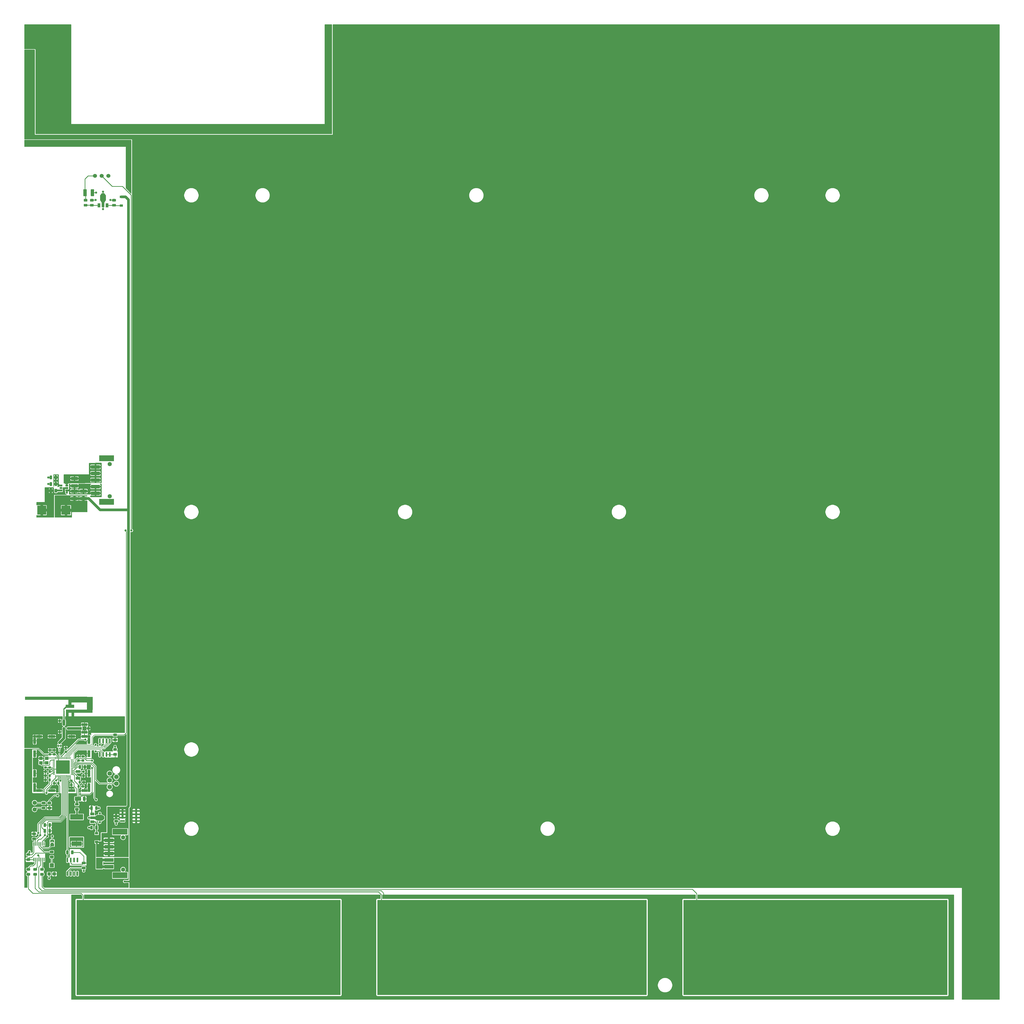
<source format=gbr>
G04 #@! TF.GenerationSoftware,KiCad,Pcbnew,(5.1.5)-3*
G04 #@! TF.CreationDate,2020-12-03T11:47:19+01:00*
G04 #@! TF.ProjectId,Wordclock_V1.1,576f7264-636c-46f6-936b-5f56312e312e,rev?*
G04 #@! TF.SameCoordinates,Original*
G04 #@! TF.FileFunction,Copper,L1,Top*
G04 #@! TF.FilePolarity,Positive*
%FSLAX46Y46*%
G04 Gerber Fmt 4.6, Leading zero omitted, Abs format (unit mm)*
G04 Created by KiCad (PCBNEW (5.1.5)-3) date 2020-12-03 11:47:19*
%MOMM*%
%LPD*%
G04 APERTURE LIST*
%ADD10C,0.100000*%
%ADD11R,2.200000X1.840000*%
%ADD12R,1.000000X1.500000*%
%ADD13R,1.000000X1.800000*%
%ADD14R,1.200000X0.900000*%
%ADD15C,0.500000*%
%ADD16R,3.400000X3.400000*%
%ADD17C,1.600000*%
%ADD18R,3.400000X1.400000*%
%ADD19R,5.600000X2.200000*%
%ADD20R,1.000000X0.700000*%
%ADD21R,2.200000X1.050000*%
%ADD22R,1.000000X1.000000*%
%ADD23R,0.460000X1.390000*%
%ADD24R,0.460000X1.500000*%
%ADD25C,0.460000*%
%ADD26R,20.000000X1.210000*%
%ADD27R,3.200000X1.210000*%
%ADD28R,1.200000X3.000000*%
%ADD29R,6.000000X2.210000*%
%ADD30R,2.180000X5.000000*%
%ADD31R,10.000000X1.290000*%
%ADD32R,1.100000X1.524000*%
%ADD33R,1.100000X1.651000*%
%ADD34R,1.100000X1.000000*%
%ADD35R,2.300000X1.000000*%
%ADD36R,2.600000X1.000000*%
%ADD37R,1.000000X2.300000*%
%ADD38R,1.000000X2.600000*%
%ADD39R,0.300000X0.300000*%
%ADD40R,1.500000X1.000000*%
%ADD41R,1.800000X1.000000*%
%ADD42R,1.840000X2.200000*%
%ADD43C,1.750000*%
%ADD44R,4.000000X1.700000*%
%ADD45R,5.000000X2.000000*%
%ADD46R,2.400000X1.500000*%
%ADD47R,1.050000X1.500000*%
%ADD48C,1.524000*%
%ADD49R,1.200000X1.200000*%
%ADD50R,1.600000X1.500000*%
%ADD51R,0.450000X1.450000*%
%ADD52R,0.500000X0.400000*%
%ADD53R,0.400000X1.000000*%
%ADD54R,1.400000X1.200000*%
%ADD55C,0.800000*%
%ADD56C,0.250000*%
%ADD57C,1.000000*%
%ADD58C,0.400000*%
%ADD59C,0.460000*%
%ADD60C,0.700000*%
%ADD61C,0.600000*%
%ADD62C,0.200000*%
G04 APERTURE END LIST*
G04 #@! TA.AperFunction,SMDPad,CuDef*
D10*
G36*
X23880142Y-66376174D02*
G01*
X23903803Y-66379684D01*
X23927007Y-66385496D01*
X23949529Y-66393554D01*
X23971153Y-66403782D01*
X23991670Y-66416079D01*
X24010883Y-66430329D01*
X24028607Y-66446393D01*
X24044671Y-66464117D01*
X24058921Y-66483330D01*
X24071218Y-66503847D01*
X24081446Y-66525471D01*
X24089504Y-66547993D01*
X24095316Y-66571197D01*
X24098826Y-66594858D01*
X24100000Y-66618750D01*
X24100000Y-67106250D01*
X24098826Y-67130142D01*
X24095316Y-67153803D01*
X24089504Y-67177007D01*
X24081446Y-67199529D01*
X24071218Y-67221153D01*
X24058921Y-67241670D01*
X24044671Y-67260883D01*
X24028607Y-67278607D01*
X24010883Y-67294671D01*
X23991670Y-67308921D01*
X23971153Y-67321218D01*
X23949529Y-67331446D01*
X23927007Y-67339504D01*
X23903803Y-67345316D01*
X23880142Y-67348826D01*
X23856250Y-67350000D01*
X22943750Y-67350000D01*
X22919858Y-67348826D01*
X22896197Y-67345316D01*
X22872993Y-67339504D01*
X22850471Y-67331446D01*
X22828847Y-67321218D01*
X22808330Y-67308921D01*
X22789117Y-67294671D01*
X22771393Y-67278607D01*
X22755329Y-67260883D01*
X22741079Y-67241670D01*
X22728782Y-67221153D01*
X22718554Y-67199529D01*
X22710496Y-67177007D01*
X22704684Y-67153803D01*
X22701174Y-67130142D01*
X22700000Y-67106250D01*
X22700000Y-66618750D01*
X22701174Y-66594858D01*
X22704684Y-66571197D01*
X22710496Y-66547993D01*
X22718554Y-66525471D01*
X22728782Y-66503847D01*
X22741079Y-66483330D01*
X22755329Y-66464117D01*
X22771393Y-66446393D01*
X22789117Y-66430329D01*
X22808330Y-66416079D01*
X22828847Y-66403782D01*
X22850471Y-66393554D01*
X22872993Y-66385496D01*
X22896197Y-66379684D01*
X22919858Y-66376174D01*
X22943750Y-66375000D01*
X23856250Y-66375000D01*
X23880142Y-66376174D01*
G37*
G04 #@! TD.AperFunction*
G04 #@! TA.AperFunction,SMDPad,CuDef*
G36*
X23880142Y-68251174D02*
G01*
X23903803Y-68254684D01*
X23927007Y-68260496D01*
X23949529Y-68268554D01*
X23971153Y-68278782D01*
X23991670Y-68291079D01*
X24010883Y-68305329D01*
X24028607Y-68321393D01*
X24044671Y-68339117D01*
X24058921Y-68358330D01*
X24071218Y-68378847D01*
X24081446Y-68400471D01*
X24089504Y-68422993D01*
X24095316Y-68446197D01*
X24098826Y-68469858D01*
X24100000Y-68493750D01*
X24100000Y-68981250D01*
X24098826Y-69005142D01*
X24095316Y-69028803D01*
X24089504Y-69052007D01*
X24081446Y-69074529D01*
X24071218Y-69096153D01*
X24058921Y-69116670D01*
X24044671Y-69135883D01*
X24028607Y-69153607D01*
X24010883Y-69169671D01*
X23991670Y-69183921D01*
X23971153Y-69196218D01*
X23949529Y-69206446D01*
X23927007Y-69214504D01*
X23903803Y-69220316D01*
X23880142Y-69223826D01*
X23856250Y-69225000D01*
X22943750Y-69225000D01*
X22919858Y-69223826D01*
X22896197Y-69220316D01*
X22872993Y-69214504D01*
X22850471Y-69206446D01*
X22828847Y-69196218D01*
X22808330Y-69183921D01*
X22789117Y-69169671D01*
X22771393Y-69153607D01*
X22755329Y-69135883D01*
X22741079Y-69116670D01*
X22728782Y-69096153D01*
X22718554Y-69074529D01*
X22710496Y-69052007D01*
X22704684Y-69028803D01*
X22701174Y-69005142D01*
X22700000Y-68981250D01*
X22700000Y-68493750D01*
X22701174Y-68469858D01*
X22704684Y-68446197D01*
X22710496Y-68422993D01*
X22718554Y-68400471D01*
X22728782Y-68378847D01*
X22741079Y-68358330D01*
X22755329Y-68339117D01*
X22771393Y-68321393D01*
X22789117Y-68305329D01*
X22808330Y-68291079D01*
X22828847Y-68278782D01*
X22850471Y-68268554D01*
X22872993Y-68260496D01*
X22896197Y-68254684D01*
X22919858Y-68251174D01*
X22943750Y-68250000D01*
X23856250Y-68250000D01*
X23880142Y-68251174D01*
G37*
G04 #@! TD.AperFunction*
G04 #@! TA.AperFunction,SMDPad,CuDef*
G36*
X26399504Y-62676204D02*
G01*
X26423773Y-62679804D01*
X26447571Y-62685765D01*
X26470671Y-62694030D01*
X26492849Y-62704520D01*
X26513893Y-62717133D01*
X26533598Y-62731747D01*
X26551777Y-62748223D01*
X26568253Y-62766402D01*
X26582867Y-62786107D01*
X26595480Y-62807151D01*
X26605970Y-62829329D01*
X26614235Y-62852429D01*
X26620196Y-62876227D01*
X26623796Y-62900496D01*
X26625000Y-62925000D01*
X26625000Y-65075000D01*
X26623796Y-65099504D01*
X26620196Y-65123773D01*
X26614235Y-65147571D01*
X26605970Y-65170671D01*
X26595480Y-65192849D01*
X26582867Y-65213893D01*
X26568253Y-65233598D01*
X26551777Y-65251777D01*
X26533598Y-65268253D01*
X26513893Y-65282867D01*
X26492849Y-65295480D01*
X26470671Y-65305970D01*
X26447571Y-65314235D01*
X26423773Y-65320196D01*
X26399504Y-65323796D01*
X26375000Y-65325000D01*
X25625000Y-65325000D01*
X25600496Y-65323796D01*
X25576227Y-65320196D01*
X25552429Y-65314235D01*
X25529329Y-65305970D01*
X25507151Y-65295480D01*
X25486107Y-65282867D01*
X25466402Y-65268253D01*
X25448223Y-65251777D01*
X25431747Y-65233598D01*
X25417133Y-65213893D01*
X25404520Y-65192849D01*
X25394030Y-65170671D01*
X25385765Y-65147571D01*
X25379804Y-65123773D01*
X25376204Y-65099504D01*
X25375000Y-65075000D01*
X25375000Y-62925000D01*
X25376204Y-62900496D01*
X25379804Y-62876227D01*
X25385765Y-62852429D01*
X25394030Y-62829329D01*
X25404520Y-62807151D01*
X25417133Y-62786107D01*
X25431747Y-62766402D01*
X25448223Y-62748223D01*
X25466402Y-62731747D01*
X25486107Y-62717133D01*
X25507151Y-62704520D01*
X25529329Y-62694030D01*
X25552429Y-62685765D01*
X25576227Y-62679804D01*
X25600496Y-62676204D01*
X25625000Y-62675000D01*
X26375000Y-62675000D01*
X26399504Y-62676204D01*
G37*
G04 #@! TD.AperFunction*
G04 #@! TA.AperFunction,SMDPad,CuDef*
G36*
X23599504Y-62676204D02*
G01*
X23623773Y-62679804D01*
X23647571Y-62685765D01*
X23670671Y-62694030D01*
X23692849Y-62704520D01*
X23713893Y-62717133D01*
X23733598Y-62731747D01*
X23751777Y-62748223D01*
X23768253Y-62766402D01*
X23782867Y-62786107D01*
X23795480Y-62807151D01*
X23805970Y-62829329D01*
X23814235Y-62852429D01*
X23820196Y-62876227D01*
X23823796Y-62900496D01*
X23825000Y-62925000D01*
X23825000Y-65075000D01*
X23823796Y-65099504D01*
X23820196Y-65123773D01*
X23814235Y-65147571D01*
X23805970Y-65170671D01*
X23795480Y-65192849D01*
X23782867Y-65213893D01*
X23768253Y-65233598D01*
X23751777Y-65251777D01*
X23733598Y-65268253D01*
X23713893Y-65282867D01*
X23692849Y-65295480D01*
X23670671Y-65305970D01*
X23647571Y-65314235D01*
X23623773Y-65320196D01*
X23599504Y-65323796D01*
X23575000Y-65325000D01*
X22825000Y-65325000D01*
X22800496Y-65323796D01*
X22776227Y-65320196D01*
X22752429Y-65314235D01*
X22729329Y-65305970D01*
X22707151Y-65295480D01*
X22686107Y-65282867D01*
X22666402Y-65268253D01*
X22648223Y-65251777D01*
X22631747Y-65233598D01*
X22617133Y-65213893D01*
X22604520Y-65192849D01*
X22594030Y-65170671D01*
X22585765Y-65147571D01*
X22579804Y-65123773D01*
X22576204Y-65099504D01*
X22575000Y-65075000D01*
X22575000Y-62925000D01*
X22576204Y-62900496D01*
X22579804Y-62876227D01*
X22585765Y-62852429D01*
X22594030Y-62829329D01*
X22604520Y-62807151D01*
X22617133Y-62786107D01*
X22631747Y-62766402D01*
X22648223Y-62748223D01*
X22666402Y-62731747D01*
X22686107Y-62717133D01*
X22707151Y-62704520D01*
X22729329Y-62694030D01*
X22752429Y-62685765D01*
X22776227Y-62679804D01*
X22800496Y-62676204D01*
X22825000Y-62675000D01*
X23575000Y-62675000D01*
X23599504Y-62676204D01*
G37*
G04 #@! TD.AperFunction*
G04 #@! TA.AperFunction,SMDPad,CuDef*
G36*
X31100000Y-66876200D02*
G01*
X30400000Y-67876200D01*
X29600000Y-67876200D01*
X28900000Y-66876200D01*
X31100000Y-66876200D01*
G37*
G04 #@! TD.AperFunction*
D11*
X30000000Y-65966500D03*
D12*
X31500000Y-68780000D03*
D13*
X30000000Y-68633500D03*
D12*
X28500000Y-68780000D03*
G04 #@! TA.AperFunction,SMDPad,CuDef*
D10*
G36*
X28900000Y-65058000D02*
G01*
X29500000Y-64208000D01*
X30500000Y-64208000D01*
X31100000Y-65058000D01*
X28900000Y-65058000D01*
G37*
G04 #@! TD.AperFunction*
D14*
X37000000Y-68850000D03*
X37000000Y-65550000D03*
G04 #@! TA.AperFunction,SMDPad,CuDef*
D10*
G36*
X26280142Y-66376174D02*
G01*
X26303803Y-66379684D01*
X26327007Y-66385496D01*
X26349529Y-66393554D01*
X26371153Y-66403782D01*
X26391670Y-66416079D01*
X26410883Y-66430329D01*
X26428607Y-66446393D01*
X26444671Y-66464117D01*
X26458921Y-66483330D01*
X26471218Y-66503847D01*
X26481446Y-66525471D01*
X26489504Y-66547993D01*
X26495316Y-66571197D01*
X26498826Y-66594858D01*
X26500000Y-66618750D01*
X26500000Y-67106250D01*
X26498826Y-67130142D01*
X26495316Y-67153803D01*
X26489504Y-67177007D01*
X26481446Y-67199529D01*
X26471218Y-67221153D01*
X26458921Y-67241670D01*
X26444671Y-67260883D01*
X26428607Y-67278607D01*
X26410883Y-67294671D01*
X26391670Y-67308921D01*
X26371153Y-67321218D01*
X26349529Y-67331446D01*
X26327007Y-67339504D01*
X26303803Y-67345316D01*
X26280142Y-67348826D01*
X26256250Y-67350000D01*
X25343750Y-67350000D01*
X25319858Y-67348826D01*
X25296197Y-67345316D01*
X25272993Y-67339504D01*
X25250471Y-67331446D01*
X25228847Y-67321218D01*
X25208330Y-67308921D01*
X25189117Y-67294671D01*
X25171393Y-67278607D01*
X25155329Y-67260883D01*
X25141079Y-67241670D01*
X25128782Y-67221153D01*
X25118554Y-67199529D01*
X25110496Y-67177007D01*
X25104684Y-67153803D01*
X25101174Y-67130142D01*
X25100000Y-67106250D01*
X25100000Y-66618750D01*
X25101174Y-66594858D01*
X25104684Y-66571197D01*
X25110496Y-66547993D01*
X25118554Y-66525471D01*
X25128782Y-66503847D01*
X25141079Y-66483330D01*
X25155329Y-66464117D01*
X25171393Y-66446393D01*
X25189117Y-66430329D01*
X25208330Y-66416079D01*
X25228847Y-66403782D01*
X25250471Y-66393554D01*
X25272993Y-66385496D01*
X25296197Y-66379684D01*
X25319858Y-66376174D01*
X25343750Y-66375000D01*
X26256250Y-66375000D01*
X26280142Y-66376174D01*
G37*
G04 #@! TD.AperFunction*
G04 #@! TA.AperFunction,SMDPad,CuDef*
G36*
X26280142Y-68251174D02*
G01*
X26303803Y-68254684D01*
X26327007Y-68260496D01*
X26349529Y-68268554D01*
X26371153Y-68278782D01*
X26391670Y-68291079D01*
X26410883Y-68305329D01*
X26428607Y-68321393D01*
X26444671Y-68339117D01*
X26458921Y-68358330D01*
X26471218Y-68378847D01*
X26481446Y-68400471D01*
X26489504Y-68422993D01*
X26495316Y-68446197D01*
X26498826Y-68469858D01*
X26500000Y-68493750D01*
X26500000Y-68981250D01*
X26498826Y-69005142D01*
X26495316Y-69028803D01*
X26489504Y-69052007D01*
X26481446Y-69074529D01*
X26471218Y-69096153D01*
X26458921Y-69116670D01*
X26444671Y-69135883D01*
X26428607Y-69153607D01*
X26410883Y-69169671D01*
X26391670Y-69183921D01*
X26371153Y-69196218D01*
X26349529Y-69206446D01*
X26327007Y-69214504D01*
X26303803Y-69220316D01*
X26280142Y-69223826D01*
X26256250Y-69225000D01*
X25343750Y-69225000D01*
X25319858Y-69223826D01*
X25296197Y-69220316D01*
X25272993Y-69214504D01*
X25250471Y-69206446D01*
X25228847Y-69196218D01*
X25208330Y-69183921D01*
X25189117Y-69169671D01*
X25171393Y-69153607D01*
X25155329Y-69135883D01*
X25141079Y-69116670D01*
X25128782Y-69096153D01*
X25118554Y-69074529D01*
X25110496Y-69052007D01*
X25104684Y-69028803D01*
X25101174Y-69005142D01*
X25100000Y-68981250D01*
X25100000Y-68493750D01*
X25101174Y-68469858D01*
X25104684Y-68446197D01*
X25110496Y-68422993D01*
X25118554Y-68400471D01*
X25128782Y-68378847D01*
X25141079Y-68358330D01*
X25155329Y-68339117D01*
X25171393Y-68321393D01*
X25189117Y-68305329D01*
X25208330Y-68291079D01*
X25228847Y-68278782D01*
X25250471Y-68268554D01*
X25272993Y-68260496D01*
X25296197Y-68254684D01*
X25319858Y-68251174D01*
X25343750Y-68250000D01*
X26256250Y-68250000D01*
X26280142Y-68251174D01*
G37*
G04 #@! TD.AperFunction*
G04 #@! TA.AperFunction,SMDPad,CuDef*
G36*
X34680142Y-66376174D02*
G01*
X34703803Y-66379684D01*
X34727007Y-66385496D01*
X34749529Y-66393554D01*
X34771153Y-66403782D01*
X34791670Y-66416079D01*
X34810883Y-66430329D01*
X34828607Y-66446393D01*
X34844671Y-66464117D01*
X34858921Y-66483330D01*
X34871218Y-66503847D01*
X34881446Y-66525471D01*
X34889504Y-66547993D01*
X34895316Y-66571197D01*
X34898826Y-66594858D01*
X34900000Y-66618750D01*
X34900000Y-67106250D01*
X34898826Y-67130142D01*
X34895316Y-67153803D01*
X34889504Y-67177007D01*
X34881446Y-67199529D01*
X34871218Y-67221153D01*
X34858921Y-67241670D01*
X34844671Y-67260883D01*
X34828607Y-67278607D01*
X34810883Y-67294671D01*
X34791670Y-67308921D01*
X34771153Y-67321218D01*
X34749529Y-67331446D01*
X34727007Y-67339504D01*
X34703803Y-67345316D01*
X34680142Y-67348826D01*
X34656250Y-67350000D01*
X33743750Y-67350000D01*
X33719858Y-67348826D01*
X33696197Y-67345316D01*
X33672993Y-67339504D01*
X33650471Y-67331446D01*
X33628847Y-67321218D01*
X33608330Y-67308921D01*
X33589117Y-67294671D01*
X33571393Y-67278607D01*
X33555329Y-67260883D01*
X33541079Y-67241670D01*
X33528782Y-67221153D01*
X33518554Y-67199529D01*
X33510496Y-67177007D01*
X33504684Y-67153803D01*
X33501174Y-67130142D01*
X33500000Y-67106250D01*
X33500000Y-66618750D01*
X33501174Y-66594858D01*
X33504684Y-66571197D01*
X33510496Y-66547993D01*
X33518554Y-66525471D01*
X33528782Y-66503847D01*
X33541079Y-66483330D01*
X33555329Y-66464117D01*
X33571393Y-66446393D01*
X33589117Y-66430329D01*
X33608330Y-66416079D01*
X33628847Y-66403782D01*
X33650471Y-66393554D01*
X33672993Y-66385496D01*
X33696197Y-66379684D01*
X33719858Y-66376174D01*
X33743750Y-66375000D01*
X34656250Y-66375000D01*
X34680142Y-66376174D01*
G37*
G04 #@! TD.AperFunction*
G04 #@! TA.AperFunction,SMDPad,CuDef*
G36*
X34680142Y-68251174D02*
G01*
X34703803Y-68254684D01*
X34727007Y-68260496D01*
X34749529Y-68268554D01*
X34771153Y-68278782D01*
X34791670Y-68291079D01*
X34810883Y-68305329D01*
X34828607Y-68321393D01*
X34844671Y-68339117D01*
X34858921Y-68358330D01*
X34871218Y-68378847D01*
X34881446Y-68400471D01*
X34889504Y-68422993D01*
X34895316Y-68446197D01*
X34898826Y-68469858D01*
X34900000Y-68493750D01*
X34900000Y-68981250D01*
X34898826Y-69005142D01*
X34895316Y-69028803D01*
X34889504Y-69052007D01*
X34881446Y-69074529D01*
X34871218Y-69096153D01*
X34858921Y-69116670D01*
X34844671Y-69135883D01*
X34828607Y-69153607D01*
X34810883Y-69169671D01*
X34791670Y-69183921D01*
X34771153Y-69196218D01*
X34749529Y-69206446D01*
X34727007Y-69214504D01*
X34703803Y-69220316D01*
X34680142Y-69223826D01*
X34656250Y-69225000D01*
X33743750Y-69225000D01*
X33719858Y-69223826D01*
X33696197Y-69220316D01*
X33672993Y-69214504D01*
X33650471Y-69206446D01*
X33628847Y-69196218D01*
X33608330Y-69183921D01*
X33589117Y-69169671D01*
X33571393Y-69153607D01*
X33555329Y-69135883D01*
X33541079Y-69116670D01*
X33528782Y-69096153D01*
X33518554Y-69074529D01*
X33510496Y-69052007D01*
X33504684Y-69028803D01*
X33501174Y-69005142D01*
X33500000Y-68981250D01*
X33500000Y-68493750D01*
X33501174Y-68469858D01*
X33504684Y-68446197D01*
X33510496Y-68422993D01*
X33518554Y-68400471D01*
X33528782Y-68378847D01*
X33541079Y-68358330D01*
X33555329Y-68339117D01*
X33571393Y-68321393D01*
X33589117Y-68305329D01*
X33608330Y-68291079D01*
X33628847Y-68278782D01*
X33650471Y-68268554D01*
X33672993Y-68260496D01*
X33696197Y-68254684D01*
X33719858Y-68251174D01*
X33743750Y-68250000D01*
X34656250Y-68250000D01*
X34680142Y-68251174D01*
G37*
G04 #@! TD.AperFunction*
G04 #@! TA.AperFunction,SMDPad,CuDef*
G36*
X17149503Y-279076204D02*
G01*
X17173772Y-279079804D01*
X17197570Y-279085765D01*
X17220670Y-279094030D01*
X17242849Y-279104520D01*
X17263892Y-279117133D01*
X17283598Y-279131748D01*
X17301776Y-279148224D01*
X17318252Y-279166402D01*
X17332867Y-279186108D01*
X17345480Y-279207151D01*
X17355970Y-279229330D01*
X17364235Y-279252430D01*
X17370196Y-279276228D01*
X17373796Y-279300497D01*
X17375000Y-279325001D01*
X17375000Y-283974999D01*
X17373796Y-283999503D01*
X17370196Y-284023772D01*
X17364235Y-284047570D01*
X17355970Y-284070670D01*
X17345480Y-284092849D01*
X17332867Y-284113892D01*
X17318252Y-284133598D01*
X17301776Y-284151776D01*
X17283598Y-284168252D01*
X17263892Y-284182867D01*
X17242849Y-284195480D01*
X17220670Y-284205970D01*
X17197570Y-284214235D01*
X17173772Y-284220196D01*
X17149503Y-284223796D01*
X17124999Y-284225000D01*
X12475001Y-284225000D01*
X12450497Y-284223796D01*
X12426228Y-284220196D01*
X12402430Y-284214235D01*
X12379330Y-284205970D01*
X12357151Y-284195480D01*
X12336108Y-284182867D01*
X12316402Y-284168252D01*
X12298224Y-284151776D01*
X12281748Y-284133598D01*
X12267133Y-284113892D01*
X12254520Y-284092849D01*
X12244030Y-284070670D01*
X12235765Y-284047570D01*
X12229804Y-284023772D01*
X12226204Y-283999503D01*
X12225000Y-283974999D01*
X12225000Y-279325001D01*
X12226204Y-279300497D01*
X12229804Y-279276228D01*
X12235765Y-279252430D01*
X12244030Y-279229330D01*
X12254520Y-279207151D01*
X12267133Y-279186108D01*
X12281748Y-279166402D01*
X12298224Y-279148224D01*
X12316402Y-279131748D01*
X12336108Y-279117133D01*
X12357151Y-279104520D01*
X12379330Y-279094030D01*
X12402430Y-279085765D01*
X12426228Y-279079804D01*
X12450497Y-279076204D01*
X12475001Y-279075000D01*
X17124999Y-279075000D01*
X17149503Y-279076204D01*
G37*
G04 #@! TD.AperFunction*
D15*
X17125000Y-283975000D03*
X15962500Y-283975000D03*
X14800000Y-283975000D03*
X13637500Y-283975000D03*
X12475000Y-283975000D03*
X17125000Y-282812500D03*
X15962500Y-282812500D03*
X14800000Y-282812500D03*
X13637500Y-282812500D03*
X12475000Y-282812500D03*
X17125000Y-281650000D03*
X15962500Y-281650000D03*
X14800000Y-281650000D03*
X13637500Y-281650000D03*
X12475000Y-281650000D03*
X17125000Y-280487500D03*
X15962500Y-280487500D03*
X14800000Y-280487500D03*
X13637500Y-280487500D03*
X12475000Y-280487500D03*
X17125000Y-279325000D03*
X15962500Y-279325000D03*
X14800000Y-279325000D03*
X13637500Y-279325000D03*
X12475000Y-279325000D03*
G04 #@! TA.AperFunction,SMDPad,CuDef*
D10*
G36*
X18618626Y-284275301D02*
G01*
X18624693Y-284276201D01*
X18630643Y-284277691D01*
X18636418Y-284279758D01*
X18641962Y-284282380D01*
X18647223Y-284285533D01*
X18652150Y-284289187D01*
X18656694Y-284293306D01*
X18660813Y-284297850D01*
X18664467Y-284302777D01*
X18667620Y-284308038D01*
X18670242Y-284313582D01*
X18672309Y-284319357D01*
X18673799Y-284325307D01*
X18674699Y-284331374D01*
X18675000Y-284337500D01*
X18675000Y-284462500D01*
X18674699Y-284468626D01*
X18673799Y-284474693D01*
X18672309Y-284480643D01*
X18670242Y-284486418D01*
X18667620Y-284491962D01*
X18664467Y-284497223D01*
X18660813Y-284502150D01*
X18656694Y-284506694D01*
X18652150Y-284510813D01*
X18647223Y-284514467D01*
X18641962Y-284517620D01*
X18636418Y-284520242D01*
X18630643Y-284522309D01*
X18624693Y-284523799D01*
X18618626Y-284524699D01*
X18612500Y-284525000D01*
X17862500Y-284525000D01*
X17856374Y-284524699D01*
X17850307Y-284523799D01*
X17844357Y-284522309D01*
X17838582Y-284520242D01*
X17833038Y-284517620D01*
X17827777Y-284514467D01*
X17822850Y-284510813D01*
X17818306Y-284506694D01*
X17814187Y-284502150D01*
X17810533Y-284497223D01*
X17807380Y-284491962D01*
X17804758Y-284486418D01*
X17802691Y-284480643D01*
X17801201Y-284474693D01*
X17800301Y-284468626D01*
X17800000Y-284462500D01*
X17800000Y-284337500D01*
X17800301Y-284331374D01*
X17801201Y-284325307D01*
X17802691Y-284319357D01*
X17804758Y-284313582D01*
X17807380Y-284308038D01*
X17810533Y-284302777D01*
X17814187Y-284297850D01*
X17818306Y-284293306D01*
X17822850Y-284289187D01*
X17827777Y-284285533D01*
X17833038Y-284282380D01*
X17838582Y-284279758D01*
X17844357Y-284277691D01*
X17850307Y-284276201D01*
X17856374Y-284275301D01*
X17862500Y-284275000D01*
X18612500Y-284275000D01*
X18618626Y-284275301D01*
G37*
G04 #@! TD.AperFunction*
G04 #@! TA.AperFunction,SMDPad,CuDef*
G36*
X18618626Y-283775301D02*
G01*
X18624693Y-283776201D01*
X18630643Y-283777691D01*
X18636418Y-283779758D01*
X18641962Y-283782380D01*
X18647223Y-283785533D01*
X18652150Y-283789187D01*
X18656694Y-283793306D01*
X18660813Y-283797850D01*
X18664467Y-283802777D01*
X18667620Y-283808038D01*
X18670242Y-283813582D01*
X18672309Y-283819357D01*
X18673799Y-283825307D01*
X18674699Y-283831374D01*
X18675000Y-283837500D01*
X18675000Y-283962500D01*
X18674699Y-283968626D01*
X18673799Y-283974693D01*
X18672309Y-283980643D01*
X18670242Y-283986418D01*
X18667620Y-283991962D01*
X18664467Y-283997223D01*
X18660813Y-284002150D01*
X18656694Y-284006694D01*
X18652150Y-284010813D01*
X18647223Y-284014467D01*
X18641962Y-284017620D01*
X18636418Y-284020242D01*
X18630643Y-284022309D01*
X18624693Y-284023799D01*
X18618626Y-284024699D01*
X18612500Y-284025000D01*
X17862500Y-284025000D01*
X17856374Y-284024699D01*
X17850307Y-284023799D01*
X17844357Y-284022309D01*
X17838582Y-284020242D01*
X17833038Y-284017620D01*
X17827777Y-284014467D01*
X17822850Y-284010813D01*
X17818306Y-284006694D01*
X17814187Y-284002150D01*
X17810533Y-283997223D01*
X17807380Y-283991962D01*
X17804758Y-283986418D01*
X17802691Y-283980643D01*
X17801201Y-283974693D01*
X17800301Y-283968626D01*
X17800000Y-283962500D01*
X17800000Y-283837500D01*
X17800301Y-283831374D01*
X17801201Y-283825307D01*
X17802691Y-283819357D01*
X17804758Y-283813582D01*
X17807380Y-283808038D01*
X17810533Y-283802777D01*
X17814187Y-283797850D01*
X17818306Y-283793306D01*
X17822850Y-283789187D01*
X17827777Y-283785533D01*
X17833038Y-283782380D01*
X17838582Y-283779758D01*
X17844357Y-283777691D01*
X17850307Y-283776201D01*
X17856374Y-283775301D01*
X17862500Y-283775000D01*
X18612500Y-283775000D01*
X18618626Y-283775301D01*
G37*
G04 #@! TD.AperFunction*
G04 #@! TA.AperFunction,SMDPad,CuDef*
G36*
X18618626Y-283275301D02*
G01*
X18624693Y-283276201D01*
X18630643Y-283277691D01*
X18636418Y-283279758D01*
X18641962Y-283282380D01*
X18647223Y-283285533D01*
X18652150Y-283289187D01*
X18656694Y-283293306D01*
X18660813Y-283297850D01*
X18664467Y-283302777D01*
X18667620Y-283308038D01*
X18670242Y-283313582D01*
X18672309Y-283319357D01*
X18673799Y-283325307D01*
X18674699Y-283331374D01*
X18675000Y-283337500D01*
X18675000Y-283462500D01*
X18674699Y-283468626D01*
X18673799Y-283474693D01*
X18672309Y-283480643D01*
X18670242Y-283486418D01*
X18667620Y-283491962D01*
X18664467Y-283497223D01*
X18660813Y-283502150D01*
X18656694Y-283506694D01*
X18652150Y-283510813D01*
X18647223Y-283514467D01*
X18641962Y-283517620D01*
X18636418Y-283520242D01*
X18630643Y-283522309D01*
X18624693Y-283523799D01*
X18618626Y-283524699D01*
X18612500Y-283525000D01*
X17862500Y-283525000D01*
X17856374Y-283524699D01*
X17850307Y-283523799D01*
X17844357Y-283522309D01*
X17838582Y-283520242D01*
X17833038Y-283517620D01*
X17827777Y-283514467D01*
X17822850Y-283510813D01*
X17818306Y-283506694D01*
X17814187Y-283502150D01*
X17810533Y-283497223D01*
X17807380Y-283491962D01*
X17804758Y-283486418D01*
X17802691Y-283480643D01*
X17801201Y-283474693D01*
X17800301Y-283468626D01*
X17800000Y-283462500D01*
X17800000Y-283337500D01*
X17800301Y-283331374D01*
X17801201Y-283325307D01*
X17802691Y-283319357D01*
X17804758Y-283313582D01*
X17807380Y-283308038D01*
X17810533Y-283302777D01*
X17814187Y-283297850D01*
X17818306Y-283293306D01*
X17822850Y-283289187D01*
X17827777Y-283285533D01*
X17833038Y-283282380D01*
X17838582Y-283279758D01*
X17844357Y-283277691D01*
X17850307Y-283276201D01*
X17856374Y-283275301D01*
X17862500Y-283275000D01*
X18612500Y-283275000D01*
X18618626Y-283275301D01*
G37*
G04 #@! TD.AperFunction*
G04 #@! TA.AperFunction,SMDPad,CuDef*
G36*
X18618626Y-282775301D02*
G01*
X18624693Y-282776201D01*
X18630643Y-282777691D01*
X18636418Y-282779758D01*
X18641962Y-282782380D01*
X18647223Y-282785533D01*
X18652150Y-282789187D01*
X18656694Y-282793306D01*
X18660813Y-282797850D01*
X18664467Y-282802777D01*
X18667620Y-282808038D01*
X18670242Y-282813582D01*
X18672309Y-282819357D01*
X18673799Y-282825307D01*
X18674699Y-282831374D01*
X18675000Y-282837500D01*
X18675000Y-282962500D01*
X18674699Y-282968626D01*
X18673799Y-282974693D01*
X18672309Y-282980643D01*
X18670242Y-282986418D01*
X18667620Y-282991962D01*
X18664467Y-282997223D01*
X18660813Y-283002150D01*
X18656694Y-283006694D01*
X18652150Y-283010813D01*
X18647223Y-283014467D01*
X18641962Y-283017620D01*
X18636418Y-283020242D01*
X18630643Y-283022309D01*
X18624693Y-283023799D01*
X18618626Y-283024699D01*
X18612500Y-283025000D01*
X17862500Y-283025000D01*
X17856374Y-283024699D01*
X17850307Y-283023799D01*
X17844357Y-283022309D01*
X17838582Y-283020242D01*
X17833038Y-283017620D01*
X17827777Y-283014467D01*
X17822850Y-283010813D01*
X17818306Y-283006694D01*
X17814187Y-283002150D01*
X17810533Y-282997223D01*
X17807380Y-282991962D01*
X17804758Y-282986418D01*
X17802691Y-282980643D01*
X17801201Y-282974693D01*
X17800301Y-282968626D01*
X17800000Y-282962500D01*
X17800000Y-282837500D01*
X17800301Y-282831374D01*
X17801201Y-282825307D01*
X17802691Y-282819357D01*
X17804758Y-282813582D01*
X17807380Y-282808038D01*
X17810533Y-282802777D01*
X17814187Y-282797850D01*
X17818306Y-282793306D01*
X17822850Y-282789187D01*
X17827777Y-282785533D01*
X17833038Y-282782380D01*
X17838582Y-282779758D01*
X17844357Y-282777691D01*
X17850307Y-282776201D01*
X17856374Y-282775301D01*
X17862500Y-282775000D01*
X18612500Y-282775000D01*
X18618626Y-282775301D01*
G37*
G04 #@! TD.AperFunction*
G04 #@! TA.AperFunction,SMDPad,CuDef*
G36*
X18618626Y-282275301D02*
G01*
X18624693Y-282276201D01*
X18630643Y-282277691D01*
X18636418Y-282279758D01*
X18641962Y-282282380D01*
X18647223Y-282285533D01*
X18652150Y-282289187D01*
X18656694Y-282293306D01*
X18660813Y-282297850D01*
X18664467Y-282302777D01*
X18667620Y-282308038D01*
X18670242Y-282313582D01*
X18672309Y-282319357D01*
X18673799Y-282325307D01*
X18674699Y-282331374D01*
X18675000Y-282337500D01*
X18675000Y-282462500D01*
X18674699Y-282468626D01*
X18673799Y-282474693D01*
X18672309Y-282480643D01*
X18670242Y-282486418D01*
X18667620Y-282491962D01*
X18664467Y-282497223D01*
X18660813Y-282502150D01*
X18656694Y-282506694D01*
X18652150Y-282510813D01*
X18647223Y-282514467D01*
X18641962Y-282517620D01*
X18636418Y-282520242D01*
X18630643Y-282522309D01*
X18624693Y-282523799D01*
X18618626Y-282524699D01*
X18612500Y-282525000D01*
X17862500Y-282525000D01*
X17856374Y-282524699D01*
X17850307Y-282523799D01*
X17844357Y-282522309D01*
X17838582Y-282520242D01*
X17833038Y-282517620D01*
X17827777Y-282514467D01*
X17822850Y-282510813D01*
X17818306Y-282506694D01*
X17814187Y-282502150D01*
X17810533Y-282497223D01*
X17807380Y-282491962D01*
X17804758Y-282486418D01*
X17802691Y-282480643D01*
X17801201Y-282474693D01*
X17800301Y-282468626D01*
X17800000Y-282462500D01*
X17800000Y-282337500D01*
X17800301Y-282331374D01*
X17801201Y-282325307D01*
X17802691Y-282319357D01*
X17804758Y-282313582D01*
X17807380Y-282308038D01*
X17810533Y-282302777D01*
X17814187Y-282297850D01*
X17818306Y-282293306D01*
X17822850Y-282289187D01*
X17827777Y-282285533D01*
X17833038Y-282282380D01*
X17838582Y-282279758D01*
X17844357Y-282277691D01*
X17850307Y-282276201D01*
X17856374Y-282275301D01*
X17862500Y-282275000D01*
X18612500Y-282275000D01*
X18618626Y-282275301D01*
G37*
G04 #@! TD.AperFunction*
G04 #@! TA.AperFunction,SMDPad,CuDef*
G36*
X18618626Y-281775301D02*
G01*
X18624693Y-281776201D01*
X18630643Y-281777691D01*
X18636418Y-281779758D01*
X18641962Y-281782380D01*
X18647223Y-281785533D01*
X18652150Y-281789187D01*
X18656694Y-281793306D01*
X18660813Y-281797850D01*
X18664467Y-281802777D01*
X18667620Y-281808038D01*
X18670242Y-281813582D01*
X18672309Y-281819357D01*
X18673799Y-281825307D01*
X18674699Y-281831374D01*
X18675000Y-281837500D01*
X18675000Y-281962500D01*
X18674699Y-281968626D01*
X18673799Y-281974693D01*
X18672309Y-281980643D01*
X18670242Y-281986418D01*
X18667620Y-281991962D01*
X18664467Y-281997223D01*
X18660813Y-282002150D01*
X18656694Y-282006694D01*
X18652150Y-282010813D01*
X18647223Y-282014467D01*
X18641962Y-282017620D01*
X18636418Y-282020242D01*
X18630643Y-282022309D01*
X18624693Y-282023799D01*
X18618626Y-282024699D01*
X18612500Y-282025000D01*
X17862500Y-282025000D01*
X17856374Y-282024699D01*
X17850307Y-282023799D01*
X17844357Y-282022309D01*
X17838582Y-282020242D01*
X17833038Y-282017620D01*
X17827777Y-282014467D01*
X17822850Y-282010813D01*
X17818306Y-282006694D01*
X17814187Y-282002150D01*
X17810533Y-281997223D01*
X17807380Y-281991962D01*
X17804758Y-281986418D01*
X17802691Y-281980643D01*
X17801201Y-281974693D01*
X17800301Y-281968626D01*
X17800000Y-281962500D01*
X17800000Y-281837500D01*
X17800301Y-281831374D01*
X17801201Y-281825307D01*
X17802691Y-281819357D01*
X17804758Y-281813582D01*
X17807380Y-281808038D01*
X17810533Y-281802777D01*
X17814187Y-281797850D01*
X17818306Y-281793306D01*
X17822850Y-281789187D01*
X17827777Y-281785533D01*
X17833038Y-281782380D01*
X17838582Y-281779758D01*
X17844357Y-281777691D01*
X17850307Y-281776201D01*
X17856374Y-281775301D01*
X17862500Y-281775000D01*
X18612500Y-281775000D01*
X18618626Y-281775301D01*
G37*
G04 #@! TD.AperFunction*
G04 #@! TA.AperFunction,SMDPad,CuDef*
G36*
X18618626Y-281275301D02*
G01*
X18624693Y-281276201D01*
X18630643Y-281277691D01*
X18636418Y-281279758D01*
X18641962Y-281282380D01*
X18647223Y-281285533D01*
X18652150Y-281289187D01*
X18656694Y-281293306D01*
X18660813Y-281297850D01*
X18664467Y-281302777D01*
X18667620Y-281308038D01*
X18670242Y-281313582D01*
X18672309Y-281319357D01*
X18673799Y-281325307D01*
X18674699Y-281331374D01*
X18675000Y-281337500D01*
X18675000Y-281462500D01*
X18674699Y-281468626D01*
X18673799Y-281474693D01*
X18672309Y-281480643D01*
X18670242Y-281486418D01*
X18667620Y-281491962D01*
X18664467Y-281497223D01*
X18660813Y-281502150D01*
X18656694Y-281506694D01*
X18652150Y-281510813D01*
X18647223Y-281514467D01*
X18641962Y-281517620D01*
X18636418Y-281520242D01*
X18630643Y-281522309D01*
X18624693Y-281523799D01*
X18618626Y-281524699D01*
X18612500Y-281525000D01*
X17862500Y-281525000D01*
X17856374Y-281524699D01*
X17850307Y-281523799D01*
X17844357Y-281522309D01*
X17838582Y-281520242D01*
X17833038Y-281517620D01*
X17827777Y-281514467D01*
X17822850Y-281510813D01*
X17818306Y-281506694D01*
X17814187Y-281502150D01*
X17810533Y-281497223D01*
X17807380Y-281491962D01*
X17804758Y-281486418D01*
X17802691Y-281480643D01*
X17801201Y-281474693D01*
X17800301Y-281468626D01*
X17800000Y-281462500D01*
X17800000Y-281337500D01*
X17800301Y-281331374D01*
X17801201Y-281325307D01*
X17802691Y-281319357D01*
X17804758Y-281313582D01*
X17807380Y-281308038D01*
X17810533Y-281302777D01*
X17814187Y-281297850D01*
X17818306Y-281293306D01*
X17822850Y-281289187D01*
X17827777Y-281285533D01*
X17833038Y-281282380D01*
X17838582Y-281279758D01*
X17844357Y-281277691D01*
X17850307Y-281276201D01*
X17856374Y-281275301D01*
X17862500Y-281275000D01*
X18612500Y-281275000D01*
X18618626Y-281275301D01*
G37*
G04 #@! TD.AperFunction*
G04 #@! TA.AperFunction,SMDPad,CuDef*
G36*
X18618626Y-280775301D02*
G01*
X18624693Y-280776201D01*
X18630643Y-280777691D01*
X18636418Y-280779758D01*
X18641962Y-280782380D01*
X18647223Y-280785533D01*
X18652150Y-280789187D01*
X18656694Y-280793306D01*
X18660813Y-280797850D01*
X18664467Y-280802777D01*
X18667620Y-280808038D01*
X18670242Y-280813582D01*
X18672309Y-280819357D01*
X18673799Y-280825307D01*
X18674699Y-280831374D01*
X18675000Y-280837500D01*
X18675000Y-280962500D01*
X18674699Y-280968626D01*
X18673799Y-280974693D01*
X18672309Y-280980643D01*
X18670242Y-280986418D01*
X18667620Y-280991962D01*
X18664467Y-280997223D01*
X18660813Y-281002150D01*
X18656694Y-281006694D01*
X18652150Y-281010813D01*
X18647223Y-281014467D01*
X18641962Y-281017620D01*
X18636418Y-281020242D01*
X18630643Y-281022309D01*
X18624693Y-281023799D01*
X18618626Y-281024699D01*
X18612500Y-281025000D01*
X17862500Y-281025000D01*
X17856374Y-281024699D01*
X17850307Y-281023799D01*
X17844357Y-281022309D01*
X17838582Y-281020242D01*
X17833038Y-281017620D01*
X17827777Y-281014467D01*
X17822850Y-281010813D01*
X17818306Y-281006694D01*
X17814187Y-281002150D01*
X17810533Y-280997223D01*
X17807380Y-280991962D01*
X17804758Y-280986418D01*
X17802691Y-280980643D01*
X17801201Y-280974693D01*
X17800301Y-280968626D01*
X17800000Y-280962500D01*
X17800000Y-280837500D01*
X17800301Y-280831374D01*
X17801201Y-280825307D01*
X17802691Y-280819357D01*
X17804758Y-280813582D01*
X17807380Y-280808038D01*
X17810533Y-280802777D01*
X17814187Y-280797850D01*
X17818306Y-280793306D01*
X17822850Y-280789187D01*
X17827777Y-280785533D01*
X17833038Y-280782380D01*
X17838582Y-280779758D01*
X17844357Y-280777691D01*
X17850307Y-280776201D01*
X17856374Y-280775301D01*
X17862500Y-280775000D01*
X18612500Y-280775000D01*
X18618626Y-280775301D01*
G37*
G04 #@! TD.AperFunction*
G04 #@! TA.AperFunction,SMDPad,CuDef*
G36*
X18618626Y-280275301D02*
G01*
X18624693Y-280276201D01*
X18630643Y-280277691D01*
X18636418Y-280279758D01*
X18641962Y-280282380D01*
X18647223Y-280285533D01*
X18652150Y-280289187D01*
X18656694Y-280293306D01*
X18660813Y-280297850D01*
X18664467Y-280302777D01*
X18667620Y-280308038D01*
X18670242Y-280313582D01*
X18672309Y-280319357D01*
X18673799Y-280325307D01*
X18674699Y-280331374D01*
X18675000Y-280337500D01*
X18675000Y-280462500D01*
X18674699Y-280468626D01*
X18673799Y-280474693D01*
X18672309Y-280480643D01*
X18670242Y-280486418D01*
X18667620Y-280491962D01*
X18664467Y-280497223D01*
X18660813Y-280502150D01*
X18656694Y-280506694D01*
X18652150Y-280510813D01*
X18647223Y-280514467D01*
X18641962Y-280517620D01*
X18636418Y-280520242D01*
X18630643Y-280522309D01*
X18624693Y-280523799D01*
X18618626Y-280524699D01*
X18612500Y-280525000D01*
X17862500Y-280525000D01*
X17856374Y-280524699D01*
X17850307Y-280523799D01*
X17844357Y-280522309D01*
X17838582Y-280520242D01*
X17833038Y-280517620D01*
X17827777Y-280514467D01*
X17822850Y-280510813D01*
X17818306Y-280506694D01*
X17814187Y-280502150D01*
X17810533Y-280497223D01*
X17807380Y-280491962D01*
X17804758Y-280486418D01*
X17802691Y-280480643D01*
X17801201Y-280474693D01*
X17800301Y-280468626D01*
X17800000Y-280462500D01*
X17800000Y-280337500D01*
X17800301Y-280331374D01*
X17801201Y-280325307D01*
X17802691Y-280319357D01*
X17804758Y-280313582D01*
X17807380Y-280308038D01*
X17810533Y-280302777D01*
X17814187Y-280297850D01*
X17818306Y-280293306D01*
X17822850Y-280289187D01*
X17827777Y-280285533D01*
X17833038Y-280282380D01*
X17838582Y-280279758D01*
X17844357Y-280277691D01*
X17850307Y-280276201D01*
X17856374Y-280275301D01*
X17862500Y-280275000D01*
X18612500Y-280275000D01*
X18618626Y-280275301D01*
G37*
G04 #@! TD.AperFunction*
G04 #@! TA.AperFunction,SMDPad,CuDef*
G36*
X18618626Y-279775301D02*
G01*
X18624693Y-279776201D01*
X18630643Y-279777691D01*
X18636418Y-279779758D01*
X18641962Y-279782380D01*
X18647223Y-279785533D01*
X18652150Y-279789187D01*
X18656694Y-279793306D01*
X18660813Y-279797850D01*
X18664467Y-279802777D01*
X18667620Y-279808038D01*
X18670242Y-279813582D01*
X18672309Y-279819357D01*
X18673799Y-279825307D01*
X18674699Y-279831374D01*
X18675000Y-279837500D01*
X18675000Y-279962500D01*
X18674699Y-279968626D01*
X18673799Y-279974693D01*
X18672309Y-279980643D01*
X18670242Y-279986418D01*
X18667620Y-279991962D01*
X18664467Y-279997223D01*
X18660813Y-280002150D01*
X18656694Y-280006694D01*
X18652150Y-280010813D01*
X18647223Y-280014467D01*
X18641962Y-280017620D01*
X18636418Y-280020242D01*
X18630643Y-280022309D01*
X18624693Y-280023799D01*
X18618626Y-280024699D01*
X18612500Y-280025000D01*
X17862500Y-280025000D01*
X17856374Y-280024699D01*
X17850307Y-280023799D01*
X17844357Y-280022309D01*
X17838582Y-280020242D01*
X17833038Y-280017620D01*
X17827777Y-280014467D01*
X17822850Y-280010813D01*
X17818306Y-280006694D01*
X17814187Y-280002150D01*
X17810533Y-279997223D01*
X17807380Y-279991962D01*
X17804758Y-279986418D01*
X17802691Y-279980643D01*
X17801201Y-279974693D01*
X17800301Y-279968626D01*
X17800000Y-279962500D01*
X17800000Y-279837500D01*
X17800301Y-279831374D01*
X17801201Y-279825307D01*
X17802691Y-279819357D01*
X17804758Y-279813582D01*
X17807380Y-279808038D01*
X17810533Y-279802777D01*
X17814187Y-279797850D01*
X17818306Y-279793306D01*
X17822850Y-279789187D01*
X17827777Y-279785533D01*
X17833038Y-279782380D01*
X17838582Y-279779758D01*
X17844357Y-279777691D01*
X17850307Y-279776201D01*
X17856374Y-279775301D01*
X17862500Y-279775000D01*
X18612500Y-279775000D01*
X18618626Y-279775301D01*
G37*
G04 #@! TD.AperFunction*
G04 #@! TA.AperFunction,SMDPad,CuDef*
G36*
X18618626Y-279275301D02*
G01*
X18624693Y-279276201D01*
X18630643Y-279277691D01*
X18636418Y-279279758D01*
X18641962Y-279282380D01*
X18647223Y-279285533D01*
X18652150Y-279289187D01*
X18656694Y-279293306D01*
X18660813Y-279297850D01*
X18664467Y-279302777D01*
X18667620Y-279308038D01*
X18670242Y-279313582D01*
X18672309Y-279319357D01*
X18673799Y-279325307D01*
X18674699Y-279331374D01*
X18675000Y-279337500D01*
X18675000Y-279462500D01*
X18674699Y-279468626D01*
X18673799Y-279474693D01*
X18672309Y-279480643D01*
X18670242Y-279486418D01*
X18667620Y-279491962D01*
X18664467Y-279497223D01*
X18660813Y-279502150D01*
X18656694Y-279506694D01*
X18652150Y-279510813D01*
X18647223Y-279514467D01*
X18641962Y-279517620D01*
X18636418Y-279520242D01*
X18630643Y-279522309D01*
X18624693Y-279523799D01*
X18618626Y-279524699D01*
X18612500Y-279525000D01*
X17862500Y-279525000D01*
X17856374Y-279524699D01*
X17850307Y-279523799D01*
X17844357Y-279522309D01*
X17838582Y-279520242D01*
X17833038Y-279517620D01*
X17827777Y-279514467D01*
X17822850Y-279510813D01*
X17818306Y-279506694D01*
X17814187Y-279502150D01*
X17810533Y-279497223D01*
X17807380Y-279491962D01*
X17804758Y-279486418D01*
X17802691Y-279480643D01*
X17801201Y-279474693D01*
X17800301Y-279468626D01*
X17800000Y-279462500D01*
X17800000Y-279337500D01*
X17800301Y-279331374D01*
X17801201Y-279325307D01*
X17802691Y-279319357D01*
X17804758Y-279313582D01*
X17807380Y-279308038D01*
X17810533Y-279302777D01*
X17814187Y-279297850D01*
X17818306Y-279293306D01*
X17822850Y-279289187D01*
X17827777Y-279285533D01*
X17833038Y-279282380D01*
X17838582Y-279279758D01*
X17844357Y-279277691D01*
X17850307Y-279276201D01*
X17856374Y-279275301D01*
X17862500Y-279275000D01*
X18612500Y-279275000D01*
X18618626Y-279275301D01*
G37*
G04 #@! TD.AperFunction*
G04 #@! TA.AperFunction,SMDPad,CuDef*
G36*
X18618626Y-278775301D02*
G01*
X18624693Y-278776201D01*
X18630643Y-278777691D01*
X18636418Y-278779758D01*
X18641962Y-278782380D01*
X18647223Y-278785533D01*
X18652150Y-278789187D01*
X18656694Y-278793306D01*
X18660813Y-278797850D01*
X18664467Y-278802777D01*
X18667620Y-278808038D01*
X18670242Y-278813582D01*
X18672309Y-278819357D01*
X18673799Y-278825307D01*
X18674699Y-278831374D01*
X18675000Y-278837500D01*
X18675000Y-278962500D01*
X18674699Y-278968626D01*
X18673799Y-278974693D01*
X18672309Y-278980643D01*
X18670242Y-278986418D01*
X18667620Y-278991962D01*
X18664467Y-278997223D01*
X18660813Y-279002150D01*
X18656694Y-279006694D01*
X18652150Y-279010813D01*
X18647223Y-279014467D01*
X18641962Y-279017620D01*
X18636418Y-279020242D01*
X18630643Y-279022309D01*
X18624693Y-279023799D01*
X18618626Y-279024699D01*
X18612500Y-279025000D01*
X17862500Y-279025000D01*
X17856374Y-279024699D01*
X17850307Y-279023799D01*
X17844357Y-279022309D01*
X17838582Y-279020242D01*
X17833038Y-279017620D01*
X17827777Y-279014467D01*
X17822850Y-279010813D01*
X17818306Y-279006694D01*
X17814187Y-279002150D01*
X17810533Y-278997223D01*
X17807380Y-278991962D01*
X17804758Y-278986418D01*
X17802691Y-278980643D01*
X17801201Y-278974693D01*
X17800301Y-278968626D01*
X17800000Y-278962500D01*
X17800000Y-278837500D01*
X17800301Y-278831374D01*
X17801201Y-278825307D01*
X17802691Y-278819357D01*
X17804758Y-278813582D01*
X17807380Y-278808038D01*
X17810533Y-278802777D01*
X17814187Y-278797850D01*
X17818306Y-278793306D01*
X17822850Y-278789187D01*
X17827777Y-278785533D01*
X17833038Y-278782380D01*
X17838582Y-278779758D01*
X17844357Y-278777691D01*
X17850307Y-278776201D01*
X17856374Y-278775301D01*
X17862500Y-278775000D01*
X18612500Y-278775000D01*
X18618626Y-278775301D01*
G37*
G04 #@! TD.AperFunction*
G04 #@! TA.AperFunction,SMDPad,CuDef*
G36*
X17618626Y-277775301D02*
G01*
X17624693Y-277776201D01*
X17630643Y-277777691D01*
X17636418Y-277779758D01*
X17641962Y-277782380D01*
X17647223Y-277785533D01*
X17652150Y-277789187D01*
X17656694Y-277793306D01*
X17660813Y-277797850D01*
X17664467Y-277802777D01*
X17667620Y-277808038D01*
X17670242Y-277813582D01*
X17672309Y-277819357D01*
X17673799Y-277825307D01*
X17674699Y-277831374D01*
X17675000Y-277837500D01*
X17675000Y-278587500D01*
X17674699Y-278593626D01*
X17673799Y-278599693D01*
X17672309Y-278605643D01*
X17670242Y-278611418D01*
X17667620Y-278616962D01*
X17664467Y-278622223D01*
X17660813Y-278627150D01*
X17656694Y-278631694D01*
X17652150Y-278635813D01*
X17647223Y-278639467D01*
X17641962Y-278642620D01*
X17636418Y-278645242D01*
X17630643Y-278647309D01*
X17624693Y-278648799D01*
X17618626Y-278649699D01*
X17612500Y-278650000D01*
X17487500Y-278650000D01*
X17481374Y-278649699D01*
X17475307Y-278648799D01*
X17469357Y-278647309D01*
X17463582Y-278645242D01*
X17458038Y-278642620D01*
X17452777Y-278639467D01*
X17447850Y-278635813D01*
X17443306Y-278631694D01*
X17439187Y-278627150D01*
X17435533Y-278622223D01*
X17432380Y-278616962D01*
X17429758Y-278611418D01*
X17427691Y-278605643D01*
X17426201Y-278599693D01*
X17425301Y-278593626D01*
X17425000Y-278587500D01*
X17425000Y-277837500D01*
X17425301Y-277831374D01*
X17426201Y-277825307D01*
X17427691Y-277819357D01*
X17429758Y-277813582D01*
X17432380Y-277808038D01*
X17435533Y-277802777D01*
X17439187Y-277797850D01*
X17443306Y-277793306D01*
X17447850Y-277789187D01*
X17452777Y-277785533D01*
X17458038Y-277782380D01*
X17463582Y-277779758D01*
X17469357Y-277777691D01*
X17475307Y-277776201D01*
X17481374Y-277775301D01*
X17487500Y-277775000D01*
X17612500Y-277775000D01*
X17618626Y-277775301D01*
G37*
G04 #@! TD.AperFunction*
G04 #@! TA.AperFunction,SMDPad,CuDef*
G36*
X17118626Y-277775301D02*
G01*
X17124693Y-277776201D01*
X17130643Y-277777691D01*
X17136418Y-277779758D01*
X17141962Y-277782380D01*
X17147223Y-277785533D01*
X17152150Y-277789187D01*
X17156694Y-277793306D01*
X17160813Y-277797850D01*
X17164467Y-277802777D01*
X17167620Y-277808038D01*
X17170242Y-277813582D01*
X17172309Y-277819357D01*
X17173799Y-277825307D01*
X17174699Y-277831374D01*
X17175000Y-277837500D01*
X17175000Y-278587500D01*
X17174699Y-278593626D01*
X17173799Y-278599693D01*
X17172309Y-278605643D01*
X17170242Y-278611418D01*
X17167620Y-278616962D01*
X17164467Y-278622223D01*
X17160813Y-278627150D01*
X17156694Y-278631694D01*
X17152150Y-278635813D01*
X17147223Y-278639467D01*
X17141962Y-278642620D01*
X17136418Y-278645242D01*
X17130643Y-278647309D01*
X17124693Y-278648799D01*
X17118626Y-278649699D01*
X17112500Y-278650000D01*
X16987500Y-278650000D01*
X16981374Y-278649699D01*
X16975307Y-278648799D01*
X16969357Y-278647309D01*
X16963582Y-278645242D01*
X16958038Y-278642620D01*
X16952777Y-278639467D01*
X16947850Y-278635813D01*
X16943306Y-278631694D01*
X16939187Y-278627150D01*
X16935533Y-278622223D01*
X16932380Y-278616962D01*
X16929758Y-278611418D01*
X16927691Y-278605643D01*
X16926201Y-278599693D01*
X16925301Y-278593626D01*
X16925000Y-278587500D01*
X16925000Y-277837500D01*
X16925301Y-277831374D01*
X16926201Y-277825307D01*
X16927691Y-277819357D01*
X16929758Y-277813582D01*
X16932380Y-277808038D01*
X16935533Y-277802777D01*
X16939187Y-277797850D01*
X16943306Y-277793306D01*
X16947850Y-277789187D01*
X16952777Y-277785533D01*
X16958038Y-277782380D01*
X16963582Y-277779758D01*
X16969357Y-277777691D01*
X16975307Y-277776201D01*
X16981374Y-277775301D01*
X16987500Y-277775000D01*
X17112500Y-277775000D01*
X17118626Y-277775301D01*
G37*
G04 #@! TD.AperFunction*
G04 #@! TA.AperFunction,SMDPad,CuDef*
G36*
X16618626Y-277775301D02*
G01*
X16624693Y-277776201D01*
X16630643Y-277777691D01*
X16636418Y-277779758D01*
X16641962Y-277782380D01*
X16647223Y-277785533D01*
X16652150Y-277789187D01*
X16656694Y-277793306D01*
X16660813Y-277797850D01*
X16664467Y-277802777D01*
X16667620Y-277808038D01*
X16670242Y-277813582D01*
X16672309Y-277819357D01*
X16673799Y-277825307D01*
X16674699Y-277831374D01*
X16675000Y-277837500D01*
X16675000Y-278587500D01*
X16674699Y-278593626D01*
X16673799Y-278599693D01*
X16672309Y-278605643D01*
X16670242Y-278611418D01*
X16667620Y-278616962D01*
X16664467Y-278622223D01*
X16660813Y-278627150D01*
X16656694Y-278631694D01*
X16652150Y-278635813D01*
X16647223Y-278639467D01*
X16641962Y-278642620D01*
X16636418Y-278645242D01*
X16630643Y-278647309D01*
X16624693Y-278648799D01*
X16618626Y-278649699D01*
X16612500Y-278650000D01*
X16487500Y-278650000D01*
X16481374Y-278649699D01*
X16475307Y-278648799D01*
X16469357Y-278647309D01*
X16463582Y-278645242D01*
X16458038Y-278642620D01*
X16452777Y-278639467D01*
X16447850Y-278635813D01*
X16443306Y-278631694D01*
X16439187Y-278627150D01*
X16435533Y-278622223D01*
X16432380Y-278616962D01*
X16429758Y-278611418D01*
X16427691Y-278605643D01*
X16426201Y-278599693D01*
X16425301Y-278593626D01*
X16425000Y-278587500D01*
X16425000Y-277837500D01*
X16425301Y-277831374D01*
X16426201Y-277825307D01*
X16427691Y-277819357D01*
X16429758Y-277813582D01*
X16432380Y-277808038D01*
X16435533Y-277802777D01*
X16439187Y-277797850D01*
X16443306Y-277793306D01*
X16447850Y-277789187D01*
X16452777Y-277785533D01*
X16458038Y-277782380D01*
X16463582Y-277779758D01*
X16469357Y-277777691D01*
X16475307Y-277776201D01*
X16481374Y-277775301D01*
X16487500Y-277775000D01*
X16612500Y-277775000D01*
X16618626Y-277775301D01*
G37*
G04 #@! TD.AperFunction*
G04 #@! TA.AperFunction,SMDPad,CuDef*
G36*
X16118626Y-277775301D02*
G01*
X16124693Y-277776201D01*
X16130643Y-277777691D01*
X16136418Y-277779758D01*
X16141962Y-277782380D01*
X16147223Y-277785533D01*
X16152150Y-277789187D01*
X16156694Y-277793306D01*
X16160813Y-277797850D01*
X16164467Y-277802777D01*
X16167620Y-277808038D01*
X16170242Y-277813582D01*
X16172309Y-277819357D01*
X16173799Y-277825307D01*
X16174699Y-277831374D01*
X16175000Y-277837500D01*
X16175000Y-278587500D01*
X16174699Y-278593626D01*
X16173799Y-278599693D01*
X16172309Y-278605643D01*
X16170242Y-278611418D01*
X16167620Y-278616962D01*
X16164467Y-278622223D01*
X16160813Y-278627150D01*
X16156694Y-278631694D01*
X16152150Y-278635813D01*
X16147223Y-278639467D01*
X16141962Y-278642620D01*
X16136418Y-278645242D01*
X16130643Y-278647309D01*
X16124693Y-278648799D01*
X16118626Y-278649699D01*
X16112500Y-278650000D01*
X15987500Y-278650000D01*
X15981374Y-278649699D01*
X15975307Y-278648799D01*
X15969357Y-278647309D01*
X15963582Y-278645242D01*
X15958038Y-278642620D01*
X15952777Y-278639467D01*
X15947850Y-278635813D01*
X15943306Y-278631694D01*
X15939187Y-278627150D01*
X15935533Y-278622223D01*
X15932380Y-278616962D01*
X15929758Y-278611418D01*
X15927691Y-278605643D01*
X15926201Y-278599693D01*
X15925301Y-278593626D01*
X15925000Y-278587500D01*
X15925000Y-277837500D01*
X15925301Y-277831374D01*
X15926201Y-277825307D01*
X15927691Y-277819357D01*
X15929758Y-277813582D01*
X15932380Y-277808038D01*
X15935533Y-277802777D01*
X15939187Y-277797850D01*
X15943306Y-277793306D01*
X15947850Y-277789187D01*
X15952777Y-277785533D01*
X15958038Y-277782380D01*
X15963582Y-277779758D01*
X15969357Y-277777691D01*
X15975307Y-277776201D01*
X15981374Y-277775301D01*
X15987500Y-277775000D01*
X16112500Y-277775000D01*
X16118626Y-277775301D01*
G37*
G04 #@! TD.AperFunction*
G04 #@! TA.AperFunction,SMDPad,CuDef*
G36*
X15618626Y-277775301D02*
G01*
X15624693Y-277776201D01*
X15630643Y-277777691D01*
X15636418Y-277779758D01*
X15641962Y-277782380D01*
X15647223Y-277785533D01*
X15652150Y-277789187D01*
X15656694Y-277793306D01*
X15660813Y-277797850D01*
X15664467Y-277802777D01*
X15667620Y-277808038D01*
X15670242Y-277813582D01*
X15672309Y-277819357D01*
X15673799Y-277825307D01*
X15674699Y-277831374D01*
X15675000Y-277837500D01*
X15675000Y-278587500D01*
X15674699Y-278593626D01*
X15673799Y-278599693D01*
X15672309Y-278605643D01*
X15670242Y-278611418D01*
X15667620Y-278616962D01*
X15664467Y-278622223D01*
X15660813Y-278627150D01*
X15656694Y-278631694D01*
X15652150Y-278635813D01*
X15647223Y-278639467D01*
X15641962Y-278642620D01*
X15636418Y-278645242D01*
X15630643Y-278647309D01*
X15624693Y-278648799D01*
X15618626Y-278649699D01*
X15612500Y-278650000D01*
X15487500Y-278650000D01*
X15481374Y-278649699D01*
X15475307Y-278648799D01*
X15469357Y-278647309D01*
X15463582Y-278645242D01*
X15458038Y-278642620D01*
X15452777Y-278639467D01*
X15447850Y-278635813D01*
X15443306Y-278631694D01*
X15439187Y-278627150D01*
X15435533Y-278622223D01*
X15432380Y-278616962D01*
X15429758Y-278611418D01*
X15427691Y-278605643D01*
X15426201Y-278599693D01*
X15425301Y-278593626D01*
X15425000Y-278587500D01*
X15425000Y-277837500D01*
X15425301Y-277831374D01*
X15426201Y-277825307D01*
X15427691Y-277819357D01*
X15429758Y-277813582D01*
X15432380Y-277808038D01*
X15435533Y-277802777D01*
X15439187Y-277797850D01*
X15443306Y-277793306D01*
X15447850Y-277789187D01*
X15452777Y-277785533D01*
X15458038Y-277782380D01*
X15463582Y-277779758D01*
X15469357Y-277777691D01*
X15475307Y-277776201D01*
X15481374Y-277775301D01*
X15487500Y-277775000D01*
X15612500Y-277775000D01*
X15618626Y-277775301D01*
G37*
G04 #@! TD.AperFunction*
G04 #@! TA.AperFunction,SMDPad,CuDef*
G36*
X15118626Y-277775301D02*
G01*
X15124693Y-277776201D01*
X15130643Y-277777691D01*
X15136418Y-277779758D01*
X15141962Y-277782380D01*
X15147223Y-277785533D01*
X15152150Y-277789187D01*
X15156694Y-277793306D01*
X15160813Y-277797850D01*
X15164467Y-277802777D01*
X15167620Y-277808038D01*
X15170242Y-277813582D01*
X15172309Y-277819357D01*
X15173799Y-277825307D01*
X15174699Y-277831374D01*
X15175000Y-277837500D01*
X15175000Y-278587500D01*
X15174699Y-278593626D01*
X15173799Y-278599693D01*
X15172309Y-278605643D01*
X15170242Y-278611418D01*
X15167620Y-278616962D01*
X15164467Y-278622223D01*
X15160813Y-278627150D01*
X15156694Y-278631694D01*
X15152150Y-278635813D01*
X15147223Y-278639467D01*
X15141962Y-278642620D01*
X15136418Y-278645242D01*
X15130643Y-278647309D01*
X15124693Y-278648799D01*
X15118626Y-278649699D01*
X15112500Y-278650000D01*
X14987500Y-278650000D01*
X14981374Y-278649699D01*
X14975307Y-278648799D01*
X14969357Y-278647309D01*
X14963582Y-278645242D01*
X14958038Y-278642620D01*
X14952777Y-278639467D01*
X14947850Y-278635813D01*
X14943306Y-278631694D01*
X14939187Y-278627150D01*
X14935533Y-278622223D01*
X14932380Y-278616962D01*
X14929758Y-278611418D01*
X14927691Y-278605643D01*
X14926201Y-278599693D01*
X14925301Y-278593626D01*
X14925000Y-278587500D01*
X14925000Y-277837500D01*
X14925301Y-277831374D01*
X14926201Y-277825307D01*
X14927691Y-277819357D01*
X14929758Y-277813582D01*
X14932380Y-277808038D01*
X14935533Y-277802777D01*
X14939187Y-277797850D01*
X14943306Y-277793306D01*
X14947850Y-277789187D01*
X14952777Y-277785533D01*
X14958038Y-277782380D01*
X14963582Y-277779758D01*
X14969357Y-277777691D01*
X14975307Y-277776201D01*
X14981374Y-277775301D01*
X14987500Y-277775000D01*
X15112500Y-277775000D01*
X15118626Y-277775301D01*
G37*
G04 #@! TD.AperFunction*
G04 #@! TA.AperFunction,SMDPad,CuDef*
G36*
X14618626Y-277775301D02*
G01*
X14624693Y-277776201D01*
X14630643Y-277777691D01*
X14636418Y-277779758D01*
X14641962Y-277782380D01*
X14647223Y-277785533D01*
X14652150Y-277789187D01*
X14656694Y-277793306D01*
X14660813Y-277797850D01*
X14664467Y-277802777D01*
X14667620Y-277808038D01*
X14670242Y-277813582D01*
X14672309Y-277819357D01*
X14673799Y-277825307D01*
X14674699Y-277831374D01*
X14675000Y-277837500D01*
X14675000Y-278587500D01*
X14674699Y-278593626D01*
X14673799Y-278599693D01*
X14672309Y-278605643D01*
X14670242Y-278611418D01*
X14667620Y-278616962D01*
X14664467Y-278622223D01*
X14660813Y-278627150D01*
X14656694Y-278631694D01*
X14652150Y-278635813D01*
X14647223Y-278639467D01*
X14641962Y-278642620D01*
X14636418Y-278645242D01*
X14630643Y-278647309D01*
X14624693Y-278648799D01*
X14618626Y-278649699D01*
X14612500Y-278650000D01*
X14487500Y-278650000D01*
X14481374Y-278649699D01*
X14475307Y-278648799D01*
X14469357Y-278647309D01*
X14463582Y-278645242D01*
X14458038Y-278642620D01*
X14452777Y-278639467D01*
X14447850Y-278635813D01*
X14443306Y-278631694D01*
X14439187Y-278627150D01*
X14435533Y-278622223D01*
X14432380Y-278616962D01*
X14429758Y-278611418D01*
X14427691Y-278605643D01*
X14426201Y-278599693D01*
X14425301Y-278593626D01*
X14425000Y-278587500D01*
X14425000Y-277837500D01*
X14425301Y-277831374D01*
X14426201Y-277825307D01*
X14427691Y-277819357D01*
X14429758Y-277813582D01*
X14432380Y-277808038D01*
X14435533Y-277802777D01*
X14439187Y-277797850D01*
X14443306Y-277793306D01*
X14447850Y-277789187D01*
X14452777Y-277785533D01*
X14458038Y-277782380D01*
X14463582Y-277779758D01*
X14469357Y-277777691D01*
X14475307Y-277776201D01*
X14481374Y-277775301D01*
X14487500Y-277775000D01*
X14612500Y-277775000D01*
X14618626Y-277775301D01*
G37*
G04 #@! TD.AperFunction*
G04 #@! TA.AperFunction,SMDPad,CuDef*
G36*
X14118626Y-277775301D02*
G01*
X14124693Y-277776201D01*
X14130643Y-277777691D01*
X14136418Y-277779758D01*
X14141962Y-277782380D01*
X14147223Y-277785533D01*
X14152150Y-277789187D01*
X14156694Y-277793306D01*
X14160813Y-277797850D01*
X14164467Y-277802777D01*
X14167620Y-277808038D01*
X14170242Y-277813582D01*
X14172309Y-277819357D01*
X14173799Y-277825307D01*
X14174699Y-277831374D01*
X14175000Y-277837500D01*
X14175000Y-278587500D01*
X14174699Y-278593626D01*
X14173799Y-278599693D01*
X14172309Y-278605643D01*
X14170242Y-278611418D01*
X14167620Y-278616962D01*
X14164467Y-278622223D01*
X14160813Y-278627150D01*
X14156694Y-278631694D01*
X14152150Y-278635813D01*
X14147223Y-278639467D01*
X14141962Y-278642620D01*
X14136418Y-278645242D01*
X14130643Y-278647309D01*
X14124693Y-278648799D01*
X14118626Y-278649699D01*
X14112500Y-278650000D01*
X13987500Y-278650000D01*
X13981374Y-278649699D01*
X13975307Y-278648799D01*
X13969357Y-278647309D01*
X13963582Y-278645242D01*
X13958038Y-278642620D01*
X13952777Y-278639467D01*
X13947850Y-278635813D01*
X13943306Y-278631694D01*
X13939187Y-278627150D01*
X13935533Y-278622223D01*
X13932380Y-278616962D01*
X13929758Y-278611418D01*
X13927691Y-278605643D01*
X13926201Y-278599693D01*
X13925301Y-278593626D01*
X13925000Y-278587500D01*
X13925000Y-277837500D01*
X13925301Y-277831374D01*
X13926201Y-277825307D01*
X13927691Y-277819357D01*
X13929758Y-277813582D01*
X13932380Y-277808038D01*
X13935533Y-277802777D01*
X13939187Y-277797850D01*
X13943306Y-277793306D01*
X13947850Y-277789187D01*
X13952777Y-277785533D01*
X13958038Y-277782380D01*
X13963582Y-277779758D01*
X13969357Y-277777691D01*
X13975307Y-277776201D01*
X13981374Y-277775301D01*
X13987500Y-277775000D01*
X14112500Y-277775000D01*
X14118626Y-277775301D01*
G37*
G04 #@! TD.AperFunction*
G04 #@! TA.AperFunction,SMDPad,CuDef*
G36*
X13618626Y-277775301D02*
G01*
X13624693Y-277776201D01*
X13630643Y-277777691D01*
X13636418Y-277779758D01*
X13641962Y-277782380D01*
X13647223Y-277785533D01*
X13652150Y-277789187D01*
X13656694Y-277793306D01*
X13660813Y-277797850D01*
X13664467Y-277802777D01*
X13667620Y-277808038D01*
X13670242Y-277813582D01*
X13672309Y-277819357D01*
X13673799Y-277825307D01*
X13674699Y-277831374D01*
X13675000Y-277837500D01*
X13675000Y-278587500D01*
X13674699Y-278593626D01*
X13673799Y-278599693D01*
X13672309Y-278605643D01*
X13670242Y-278611418D01*
X13667620Y-278616962D01*
X13664467Y-278622223D01*
X13660813Y-278627150D01*
X13656694Y-278631694D01*
X13652150Y-278635813D01*
X13647223Y-278639467D01*
X13641962Y-278642620D01*
X13636418Y-278645242D01*
X13630643Y-278647309D01*
X13624693Y-278648799D01*
X13618626Y-278649699D01*
X13612500Y-278650000D01*
X13487500Y-278650000D01*
X13481374Y-278649699D01*
X13475307Y-278648799D01*
X13469357Y-278647309D01*
X13463582Y-278645242D01*
X13458038Y-278642620D01*
X13452777Y-278639467D01*
X13447850Y-278635813D01*
X13443306Y-278631694D01*
X13439187Y-278627150D01*
X13435533Y-278622223D01*
X13432380Y-278616962D01*
X13429758Y-278611418D01*
X13427691Y-278605643D01*
X13426201Y-278599693D01*
X13425301Y-278593626D01*
X13425000Y-278587500D01*
X13425000Y-277837500D01*
X13425301Y-277831374D01*
X13426201Y-277825307D01*
X13427691Y-277819357D01*
X13429758Y-277813582D01*
X13432380Y-277808038D01*
X13435533Y-277802777D01*
X13439187Y-277797850D01*
X13443306Y-277793306D01*
X13447850Y-277789187D01*
X13452777Y-277785533D01*
X13458038Y-277782380D01*
X13463582Y-277779758D01*
X13469357Y-277777691D01*
X13475307Y-277776201D01*
X13481374Y-277775301D01*
X13487500Y-277775000D01*
X13612500Y-277775000D01*
X13618626Y-277775301D01*
G37*
G04 #@! TD.AperFunction*
G04 #@! TA.AperFunction,SMDPad,CuDef*
G36*
X13118626Y-277775301D02*
G01*
X13124693Y-277776201D01*
X13130643Y-277777691D01*
X13136418Y-277779758D01*
X13141962Y-277782380D01*
X13147223Y-277785533D01*
X13152150Y-277789187D01*
X13156694Y-277793306D01*
X13160813Y-277797850D01*
X13164467Y-277802777D01*
X13167620Y-277808038D01*
X13170242Y-277813582D01*
X13172309Y-277819357D01*
X13173799Y-277825307D01*
X13174699Y-277831374D01*
X13175000Y-277837500D01*
X13175000Y-278587500D01*
X13174699Y-278593626D01*
X13173799Y-278599693D01*
X13172309Y-278605643D01*
X13170242Y-278611418D01*
X13167620Y-278616962D01*
X13164467Y-278622223D01*
X13160813Y-278627150D01*
X13156694Y-278631694D01*
X13152150Y-278635813D01*
X13147223Y-278639467D01*
X13141962Y-278642620D01*
X13136418Y-278645242D01*
X13130643Y-278647309D01*
X13124693Y-278648799D01*
X13118626Y-278649699D01*
X13112500Y-278650000D01*
X12987500Y-278650000D01*
X12981374Y-278649699D01*
X12975307Y-278648799D01*
X12969357Y-278647309D01*
X12963582Y-278645242D01*
X12958038Y-278642620D01*
X12952777Y-278639467D01*
X12947850Y-278635813D01*
X12943306Y-278631694D01*
X12939187Y-278627150D01*
X12935533Y-278622223D01*
X12932380Y-278616962D01*
X12929758Y-278611418D01*
X12927691Y-278605643D01*
X12926201Y-278599693D01*
X12925301Y-278593626D01*
X12925000Y-278587500D01*
X12925000Y-277837500D01*
X12925301Y-277831374D01*
X12926201Y-277825307D01*
X12927691Y-277819357D01*
X12929758Y-277813582D01*
X12932380Y-277808038D01*
X12935533Y-277802777D01*
X12939187Y-277797850D01*
X12943306Y-277793306D01*
X12947850Y-277789187D01*
X12952777Y-277785533D01*
X12958038Y-277782380D01*
X12963582Y-277779758D01*
X12969357Y-277777691D01*
X12975307Y-277776201D01*
X12981374Y-277775301D01*
X12987500Y-277775000D01*
X13112500Y-277775000D01*
X13118626Y-277775301D01*
G37*
G04 #@! TD.AperFunction*
G04 #@! TA.AperFunction,SMDPad,CuDef*
G36*
X12618626Y-277775301D02*
G01*
X12624693Y-277776201D01*
X12630643Y-277777691D01*
X12636418Y-277779758D01*
X12641962Y-277782380D01*
X12647223Y-277785533D01*
X12652150Y-277789187D01*
X12656694Y-277793306D01*
X12660813Y-277797850D01*
X12664467Y-277802777D01*
X12667620Y-277808038D01*
X12670242Y-277813582D01*
X12672309Y-277819357D01*
X12673799Y-277825307D01*
X12674699Y-277831374D01*
X12675000Y-277837500D01*
X12675000Y-278587500D01*
X12674699Y-278593626D01*
X12673799Y-278599693D01*
X12672309Y-278605643D01*
X12670242Y-278611418D01*
X12667620Y-278616962D01*
X12664467Y-278622223D01*
X12660813Y-278627150D01*
X12656694Y-278631694D01*
X12652150Y-278635813D01*
X12647223Y-278639467D01*
X12641962Y-278642620D01*
X12636418Y-278645242D01*
X12630643Y-278647309D01*
X12624693Y-278648799D01*
X12618626Y-278649699D01*
X12612500Y-278650000D01*
X12487500Y-278650000D01*
X12481374Y-278649699D01*
X12475307Y-278648799D01*
X12469357Y-278647309D01*
X12463582Y-278645242D01*
X12458038Y-278642620D01*
X12452777Y-278639467D01*
X12447850Y-278635813D01*
X12443306Y-278631694D01*
X12439187Y-278627150D01*
X12435533Y-278622223D01*
X12432380Y-278616962D01*
X12429758Y-278611418D01*
X12427691Y-278605643D01*
X12426201Y-278599693D01*
X12425301Y-278593626D01*
X12425000Y-278587500D01*
X12425000Y-277837500D01*
X12425301Y-277831374D01*
X12426201Y-277825307D01*
X12427691Y-277819357D01*
X12429758Y-277813582D01*
X12432380Y-277808038D01*
X12435533Y-277802777D01*
X12439187Y-277797850D01*
X12443306Y-277793306D01*
X12447850Y-277789187D01*
X12452777Y-277785533D01*
X12458038Y-277782380D01*
X12463582Y-277779758D01*
X12469357Y-277777691D01*
X12475307Y-277776201D01*
X12481374Y-277775301D01*
X12487500Y-277775000D01*
X12612500Y-277775000D01*
X12618626Y-277775301D01*
G37*
G04 #@! TD.AperFunction*
G04 #@! TA.AperFunction,SMDPad,CuDef*
G36*
X12118626Y-277775301D02*
G01*
X12124693Y-277776201D01*
X12130643Y-277777691D01*
X12136418Y-277779758D01*
X12141962Y-277782380D01*
X12147223Y-277785533D01*
X12152150Y-277789187D01*
X12156694Y-277793306D01*
X12160813Y-277797850D01*
X12164467Y-277802777D01*
X12167620Y-277808038D01*
X12170242Y-277813582D01*
X12172309Y-277819357D01*
X12173799Y-277825307D01*
X12174699Y-277831374D01*
X12175000Y-277837500D01*
X12175000Y-278587500D01*
X12174699Y-278593626D01*
X12173799Y-278599693D01*
X12172309Y-278605643D01*
X12170242Y-278611418D01*
X12167620Y-278616962D01*
X12164467Y-278622223D01*
X12160813Y-278627150D01*
X12156694Y-278631694D01*
X12152150Y-278635813D01*
X12147223Y-278639467D01*
X12141962Y-278642620D01*
X12136418Y-278645242D01*
X12130643Y-278647309D01*
X12124693Y-278648799D01*
X12118626Y-278649699D01*
X12112500Y-278650000D01*
X11987500Y-278650000D01*
X11981374Y-278649699D01*
X11975307Y-278648799D01*
X11969357Y-278647309D01*
X11963582Y-278645242D01*
X11958038Y-278642620D01*
X11952777Y-278639467D01*
X11947850Y-278635813D01*
X11943306Y-278631694D01*
X11939187Y-278627150D01*
X11935533Y-278622223D01*
X11932380Y-278616962D01*
X11929758Y-278611418D01*
X11927691Y-278605643D01*
X11926201Y-278599693D01*
X11925301Y-278593626D01*
X11925000Y-278587500D01*
X11925000Y-277837500D01*
X11925301Y-277831374D01*
X11926201Y-277825307D01*
X11927691Y-277819357D01*
X11929758Y-277813582D01*
X11932380Y-277808038D01*
X11935533Y-277802777D01*
X11939187Y-277797850D01*
X11943306Y-277793306D01*
X11947850Y-277789187D01*
X11952777Y-277785533D01*
X11958038Y-277782380D01*
X11963582Y-277779758D01*
X11969357Y-277777691D01*
X11975307Y-277776201D01*
X11981374Y-277775301D01*
X11987500Y-277775000D01*
X12112500Y-277775000D01*
X12118626Y-277775301D01*
G37*
G04 #@! TD.AperFunction*
G04 #@! TA.AperFunction,SMDPad,CuDef*
G36*
X11743626Y-278775301D02*
G01*
X11749693Y-278776201D01*
X11755643Y-278777691D01*
X11761418Y-278779758D01*
X11766962Y-278782380D01*
X11772223Y-278785533D01*
X11777150Y-278789187D01*
X11781694Y-278793306D01*
X11785813Y-278797850D01*
X11789467Y-278802777D01*
X11792620Y-278808038D01*
X11795242Y-278813582D01*
X11797309Y-278819357D01*
X11798799Y-278825307D01*
X11799699Y-278831374D01*
X11800000Y-278837500D01*
X11800000Y-278962500D01*
X11799699Y-278968626D01*
X11798799Y-278974693D01*
X11797309Y-278980643D01*
X11795242Y-278986418D01*
X11792620Y-278991962D01*
X11789467Y-278997223D01*
X11785813Y-279002150D01*
X11781694Y-279006694D01*
X11777150Y-279010813D01*
X11772223Y-279014467D01*
X11766962Y-279017620D01*
X11761418Y-279020242D01*
X11755643Y-279022309D01*
X11749693Y-279023799D01*
X11743626Y-279024699D01*
X11737500Y-279025000D01*
X10987500Y-279025000D01*
X10981374Y-279024699D01*
X10975307Y-279023799D01*
X10969357Y-279022309D01*
X10963582Y-279020242D01*
X10958038Y-279017620D01*
X10952777Y-279014467D01*
X10947850Y-279010813D01*
X10943306Y-279006694D01*
X10939187Y-279002150D01*
X10935533Y-278997223D01*
X10932380Y-278991962D01*
X10929758Y-278986418D01*
X10927691Y-278980643D01*
X10926201Y-278974693D01*
X10925301Y-278968626D01*
X10925000Y-278962500D01*
X10925000Y-278837500D01*
X10925301Y-278831374D01*
X10926201Y-278825307D01*
X10927691Y-278819357D01*
X10929758Y-278813582D01*
X10932380Y-278808038D01*
X10935533Y-278802777D01*
X10939187Y-278797850D01*
X10943306Y-278793306D01*
X10947850Y-278789187D01*
X10952777Y-278785533D01*
X10958038Y-278782380D01*
X10963582Y-278779758D01*
X10969357Y-278777691D01*
X10975307Y-278776201D01*
X10981374Y-278775301D01*
X10987500Y-278775000D01*
X11737500Y-278775000D01*
X11743626Y-278775301D01*
G37*
G04 #@! TD.AperFunction*
G04 #@! TA.AperFunction,SMDPad,CuDef*
G36*
X11743626Y-279275301D02*
G01*
X11749693Y-279276201D01*
X11755643Y-279277691D01*
X11761418Y-279279758D01*
X11766962Y-279282380D01*
X11772223Y-279285533D01*
X11777150Y-279289187D01*
X11781694Y-279293306D01*
X11785813Y-279297850D01*
X11789467Y-279302777D01*
X11792620Y-279308038D01*
X11795242Y-279313582D01*
X11797309Y-279319357D01*
X11798799Y-279325307D01*
X11799699Y-279331374D01*
X11800000Y-279337500D01*
X11800000Y-279462500D01*
X11799699Y-279468626D01*
X11798799Y-279474693D01*
X11797309Y-279480643D01*
X11795242Y-279486418D01*
X11792620Y-279491962D01*
X11789467Y-279497223D01*
X11785813Y-279502150D01*
X11781694Y-279506694D01*
X11777150Y-279510813D01*
X11772223Y-279514467D01*
X11766962Y-279517620D01*
X11761418Y-279520242D01*
X11755643Y-279522309D01*
X11749693Y-279523799D01*
X11743626Y-279524699D01*
X11737500Y-279525000D01*
X10987500Y-279525000D01*
X10981374Y-279524699D01*
X10975307Y-279523799D01*
X10969357Y-279522309D01*
X10963582Y-279520242D01*
X10958038Y-279517620D01*
X10952777Y-279514467D01*
X10947850Y-279510813D01*
X10943306Y-279506694D01*
X10939187Y-279502150D01*
X10935533Y-279497223D01*
X10932380Y-279491962D01*
X10929758Y-279486418D01*
X10927691Y-279480643D01*
X10926201Y-279474693D01*
X10925301Y-279468626D01*
X10925000Y-279462500D01*
X10925000Y-279337500D01*
X10925301Y-279331374D01*
X10926201Y-279325307D01*
X10927691Y-279319357D01*
X10929758Y-279313582D01*
X10932380Y-279308038D01*
X10935533Y-279302777D01*
X10939187Y-279297850D01*
X10943306Y-279293306D01*
X10947850Y-279289187D01*
X10952777Y-279285533D01*
X10958038Y-279282380D01*
X10963582Y-279279758D01*
X10969357Y-279277691D01*
X10975307Y-279276201D01*
X10981374Y-279275301D01*
X10987500Y-279275000D01*
X11737500Y-279275000D01*
X11743626Y-279275301D01*
G37*
G04 #@! TD.AperFunction*
G04 #@! TA.AperFunction,SMDPad,CuDef*
G36*
X11743626Y-279775301D02*
G01*
X11749693Y-279776201D01*
X11755643Y-279777691D01*
X11761418Y-279779758D01*
X11766962Y-279782380D01*
X11772223Y-279785533D01*
X11777150Y-279789187D01*
X11781694Y-279793306D01*
X11785813Y-279797850D01*
X11789467Y-279802777D01*
X11792620Y-279808038D01*
X11795242Y-279813582D01*
X11797309Y-279819357D01*
X11798799Y-279825307D01*
X11799699Y-279831374D01*
X11800000Y-279837500D01*
X11800000Y-279962500D01*
X11799699Y-279968626D01*
X11798799Y-279974693D01*
X11797309Y-279980643D01*
X11795242Y-279986418D01*
X11792620Y-279991962D01*
X11789467Y-279997223D01*
X11785813Y-280002150D01*
X11781694Y-280006694D01*
X11777150Y-280010813D01*
X11772223Y-280014467D01*
X11766962Y-280017620D01*
X11761418Y-280020242D01*
X11755643Y-280022309D01*
X11749693Y-280023799D01*
X11743626Y-280024699D01*
X11737500Y-280025000D01*
X10987500Y-280025000D01*
X10981374Y-280024699D01*
X10975307Y-280023799D01*
X10969357Y-280022309D01*
X10963582Y-280020242D01*
X10958038Y-280017620D01*
X10952777Y-280014467D01*
X10947850Y-280010813D01*
X10943306Y-280006694D01*
X10939187Y-280002150D01*
X10935533Y-279997223D01*
X10932380Y-279991962D01*
X10929758Y-279986418D01*
X10927691Y-279980643D01*
X10926201Y-279974693D01*
X10925301Y-279968626D01*
X10925000Y-279962500D01*
X10925000Y-279837500D01*
X10925301Y-279831374D01*
X10926201Y-279825307D01*
X10927691Y-279819357D01*
X10929758Y-279813582D01*
X10932380Y-279808038D01*
X10935533Y-279802777D01*
X10939187Y-279797850D01*
X10943306Y-279793306D01*
X10947850Y-279789187D01*
X10952777Y-279785533D01*
X10958038Y-279782380D01*
X10963582Y-279779758D01*
X10969357Y-279777691D01*
X10975307Y-279776201D01*
X10981374Y-279775301D01*
X10987500Y-279775000D01*
X11737500Y-279775000D01*
X11743626Y-279775301D01*
G37*
G04 #@! TD.AperFunction*
G04 #@! TA.AperFunction,SMDPad,CuDef*
G36*
X11743626Y-280275301D02*
G01*
X11749693Y-280276201D01*
X11755643Y-280277691D01*
X11761418Y-280279758D01*
X11766962Y-280282380D01*
X11772223Y-280285533D01*
X11777150Y-280289187D01*
X11781694Y-280293306D01*
X11785813Y-280297850D01*
X11789467Y-280302777D01*
X11792620Y-280308038D01*
X11795242Y-280313582D01*
X11797309Y-280319357D01*
X11798799Y-280325307D01*
X11799699Y-280331374D01*
X11800000Y-280337500D01*
X11800000Y-280462500D01*
X11799699Y-280468626D01*
X11798799Y-280474693D01*
X11797309Y-280480643D01*
X11795242Y-280486418D01*
X11792620Y-280491962D01*
X11789467Y-280497223D01*
X11785813Y-280502150D01*
X11781694Y-280506694D01*
X11777150Y-280510813D01*
X11772223Y-280514467D01*
X11766962Y-280517620D01*
X11761418Y-280520242D01*
X11755643Y-280522309D01*
X11749693Y-280523799D01*
X11743626Y-280524699D01*
X11737500Y-280525000D01*
X10987500Y-280525000D01*
X10981374Y-280524699D01*
X10975307Y-280523799D01*
X10969357Y-280522309D01*
X10963582Y-280520242D01*
X10958038Y-280517620D01*
X10952777Y-280514467D01*
X10947850Y-280510813D01*
X10943306Y-280506694D01*
X10939187Y-280502150D01*
X10935533Y-280497223D01*
X10932380Y-280491962D01*
X10929758Y-280486418D01*
X10927691Y-280480643D01*
X10926201Y-280474693D01*
X10925301Y-280468626D01*
X10925000Y-280462500D01*
X10925000Y-280337500D01*
X10925301Y-280331374D01*
X10926201Y-280325307D01*
X10927691Y-280319357D01*
X10929758Y-280313582D01*
X10932380Y-280308038D01*
X10935533Y-280302777D01*
X10939187Y-280297850D01*
X10943306Y-280293306D01*
X10947850Y-280289187D01*
X10952777Y-280285533D01*
X10958038Y-280282380D01*
X10963582Y-280279758D01*
X10969357Y-280277691D01*
X10975307Y-280276201D01*
X10981374Y-280275301D01*
X10987500Y-280275000D01*
X11737500Y-280275000D01*
X11743626Y-280275301D01*
G37*
G04 #@! TD.AperFunction*
G04 #@! TA.AperFunction,SMDPad,CuDef*
G36*
X11743626Y-280775301D02*
G01*
X11749693Y-280776201D01*
X11755643Y-280777691D01*
X11761418Y-280779758D01*
X11766962Y-280782380D01*
X11772223Y-280785533D01*
X11777150Y-280789187D01*
X11781694Y-280793306D01*
X11785813Y-280797850D01*
X11789467Y-280802777D01*
X11792620Y-280808038D01*
X11795242Y-280813582D01*
X11797309Y-280819357D01*
X11798799Y-280825307D01*
X11799699Y-280831374D01*
X11800000Y-280837500D01*
X11800000Y-280962500D01*
X11799699Y-280968626D01*
X11798799Y-280974693D01*
X11797309Y-280980643D01*
X11795242Y-280986418D01*
X11792620Y-280991962D01*
X11789467Y-280997223D01*
X11785813Y-281002150D01*
X11781694Y-281006694D01*
X11777150Y-281010813D01*
X11772223Y-281014467D01*
X11766962Y-281017620D01*
X11761418Y-281020242D01*
X11755643Y-281022309D01*
X11749693Y-281023799D01*
X11743626Y-281024699D01*
X11737500Y-281025000D01*
X10987500Y-281025000D01*
X10981374Y-281024699D01*
X10975307Y-281023799D01*
X10969357Y-281022309D01*
X10963582Y-281020242D01*
X10958038Y-281017620D01*
X10952777Y-281014467D01*
X10947850Y-281010813D01*
X10943306Y-281006694D01*
X10939187Y-281002150D01*
X10935533Y-280997223D01*
X10932380Y-280991962D01*
X10929758Y-280986418D01*
X10927691Y-280980643D01*
X10926201Y-280974693D01*
X10925301Y-280968626D01*
X10925000Y-280962500D01*
X10925000Y-280837500D01*
X10925301Y-280831374D01*
X10926201Y-280825307D01*
X10927691Y-280819357D01*
X10929758Y-280813582D01*
X10932380Y-280808038D01*
X10935533Y-280802777D01*
X10939187Y-280797850D01*
X10943306Y-280793306D01*
X10947850Y-280789187D01*
X10952777Y-280785533D01*
X10958038Y-280782380D01*
X10963582Y-280779758D01*
X10969357Y-280777691D01*
X10975307Y-280776201D01*
X10981374Y-280775301D01*
X10987500Y-280775000D01*
X11737500Y-280775000D01*
X11743626Y-280775301D01*
G37*
G04 #@! TD.AperFunction*
G04 #@! TA.AperFunction,SMDPad,CuDef*
G36*
X11743626Y-281275301D02*
G01*
X11749693Y-281276201D01*
X11755643Y-281277691D01*
X11761418Y-281279758D01*
X11766962Y-281282380D01*
X11772223Y-281285533D01*
X11777150Y-281289187D01*
X11781694Y-281293306D01*
X11785813Y-281297850D01*
X11789467Y-281302777D01*
X11792620Y-281308038D01*
X11795242Y-281313582D01*
X11797309Y-281319357D01*
X11798799Y-281325307D01*
X11799699Y-281331374D01*
X11800000Y-281337500D01*
X11800000Y-281462500D01*
X11799699Y-281468626D01*
X11798799Y-281474693D01*
X11797309Y-281480643D01*
X11795242Y-281486418D01*
X11792620Y-281491962D01*
X11789467Y-281497223D01*
X11785813Y-281502150D01*
X11781694Y-281506694D01*
X11777150Y-281510813D01*
X11772223Y-281514467D01*
X11766962Y-281517620D01*
X11761418Y-281520242D01*
X11755643Y-281522309D01*
X11749693Y-281523799D01*
X11743626Y-281524699D01*
X11737500Y-281525000D01*
X10987500Y-281525000D01*
X10981374Y-281524699D01*
X10975307Y-281523799D01*
X10969357Y-281522309D01*
X10963582Y-281520242D01*
X10958038Y-281517620D01*
X10952777Y-281514467D01*
X10947850Y-281510813D01*
X10943306Y-281506694D01*
X10939187Y-281502150D01*
X10935533Y-281497223D01*
X10932380Y-281491962D01*
X10929758Y-281486418D01*
X10927691Y-281480643D01*
X10926201Y-281474693D01*
X10925301Y-281468626D01*
X10925000Y-281462500D01*
X10925000Y-281337500D01*
X10925301Y-281331374D01*
X10926201Y-281325307D01*
X10927691Y-281319357D01*
X10929758Y-281313582D01*
X10932380Y-281308038D01*
X10935533Y-281302777D01*
X10939187Y-281297850D01*
X10943306Y-281293306D01*
X10947850Y-281289187D01*
X10952777Y-281285533D01*
X10958038Y-281282380D01*
X10963582Y-281279758D01*
X10969357Y-281277691D01*
X10975307Y-281276201D01*
X10981374Y-281275301D01*
X10987500Y-281275000D01*
X11737500Y-281275000D01*
X11743626Y-281275301D01*
G37*
G04 #@! TD.AperFunction*
G04 #@! TA.AperFunction,SMDPad,CuDef*
G36*
X11743626Y-281775301D02*
G01*
X11749693Y-281776201D01*
X11755643Y-281777691D01*
X11761418Y-281779758D01*
X11766962Y-281782380D01*
X11772223Y-281785533D01*
X11777150Y-281789187D01*
X11781694Y-281793306D01*
X11785813Y-281797850D01*
X11789467Y-281802777D01*
X11792620Y-281808038D01*
X11795242Y-281813582D01*
X11797309Y-281819357D01*
X11798799Y-281825307D01*
X11799699Y-281831374D01*
X11800000Y-281837500D01*
X11800000Y-281962500D01*
X11799699Y-281968626D01*
X11798799Y-281974693D01*
X11797309Y-281980643D01*
X11795242Y-281986418D01*
X11792620Y-281991962D01*
X11789467Y-281997223D01*
X11785813Y-282002150D01*
X11781694Y-282006694D01*
X11777150Y-282010813D01*
X11772223Y-282014467D01*
X11766962Y-282017620D01*
X11761418Y-282020242D01*
X11755643Y-282022309D01*
X11749693Y-282023799D01*
X11743626Y-282024699D01*
X11737500Y-282025000D01*
X10987500Y-282025000D01*
X10981374Y-282024699D01*
X10975307Y-282023799D01*
X10969357Y-282022309D01*
X10963582Y-282020242D01*
X10958038Y-282017620D01*
X10952777Y-282014467D01*
X10947850Y-282010813D01*
X10943306Y-282006694D01*
X10939187Y-282002150D01*
X10935533Y-281997223D01*
X10932380Y-281991962D01*
X10929758Y-281986418D01*
X10927691Y-281980643D01*
X10926201Y-281974693D01*
X10925301Y-281968626D01*
X10925000Y-281962500D01*
X10925000Y-281837500D01*
X10925301Y-281831374D01*
X10926201Y-281825307D01*
X10927691Y-281819357D01*
X10929758Y-281813582D01*
X10932380Y-281808038D01*
X10935533Y-281802777D01*
X10939187Y-281797850D01*
X10943306Y-281793306D01*
X10947850Y-281789187D01*
X10952777Y-281785533D01*
X10958038Y-281782380D01*
X10963582Y-281779758D01*
X10969357Y-281777691D01*
X10975307Y-281776201D01*
X10981374Y-281775301D01*
X10987500Y-281775000D01*
X11737500Y-281775000D01*
X11743626Y-281775301D01*
G37*
G04 #@! TD.AperFunction*
G04 #@! TA.AperFunction,SMDPad,CuDef*
G36*
X11743626Y-282275301D02*
G01*
X11749693Y-282276201D01*
X11755643Y-282277691D01*
X11761418Y-282279758D01*
X11766962Y-282282380D01*
X11772223Y-282285533D01*
X11777150Y-282289187D01*
X11781694Y-282293306D01*
X11785813Y-282297850D01*
X11789467Y-282302777D01*
X11792620Y-282308038D01*
X11795242Y-282313582D01*
X11797309Y-282319357D01*
X11798799Y-282325307D01*
X11799699Y-282331374D01*
X11800000Y-282337500D01*
X11800000Y-282462500D01*
X11799699Y-282468626D01*
X11798799Y-282474693D01*
X11797309Y-282480643D01*
X11795242Y-282486418D01*
X11792620Y-282491962D01*
X11789467Y-282497223D01*
X11785813Y-282502150D01*
X11781694Y-282506694D01*
X11777150Y-282510813D01*
X11772223Y-282514467D01*
X11766962Y-282517620D01*
X11761418Y-282520242D01*
X11755643Y-282522309D01*
X11749693Y-282523799D01*
X11743626Y-282524699D01*
X11737500Y-282525000D01*
X10987500Y-282525000D01*
X10981374Y-282524699D01*
X10975307Y-282523799D01*
X10969357Y-282522309D01*
X10963582Y-282520242D01*
X10958038Y-282517620D01*
X10952777Y-282514467D01*
X10947850Y-282510813D01*
X10943306Y-282506694D01*
X10939187Y-282502150D01*
X10935533Y-282497223D01*
X10932380Y-282491962D01*
X10929758Y-282486418D01*
X10927691Y-282480643D01*
X10926201Y-282474693D01*
X10925301Y-282468626D01*
X10925000Y-282462500D01*
X10925000Y-282337500D01*
X10925301Y-282331374D01*
X10926201Y-282325307D01*
X10927691Y-282319357D01*
X10929758Y-282313582D01*
X10932380Y-282308038D01*
X10935533Y-282302777D01*
X10939187Y-282297850D01*
X10943306Y-282293306D01*
X10947850Y-282289187D01*
X10952777Y-282285533D01*
X10958038Y-282282380D01*
X10963582Y-282279758D01*
X10969357Y-282277691D01*
X10975307Y-282276201D01*
X10981374Y-282275301D01*
X10987500Y-282275000D01*
X11737500Y-282275000D01*
X11743626Y-282275301D01*
G37*
G04 #@! TD.AperFunction*
G04 #@! TA.AperFunction,SMDPad,CuDef*
G36*
X11743626Y-282775301D02*
G01*
X11749693Y-282776201D01*
X11755643Y-282777691D01*
X11761418Y-282779758D01*
X11766962Y-282782380D01*
X11772223Y-282785533D01*
X11777150Y-282789187D01*
X11781694Y-282793306D01*
X11785813Y-282797850D01*
X11789467Y-282802777D01*
X11792620Y-282808038D01*
X11795242Y-282813582D01*
X11797309Y-282819357D01*
X11798799Y-282825307D01*
X11799699Y-282831374D01*
X11800000Y-282837500D01*
X11800000Y-282962500D01*
X11799699Y-282968626D01*
X11798799Y-282974693D01*
X11797309Y-282980643D01*
X11795242Y-282986418D01*
X11792620Y-282991962D01*
X11789467Y-282997223D01*
X11785813Y-283002150D01*
X11781694Y-283006694D01*
X11777150Y-283010813D01*
X11772223Y-283014467D01*
X11766962Y-283017620D01*
X11761418Y-283020242D01*
X11755643Y-283022309D01*
X11749693Y-283023799D01*
X11743626Y-283024699D01*
X11737500Y-283025000D01*
X10987500Y-283025000D01*
X10981374Y-283024699D01*
X10975307Y-283023799D01*
X10969357Y-283022309D01*
X10963582Y-283020242D01*
X10958038Y-283017620D01*
X10952777Y-283014467D01*
X10947850Y-283010813D01*
X10943306Y-283006694D01*
X10939187Y-283002150D01*
X10935533Y-282997223D01*
X10932380Y-282991962D01*
X10929758Y-282986418D01*
X10927691Y-282980643D01*
X10926201Y-282974693D01*
X10925301Y-282968626D01*
X10925000Y-282962500D01*
X10925000Y-282837500D01*
X10925301Y-282831374D01*
X10926201Y-282825307D01*
X10927691Y-282819357D01*
X10929758Y-282813582D01*
X10932380Y-282808038D01*
X10935533Y-282802777D01*
X10939187Y-282797850D01*
X10943306Y-282793306D01*
X10947850Y-282789187D01*
X10952777Y-282785533D01*
X10958038Y-282782380D01*
X10963582Y-282779758D01*
X10969357Y-282777691D01*
X10975307Y-282776201D01*
X10981374Y-282775301D01*
X10987500Y-282775000D01*
X11737500Y-282775000D01*
X11743626Y-282775301D01*
G37*
G04 #@! TD.AperFunction*
G04 #@! TA.AperFunction,SMDPad,CuDef*
G36*
X11743626Y-283275301D02*
G01*
X11749693Y-283276201D01*
X11755643Y-283277691D01*
X11761418Y-283279758D01*
X11766962Y-283282380D01*
X11772223Y-283285533D01*
X11777150Y-283289187D01*
X11781694Y-283293306D01*
X11785813Y-283297850D01*
X11789467Y-283302777D01*
X11792620Y-283308038D01*
X11795242Y-283313582D01*
X11797309Y-283319357D01*
X11798799Y-283325307D01*
X11799699Y-283331374D01*
X11800000Y-283337500D01*
X11800000Y-283462500D01*
X11799699Y-283468626D01*
X11798799Y-283474693D01*
X11797309Y-283480643D01*
X11795242Y-283486418D01*
X11792620Y-283491962D01*
X11789467Y-283497223D01*
X11785813Y-283502150D01*
X11781694Y-283506694D01*
X11777150Y-283510813D01*
X11772223Y-283514467D01*
X11766962Y-283517620D01*
X11761418Y-283520242D01*
X11755643Y-283522309D01*
X11749693Y-283523799D01*
X11743626Y-283524699D01*
X11737500Y-283525000D01*
X10987500Y-283525000D01*
X10981374Y-283524699D01*
X10975307Y-283523799D01*
X10969357Y-283522309D01*
X10963582Y-283520242D01*
X10958038Y-283517620D01*
X10952777Y-283514467D01*
X10947850Y-283510813D01*
X10943306Y-283506694D01*
X10939187Y-283502150D01*
X10935533Y-283497223D01*
X10932380Y-283491962D01*
X10929758Y-283486418D01*
X10927691Y-283480643D01*
X10926201Y-283474693D01*
X10925301Y-283468626D01*
X10925000Y-283462500D01*
X10925000Y-283337500D01*
X10925301Y-283331374D01*
X10926201Y-283325307D01*
X10927691Y-283319357D01*
X10929758Y-283313582D01*
X10932380Y-283308038D01*
X10935533Y-283302777D01*
X10939187Y-283297850D01*
X10943306Y-283293306D01*
X10947850Y-283289187D01*
X10952777Y-283285533D01*
X10958038Y-283282380D01*
X10963582Y-283279758D01*
X10969357Y-283277691D01*
X10975307Y-283276201D01*
X10981374Y-283275301D01*
X10987500Y-283275000D01*
X11737500Y-283275000D01*
X11743626Y-283275301D01*
G37*
G04 #@! TD.AperFunction*
G04 #@! TA.AperFunction,SMDPad,CuDef*
G36*
X11743626Y-283775301D02*
G01*
X11749693Y-283776201D01*
X11755643Y-283777691D01*
X11761418Y-283779758D01*
X11766962Y-283782380D01*
X11772223Y-283785533D01*
X11777150Y-283789187D01*
X11781694Y-283793306D01*
X11785813Y-283797850D01*
X11789467Y-283802777D01*
X11792620Y-283808038D01*
X11795242Y-283813582D01*
X11797309Y-283819357D01*
X11798799Y-283825307D01*
X11799699Y-283831374D01*
X11800000Y-283837500D01*
X11800000Y-283962500D01*
X11799699Y-283968626D01*
X11798799Y-283974693D01*
X11797309Y-283980643D01*
X11795242Y-283986418D01*
X11792620Y-283991962D01*
X11789467Y-283997223D01*
X11785813Y-284002150D01*
X11781694Y-284006694D01*
X11777150Y-284010813D01*
X11772223Y-284014467D01*
X11766962Y-284017620D01*
X11761418Y-284020242D01*
X11755643Y-284022309D01*
X11749693Y-284023799D01*
X11743626Y-284024699D01*
X11737500Y-284025000D01*
X10987500Y-284025000D01*
X10981374Y-284024699D01*
X10975307Y-284023799D01*
X10969357Y-284022309D01*
X10963582Y-284020242D01*
X10958038Y-284017620D01*
X10952777Y-284014467D01*
X10947850Y-284010813D01*
X10943306Y-284006694D01*
X10939187Y-284002150D01*
X10935533Y-283997223D01*
X10932380Y-283991962D01*
X10929758Y-283986418D01*
X10927691Y-283980643D01*
X10926201Y-283974693D01*
X10925301Y-283968626D01*
X10925000Y-283962500D01*
X10925000Y-283837500D01*
X10925301Y-283831374D01*
X10926201Y-283825307D01*
X10927691Y-283819357D01*
X10929758Y-283813582D01*
X10932380Y-283808038D01*
X10935533Y-283802777D01*
X10939187Y-283797850D01*
X10943306Y-283793306D01*
X10947850Y-283789187D01*
X10952777Y-283785533D01*
X10958038Y-283782380D01*
X10963582Y-283779758D01*
X10969357Y-283777691D01*
X10975307Y-283776201D01*
X10981374Y-283775301D01*
X10987500Y-283775000D01*
X11737500Y-283775000D01*
X11743626Y-283775301D01*
G37*
G04 #@! TD.AperFunction*
G04 #@! TA.AperFunction,SMDPad,CuDef*
G36*
X11743626Y-284275301D02*
G01*
X11749693Y-284276201D01*
X11755643Y-284277691D01*
X11761418Y-284279758D01*
X11766962Y-284282380D01*
X11772223Y-284285533D01*
X11777150Y-284289187D01*
X11781694Y-284293306D01*
X11785813Y-284297850D01*
X11789467Y-284302777D01*
X11792620Y-284308038D01*
X11795242Y-284313582D01*
X11797309Y-284319357D01*
X11798799Y-284325307D01*
X11799699Y-284331374D01*
X11800000Y-284337500D01*
X11800000Y-284462500D01*
X11799699Y-284468626D01*
X11798799Y-284474693D01*
X11797309Y-284480643D01*
X11795242Y-284486418D01*
X11792620Y-284491962D01*
X11789467Y-284497223D01*
X11785813Y-284502150D01*
X11781694Y-284506694D01*
X11777150Y-284510813D01*
X11772223Y-284514467D01*
X11766962Y-284517620D01*
X11761418Y-284520242D01*
X11755643Y-284522309D01*
X11749693Y-284523799D01*
X11743626Y-284524699D01*
X11737500Y-284525000D01*
X10987500Y-284525000D01*
X10981374Y-284524699D01*
X10975307Y-284523799D01*
X10969357Y-284522309D01*
X10963582Y-284520242D01*
X10958038Y-284517620D01*
X10952777Y-284514467D01*
X10947850Y-284510813D01*
X10943306Y-284506694D01*
X10939187Y-284502150D01*
X10935533Y-284497223D01*
X10932380Y-284491962D01*
X10929758Y-284486418D01*
X10927691Y-284480643D01*
X10926201Y-284474693D01*
X10925301Y-284468626D01*
X10925000Y-284462500D01*
X10925000Y-284337500D01*
X10925301Y-284331374D01*
X10926201Y-284325307D01*
X10927691Y-284319357D01*
X10929758Y-284313582D01*
X10932380Y-284308038D01*
X10935533Y-284302777D01*
X10939187Y-284297850D01*
X10943306Y-284293306D01*
X10947850Y-284289187D01*
X10952777Y-284285533D01*
X10958038Y-284282380D01*
X10963582Y-284279758D01*
X10969357Y-284277691D01*
X10975307Y-284276201D01*
X10981374Y-284275301D01*
X10987500Y-284275000D01*
X11737500Y-284275000D01*
X11743626Y-284275301D01*
G37*
G04 #@! TD.AperFunction*
G04 #@! TA.AperFunction,SMDPad,CuDef*
G36*
X12118626Y-284650301D02*
G01*
X12124693Y-284651201D01*
X12130643Y-284652691D01*
X12136418Y-284654758D01*
X12141962Y-284657380D01*
X12147223Y-284660533D01*
X12152150Y-284664187D01*
X12156694Y-284668306D01*
X12160813Y-284672850D01*
X12164467Y-284677777D01*
X12167620Y-284683038D01*
X12170242Y-284688582D01*
X12172309Y-284694357D01*
X12173799Y-284700307D01*
X12174699Y-284706374D01*
X12175000Y-284712500D01*
X12175000Y-285462500D01*
X12174699Y-285468626D01*
X12173799Y-285474693D01*
X12172309Y-285480643D01*
X12170242Y-285486418D01*
X12167620Y-285491962D01*
X12164467Y-285497223D01*
X12160813Y-285502150D01*
X12156694Y-285506694D01*
X12152150Y-285510813D01*
X12147223Y-285514467D01*
X12141962Y-285517620D01*
X12136418Y-285520242D01*
X12130643Y-285522309D01*
X12124693Y-285523799D01*
X12118626Y-285524699D01*
X12112500Y-285525000D01*
X11987500Y-285525000D01*
X11981374Y-285524699D01*
X11975307Y-285523799D01*
X11969357Y-285522309D01*
X11963582Y-285520242D01*
X11958038Y-285517620D01*
X11952777Y-285514467D01*
X11947850Y-285510813D01*
X11943306Y-285506694D01*
X11939187Y-285502150D01*
X11935533Y-285497223D01*
X11932380Y-285491962D01*
X11929758Y-285486418D01*
X11927691Y-285480643D01*
X11926201Y-285474693D01*
X11925301Y-285468626D01*
X11925000Y-285462500D01*
X11925000Y-284712500D01*
X11925301Y-284706374D01*
X11926201Y-284700307D01*
X11927691Y-284694357D01*
X11929758Y-284688582D01*
X11932380Y-284683038D01*
X11935533Y-284677777D01*
X11939187Y-284672850D01*
X11943306Y-284668306D01*
X11947850Y-284664187D01*
X11952777Y-284660533D01*
X11958038Y-284657380D01*
X11963582Y-284654758D01*
X11969357Y-284652691D01*
X11975307Y-284651201D01*
X11981374Y-284650301D01*
X11987500Y-284650000D01*
X12112500Y-284650000D01*
X12118626Y-284650301D01*
G37*
G04 #@! TD.AperFunction*
G04 #@! TA.AperFunction,SMDPad,CuDef*
G36*
X12618626Y-284650301D02*
G01*
X12624693Y-284651201D01*
X12630643Y-284652691D01*
X12636418Y-284654758D01*
X12641962Y-284657380D01*
X12647223Y-284660533D01*
X12652150Y-284664187D01*
X12656694Y-284668306D01*
X12660813Y-284672850D01*
X12664467Y-284677777D01*
X12667620Y-284683038D01*
X12670242Y-284688582D01*
X12672309Y-284694357D01*
X12673799Y-284700307D01*
X12674699Y-284706374D01*
X12675000Y-284712500D01*
X12675000Y-285462500D01*
X12674699Y-285468626D01*
X12673799Y-285474693D01*
X12672309Y-285480643D01*
X12670242Y-285486418D01*
X12667620Y-285491962D01*
X12664467Y-285497223D01*
X12660813Y-285502150D01*
X12656694Y-285506694D01*
X12652150Y-285510813D01*
X12647223Y-285514467D01*
X12641962Y-285517620D01*
X12636418Y-285520242D01*
X12630643Y-285522309D01*
X12624693Y-285523799D01*
X12618626Y-285524699D01*
X12612500Y-285525000D01*
X12487500Y-285525000D01*
X12481374Y-285524699D01*
X12475307Y-285523799D01*
X12469357Y-285522309D01*
X12463582Y-285520242D01*
X12458038Y-285517620D01*
X12452777Y-285514467D01*
X12447850Y-285510813D01*
X12443306Y-285506694D01*
X12439187Y-285502150D01*
X12435533Y-285497223D01*
X12432380Y-285491962D01*
X12429758Y-285486418D01*
X12427691Y-285480643D01*
X12426201Y-285474693D01*
X12425301Y-285468626D01*
X12425000Y-285462500D01*
X12425000Y-284712500D01*
X12425301Y-284706374D01*
X12426201Y-284700307D01*
X12427691Y-284694357D01*
X12429758Y-284688582D01*
X12432380Y-284683038D01*
X12435533Y-284677777D01*
X12439187Y-284672850D01*
X12443306Y-284668306D01*
X12447850Y-284664187D01*
X12452777Y-284660533D01*
X12458038Y-284657380D01*
X12463582Y-284654758D01*
X12469357Y-284652691D01*
X12475307Y-284651201D01*
X12481374Y-284650301D01*
X12487500Y-284650000D01*
X12612500Y-284650000D01*
X12618626Y-284650301D01*
G37*
G04 #@! TD.AperFunction*
G04 #@! TA.AperFunction,SMDPad,CuDef*
G36*
X13118626Y-284650301D02*
G01*
X13124693Y-284651201D01*
X13130643Y-284652691D01*
X13136418Y-284654758D01*
X13141962Y-284657380D01*
X13147223Y-284660533D01*
X13152150Y-284664187D01*
X13156694Y-284668306D01*
X13160813Y-284672850D01*
X13164467Y-284677777D01*
X13167620Y-284683038D01*
X13170242Y-284688582D01*
X13172309Y-284694357D01*
X13173799Y-284700307D01*
X13174699Y-284706374D01*
X13175000Y-284712500D01*
X13175000Y-285462500D01*
X13174699Y-285468626D01*
X13173799Y-285474693D01*
X13172309Y-285480643D01*
X13170242Y-285486418D01*
X13167620Y-285491962D01*
X13164467Y-285497223D01*
X13160813Y-285502150D01*
X13156694Y-285506694D01*
X13152150Y-285510813D01*
X13147223Y-285514467D01*
X13141962Y-285517620D01*
X13136418Y-285520242D01*
X13130643Y-285522309D01*
X13124693Y-285523799D01*
X13118626Y-285524699D01*
X13112500Y-285525000D01*
X12987500Y-285525000D01*
X12981374Y-285524699D01*
X12975307Y-285523799D01*
X12969357Y-285522309D01*
X12963582Y-285520242D01*
X12958038Y-285517620D01*
X12952777Y-285514467D01*
X12947850Y-285510813D01*
X12943306Y-285506694D01*
X12939187Y-285502150D01*
X12935533Y-285497223D01*
X12932380Y-285491962D01*
X12929758Y-285486418D01*
X12927691Y-285480643D01*
X12926201Y-285474693D01*
X12925301Y-285468626D01*
X12925000Y-285462500D01*
X12925000Y-284712500D01*
X12925301Y-284706374D01*
X12926201Y-284700307D01*
X12927691Y-284694357D01*
X12929758Y-284688582D01*
X12932380Y-284683038D01*
X12935533Y-284677777D01*
X12939187Y-284672850D01*
X12943306Y-284668306D01*
X12947850Y-284664187D01*
X12952777Y-284660533D01*
X12958038Y-284657380D01*
X12963582Y-284654758D01*
X12969357Y-284652691D01*
X12975307Y-284651201D01*
X12981374Y-284650301D01*
X12987500Y-284650000D01*
X13112500Y-284650000D01*
X13118626Y-284650301D01*
G37*
G04 #@! TD.AperFunction*
G04 #@! TA.AperFunction,SMDPad,CuDef*
G36*
X13618626Y-284650301D02*
G01*
X13624693Y-284651201D01*
X13630643Y-284652691D01*
X13636418Y-284654758D01*
X13641962Y-284657380D01*
X13647223Y-284660533D01*
X13652150Y-284664187D01*
X13656694Y-284668306D01*
X13660813Y-284672850D01*
X13664467Y-284677777D01*
X13667620Y-284683038D01*
X13670242Y-284688582D01*
X13672309Y-284694357D01*
X13673799Y-284700307D01*
X13674699Y-284706374D01*
X13675000Y-284712500D01*
X13675000Y-285462500D01*
X13674699Y-285468626D01*
X13673799Y-285474693D01*
X13672309Y-285480643D01*
X13670242Y-285486418D01*
X13667620Y-285491962D01*
X13664467Y-285497223D01*
X13660813Y-285502150D01*
X13656694Y-285506694D01*
X13652150Y-285510813D01*
X13647223Y-285514467D01*
X13641962Y-285517620D01*
X13636418Y-285520242D01*
X13630643Y-285522309D01*
X13624693Y-285523799D01*
X13618626Y-285524699D01*
X13612500Y-285525000D01*
X13487500Y-285525000D01*
X13481374Y-285524699D01*
X13475307Y-285523799D01*
X13469357Y-285522309D01*
X13463582Y-285520242D01*
X13458038Y-285517620D01*
X13452777Y-285514467D01*
X13447850Y-285510813D01*
X13443306Y-285506694D01*
X13439187Y-285502150D01*
X13435533Y-285497223D01*
X13432380Y-285491962D01*
X13429758Y-285486418D01*
X13427691Y-285480643D01*
X13426201Y-285474693D01*
X13425301Y-285468626D01*
X13425000Y-285462500D01*
X13425000Y-284712500D01*
X13425301Y-284706374D01*
X13426201Y-284700307D01*
X13427691Y-284694357D01*
X13429758Y-284688582D01*
X13432380Y-284683038D01*
X13435533Y-284677777D01*
X13439187Y-284672850D01*
X13443306Y-284668306D01*
X13447850Y-284664187D01*
X13452777Y-284660533D01*
X13458038Y-284657380D01*
X13463582Y-284654758D01*
X13469357Y-284652691D01*
X13475307Y-284651201D01*
X13481374Y-284650301D01*
X13487500Y-284650000D01*
X13612500Y-284650000D01*
X13618626Y-284650301D01*
G37*
G04 #@! TD.AperFunction*
G04 #@! TA.AperFunction,SMDPad,CuDef*
G36*
X14118626Y-284650301D02*
G01*
X14124693Y-284651201D01*
X14130643Y-284652691D01*
X14136418Y-284654758D01*
X14141962Y-284657380D01*
X14147223Y-284660533D01*
X14152150Y-284664187D01*
X14156694Y-284668306D01*
X14160813Y-284672850D01*
X14164467Y-284677777D01*
X14167620Y-284683038D01*
X14170242Y-284688582D01*
X14172309Y-284694357D01*
X14173799Y-284700307D01*
X14174699Y-284706374D01*
X14175000Y-284712500D01*
X14175000Y-285462500D01*
X14174699Y-285468626D01*
X14173799Y-285474693D01*
X14172309Y-285480643D01*
X14170242Y-285486418D01*
X14167620Y-285491962D01*
X14164467Y-285497223D01*
X14160813Y-285502150D01*
X14156694Y-285506694D01*
X14152150Y-285510813D01*
X14147223Y-285514467D01*
X14141962Y-285517620D01*
X14136418Y-285520242D01*
X14130643Y-285522309D01*
X14124693Y-285523799D01*
X14118626Y-285524699D01*
X14112500Y-285525000D01*
X13987500Y-285525000D01*
X13981374Y-285524699D01*
X13975307Y-285523799D01*
X13969357Y-285522309D01*
X13963582Y-285520242D01*
X13958038Y-285517620D01*
X13952777Y-285514467D01*
X13947850Y-285510813D01*
X13943306Y-285506694D01*
X13939187Y-285502150D01*
X13935533Y-285497223D01*
X13932380Y-285491962D01*
X13929758Y-285486418D01*
X13927691Y-285480643D01*
X13926201Y-285474693D01*
X13925301Y-285468626D01*
X13925000Y-285462500D01*
X13925000Y-284712500D01*
X13925301Y-284706374D01*
X13926201Y-284700307D01*
X13927691Y-284694357D01*
X13929758Y-284688582D01*
X13932380Y-284683038D01*
X13935533Y-284677777D01*
X13939187Y-284672850D01*
X13943306Y-284668306D01*
X13947850Y-284664187D01*
X13952777Y-284660533D01*
X13958038Y-284657380D01*
X13963582Y-284654758D01*
X13969357Y-284652691D01*
X13975307Y-284651201D01*
X13981374Y-284650301D01*
X13987500Y-284650000D01*
X14112500Y-284650000D01*
X14118626Y-284650301D01*
G37*
G04 #@! TD.AperFunction*
G04 #@! TA.AperFunction,SMDPad,CuDef*
G36*
X14618626Y-284650301D02*
G01*
X14624693Y-284651201D01*
X14630643Y-284652691D01*
X14636418Y-284654758D01*
X14641962Y-284657380D01*
X14647223Y-284660533D01*
X14652150Y-284664187D01*
X14656694Y-284668306D01*
X14660813Y-284672850D01*
X14664467Y-284677777D01*
X14667620Y-284683038D01*
X14670242Y-284688582D01*
X14672309Y-284694357D01*
X14673799Y-284700307D01*
X14674699Y-284706374D01*
X14675000Y-284712500D01*
X14675000Y-285462500D01*
X14674699Y-285468626D01*
X14673799Y-285474693D01*
X14672309Y-285480643D01*
X14670242Y-285486418D01*
X14667620Y-285491962D01*
X14664467Y-285497223D01*
X14660813Y-285502150D01*
X14656694Y-285506694D01*
X14652150Y-285510813D01*
X14647223Y-285514467D01*
X14641962Y-285517620D01*
X14636418Y-285520242D01*
X14630643Y-285522309D01*
X14624693Y-285523799D01*
X14618626Y-285524699D01*
X14612500Y-285525000D01*
X14487500Y-285525000D01*
X14481374Y-285524699D01*
X14475307Y-285523799D01*
X14469357Y-285522309D01*
X14463582Y-285520242D01*
X14458038Y-285517620D01*
X14452777Y-285514467D01*
X14447850Y-285510813D01*
X14443306Y-285506694D01*
X14439187Y-285502150D01*
X14435533Y-285497223D01*
X14432380Y-285491962D01*
X14429758Y-285486418D01*
X14427691Y-285480643D01*
X14426201Y-285474693D01*
X14425301Y-285468626D01*
X14425000Y-285462500D01*
X14425000Y-284712500D01*
X14425301Y-284706374D01*
X14426201Y-284700307D01*
X14427691Y-284694357D01*
X14429758Y-284688582D01*
X14432380Y-284683038D01*
X14435533Y-284677777D01*
X14439187Y-284672850D01*
X14443306Y-284668306D01*
X14447850Y-284664187D01*
X14452777Y-284660533D01*
X14458038Y-284657380D01*
X14463582Y-284654758D01*
X14469357Y-284652691D01*
X14475307Y-284651201D01*
X14481374Y-284650301D01*
X14487500Y-284650000D01*
X14612500Y-284650000D01*
X14618626Y-284650301D01*
G37*
G04 #@! TD.AperFunction*
G04 #@! TA.AperFunction,SMDPad,CuDef*
G36*
X15118626Y-284650301D02*
G01*
X15124693Y-284651201D01*
X15130643Y-284652691D01*
X15136418Y-284654758D01*
X15141962Y-284657380D01*
X15147223Y-284660533D01*
X15152150Y-284664187D01*
X15156694Y-284668306D01*
X15160813Y-284672850D01*
X15164467Y-284677777D01*
X15167620Y-284683038D01*
X15170242Y-284688582D01*
X15172309Y-284694357D01*
X15173799Y-284700307D01*
X15174699Y-284706374D01*
X15175000Y-284712500D01*
X15175000Y-285462500D01*
X15174699Y-285468626D01*
X15173799Y-285474693D01*
X15172309Y-285480643D01*
X15170242Y-285486418D01*
X15167620Y-285491962D01*
X15164467Y-285497223D01*
X15160813Y-285502150D01*
X15156694Y-285506694D01*
X15152150Y-285510813D01*
X15147223Y-285514467D01*
X15141962Y-285517620D01*
X15136418Y-285520242D01*
X15130643Y-285522309D01*
X15124693Y-285523799D01*
X15118626Y-285524699D01*
X15112500Y-285525000D01*
X14987500Y-285525000D01*
X14981374Y-285524699D01*
X14975307Y-285523799D01*
X14969357Y-285522309D01*
X14963582Y-285520242D01*
X14958038Y-285517620D01*
X14952777Y-285514467D01*
X14947850Y-285510813D01*
X14943306Y-285506694D01*
X14939187Y-285502150D01*
X14935533Y-285497223D01*
X14932380Y-285491962D01*
X14929758Y-285486418D01*
X14927691Y-285480643D01*
X14926201Y-285474693D01*
X14925301Y-285468626D01*
X14925000Y-285462500D01*
X14925000Y-284712500D01*
X14925301Y-284706374D01*
X14926201Y-284700307D01*
X14927691Y-284694357D01*
X14929758Y-284688582D01*
X14932380Y-284683038D01*
X14935533Y-284677777D01*
X14939187Y-284672850D01*
X14943306Y-284668306D01*
X14947850Y-284664187D01*
X14952777Y-284660533D01*
X14958038Y-284657380D01*
X14963582Y-284654758D01*
X14969357Y-284652691D01*
X14975307Y-284651201D01*
X14981374Y-284650301D01*
X14987500Y-284650000D01*
X15112500Y-284650000D01*
X15118626Y-284650301D01*
G37*
G04 #@! TD.AperFunction*
G04 #@! TA.AperFunction,SMDPad,CuDef*
G36*
X15618626Y-284650301D02*
G01*
X15624693Y-284651201D01*
X15630643Y-284652691D01*
X15636418Y-284654758D01*
X15641962Y-284657380D01*
X15647223Y-284660533D01*
X15652150Y-284664187D01*
X15656694Y-284668306D01*
X15660813Y-284672850D01*
X15664467Y-284677777D01*
X15667620Y-284683038D01*
X15670242Y-284688582D01*
X15672309Y-284694357D01*
X15673799Y-284700307D01*
X15674699Y-284706374D01*
X15675000Y-284712500D01*
X15675000Y-285462500D01*
X15674699Y-285468626D01*
X15673799Y-285474693D01*
X15672309Y-285480643D01*
X15670242Y-285486418D01*
X15667620Y-285491962D01*
X15664467Y-285497223D01*
X15660813Y-285502150D01*
X15656694Y-285506694D01*
X15652150Y-285510813D01*
X15647223Y-285514467D01*
X15641962Y-285517620D01*
X15636418Y-285520242D01*
X15630643Y-285522309D01*
X15624693Y-285523799D01*
X15618626Y-285524699D01*
X15612500Y-285525000D01*
X15487500Y-285525000D01*
X15481374Y-285524699D01*
X15475307Y-285523799D01*
X15469357Y-285522309D01*
X15463582Y-285520242D01*
X15458038Y-285517620D01*
X15452777Y-285514467D01*
X15447850Y-285510813D01*
X15443306Y-285506694D01*
X15439187Y-285502150D01*
X15435533Y-285497223D01*
X15432380Y-285491962D01*
X15429758Y-285486418D01*
X15427691Y-285480643D01*
X15426201Y-285474693D01*
X15425301Y-285468626D01*
X15425000Y-285462500D01*
X15425000Y-284712500D01*
X15425301Y-284706374D01*
X15426201Y-284700307D01*
X15427691Y-284694357D01*
X15429758Y-284688582D01*
X15432380Y-284683038D01*
X15435533Y-284677777D01*
X15439187Y-284672850D01*
X15443306Y-284668306D01*
X15447850Y-284664187D01*
X15452777Y-284660533D01*
X15458038Y-284657380D01*
X15463582Y-284654758D01*
X15469357Y-284652691D01*
X15475307Y-284651201D01*
X15481374Y-284650301D01*
X15487500Y-284650000D01*
X15612500Y-284650000D01*
X15618626Y-284650301D01*
G37*
G04 #@! TD.AperFunction*
G04 #@! TA.AperFunction,SMDPad,CuDef*
G36*
X16118626Y-284650301D02*
G01*
X16124693Y-284651201D01*
X16130643Y-284652691D01*
X16136418Y-284654758D01*
X16141962Y-284657380D01*
X16147223Y-284660533D01*
X16152150Y-284664187D01*
X16156694Y-284668306D01*
X16160813Y-284672850D01*
X16164467Y-284677777D01*
X16167620Y-284683038D01*
X16170242Y-284688582D01*
X16172309Y-284694357D01*
X16173799Y-284700307D01*
X16174699Y-284706374D01*
X16175000Y-284712500D01*
X16175000Y-285462500D01*
X16174699Y-285468626D01*
X16173799Y-285474693D01*
X16172309Y-285480643D01*
X16170242Y-285486418D01*
X16167620Y-285491962D01*
X16164467Y-285497223D01*
X16160813Y-285502150D01*
X16156694Y-285506694D01*
X16152150Y-285510813D01*
X16147223Y-285514467D01*
X16141962Y-285517620D01*
X16136418Y-285520242D01*
X16130643Y-285522309D01*
X16124693Y-285523799D01*
X16118626Y-285524699D01*
X16112500Y-285525000D01*
X15987500Y-285525000D01*
X15981374Y-285524699D01*
X15975307Y-285523799D01*
X15969357Y-285522309D01*
X15963582Y-285520242D01*
X15958038Y-285517620D01*
X15952777Y-285514467D01*
X15947850Y-285510813D01*
X15943306Y-285506694D01*
X15939187Y-285502150D01*
X15935533Y-285497223D01*
X15932380Y-285491962D01*
X15929758Y-285486418D01*
X15927691Y-285480643D01*
X15926201Y-285474693D01*
X15925301Y-285468626D01*
X15925000Y-285462500D01*
X15925000Y-284712500D01*
X15925301Y-284706374D01*
X15926201Y-284700307D01*
X15927691Y-284694357D01*
X15929758Y-284688582D01*
X15932380Y-284683038D01*
X15935533Y-284677777D01*
X15939187Y-284672850D01*
X15943306Y-284668306D01*
X15947850Y-284664187D01*
X15952777Y-284660533D01*
X15958038Y-284657380D01*
X15963582Y-284654758D01*
X15969357Y-284652691D01*
X15975307Y-284651201D01*
X15981374Y-284650301D01*
X15987500Y-284650000D01*
X16112500Y-284650000D01*
X16118626Y-284650301D01*
G37*
G04 #@! TD.AperFunction*
G04 #@! TA.AperFunction,SMDPad,CuDef*
G36*
X16618626Y-284650301D02*
G01*
X16624693Y-284651201D01*
X16630643Y-284652691D01*
X16636418Y-284654758D01*
X16641962Y-284657380D01*
X16647223Y-284660533D01*
X16652150Y-284664187D01*
X16656694Y-284668306D01*
X16660813Y-284672850D01*
X16664467Y-284677777D01*
X16667620Y-284683038D01*
X16670242Y-284688582D01*
X16672309Y-284694357D01*
X16673799Y-284700307D01*
X16674699Y-284706374D01*
X16675000Y-284712500D01*
X16675000Y-285462500D01*
X16674699Y-285468626D01*
X16673799Y-285474693D01*
X16672309Y-285480643D01*
X16670242Y-285486418D01*
X16667620Y-285491962D01*
X16664467Y-285497223D01*
X16660813Y-285502150D01*
X16656694Y-285506694D01*
X16652150Y-285510813D01*
X16647223Y-285514467D01*
X16641962Y-285517620D01*
X16636418Y-285520242D01*
X16630643Y-285522309D01*
X16624693Y-285523799D01*
X16618626Y-285524699D01*
X16612500Y-285525000D01*
X16487500Y-285525000D01*
X16481374Y-285524699D01*
X16475307Y-285523799D01*
X16469357Y-285522309D01*
X16463582Y-285520242D01*
X16458038Y-285517620D01*
X16452777Y-285514467D01*
X16447850Y-285510813D01*
X16443306Y-285506694D01*
X16439187Y-285502150D01*
X16435533Y-285497223D01*
X16432380Y-285491962D01*
X16429758Y-285486418D01*
X16427691Y-285480643D01*
X16426201Y-285474693D01*
X16425301Y-285468626D01*
X16425000Y-285462500D01*
X16425000Y-284712500D01*
X16425301Y-284706374D01*
X16426201Y-284700307D01*
X16427691Y-284694357D01*
X16429758Y-284688582D01*
X16432380Y-284683038D01*
X16435533Y-284677777D01*
X16439187Y-284672850D01*
X16443306Y-284668306D01*
X16447850Y-284664187D01*
X16452777Y-284660533D01*
X16458038Y-284657380D01*
X16463582Y-284654758D01*
X16469357Y-284652691D01*
X16475307Y-284651201D01*
X16481374Y-284650301D01*
X16487500Y-284650000D01*
X16612500Y-284650000D01*
X16618626Y-284650301D01*
G37*
G04 #@! TD.AperFunction*
G04 #@! TA.AperFunction,SMDPad,CuDef*
G36*
X17118626Y-284650301D02*
G01*
X17124693Y-284651201D01*
X17130643Y-284652691D01*
X17136418Y-284654758D01*
X17141962Y-284657380D01*
X17147223Y-284660533D01*
X17152150Y-284664187D01*
X17156694Y-284668306D01*
X17160813Y-284672850D01*
X17164467Y-284677777D01*
X17167620Y-284683038D01*
X17170242Y-284688582D01*
X17172309Y-284694357D01*
X17173799Y-284700307D01*
X17174699Y-284706374D01*
X17175000Y-284712500D01*
X17175000Y-285462500D01*
X17174699Y-285468626D01*
X17173799Y-285474693D01*
X17172309Y-285480643D01*
X17170242Y-285486418D01*
X17167620Y-285491962D01*
X17164467Y-285497223D01*
X17160813Y-285502150D01*
X17156694Y-285506694D01*
X17152150Y-285510813D01*
X17147223Y-285514467D01*
X17141962Y-285517620D01*
X17136418Y-285520242D01*
X17130643Y-285522309D01*
X17124693Y-285523799D01*
X17118626Y-285524699D01*
X17112500Y-285525000D01*
X16987500Y-285525000D01*
X16981374Y-285524699D01*
X16975307Y-285523799D01*
X16969357Y-285522309D01*
X16963582Y-285520242D01*
X16958038Y-285517620D01*
X16952777Y-285514467D01*
X16947850Y-285510813D01*
X16943306Y-285506694D01*
X16939187Y-285502150D01*
X16935533Y-285497223D01*
X16932380Y-285491962D01*
X16929758Y-285486418D01*
X16927691Y-285480643D01*
X16926201Y-285474693D01*
X16925301Y-285468626D01*
X16925000Y-285462500D01*
X16925000Y-284712500D01*
X16925301Y-284706374D01*
X16926201Y-284700307D01*
X16927691Y-284694357D01*
X16929758Y-284688582D01*
X16932380Y-284683038D01*
X16935533Y-284677777D01*
X16939187Y-284672850D01*
X16943306Y-284668306D01*
X16947850Y-284664187D01*
X16952777Y-284660533D01*
X16958038Y-284657380D01*
X16963582Y-284654758D01*
X16969357Y-284652691D01*
X16975307Y-284651201D01*
X16981374Y-284650301D01*
X16987500Y-284650000D01*
X17112500Y-284650000D01*
X17118626Y-284650301D01*
G37*
G04 #@! TD.AperFunction*
G04 #@! TA.AperFunction,SMDPad,CuDef*
G36*
X17618626Y-284650301D02*
G01*
X17624693Y-284651201D01*
X17630643Y-284652691D01*
X17636418Y-284654758D01*
X17641962Y-284657380D01*
X17647223Y-284660533D01*
X17652150Y-284664187D01*
X17656694Y-284668306D01*
X17660813Y-284672850D01*
X17664467Y-284677777D01*
X17667620Y-284683038D01*
X17670242Y-284688582D01*
X17672309Y-284694357D01*
X17673799Y-284700307D01*
X17674699Y-284706374D01*
X17675000Y-284712500D01*
X17675000Y-285462500D01*
X17674699Y-285468626D01*
X17673799Y-285474693D01*
X17672309Y-285480643D01*
X17670242Y-285486418D01*
X17667620Y-285491962D01*
X17664467Y-285497223D01*
X17660813Y-285502150D01*
X17656694Y-285506694D01*
X17652150Y-285510813D01*
X17647223Y-285514467D01*
X17641962Y-285517620D01*
X17636418Y-285520242D01*
X17630643Y-285522309D01*
X17624693Y-285523799D01*
X17618626Y-285524699D01*
X17612500Y-285525000D01*
X17487500Y-285525000D01*
X17481374Y-285524699D01*
X17475307Y-285523799D01*
X17469357Y-285522309D01*
X17463582Y-285520242D01*
X17458038Y-285517620D01*
X17452777Y-285514467D01*
X17447850Y-285510813D01*
X17443306Y-285506694D01*
X17439187Y-285502150D01*
X17435533Y-285497223D01*
X17432380Y-285491962D01*
X17429758Y-285486418D01*
X17427691Y-285480643D01*
X17426201Y-285474693D01*
X17425301Y-285468626D01*
X17425000Y-285462500D01*
X17425000Y-284712500D01*
X17425301Y-284706374D01*
X17426201Y-284700307D01*
X17427691Y-284694357D01*
X17429758Y-284688582D01*
X17432380Y-284683038D01*
X17435533Y-284677777D01*
X17439187Y-284672850D01*
X17443306Y-284668306D01*
X17447850Y-284664187D01*
X17452777Y-284660533D01*
X17458038Y-284657380D01*
X17463582Y-284654758D01*
X17469357Y-284652691D01*
X17475307Y-284651201D01*
X17481374Y-284650301D01*
X17487500Y-284650000D01*
X17612500Y-284650000D01*
X17618626Y-284650301D01*
G37*
G04 #@! TD.AperFunction*
D16*
X16000000Y-184300000D03*
X6800000Y-184300000D03*
D17*
X32520000Y-166800000D03*
X32520000Y-179000000D03*
D18*
X27170000Y-175400000D03*
X27170000Y-172900000D03*
X27170000Y-170400000D03*
X27170000Y-177900000D03*
X27170000Y-167900000D03*
D19*
X31370000Y-181150000D03*
X31370000Y-164650000D03*
D20*
X14100000Y-174950000D03*
X14100000Y-175900000D03*
X14100000Y-176850000D03*
X16300000Y-174950000D03*
X16300000Y-175900000D03*
X16300000Y-176850000D03*
G04 #@! TA.AperFunction,SMDPad,CuDef*
D10*
G36*
X20299504Y-176476204D02*
G01*
X20323773Y-176479804D01*
X20347571Y-176485765D01*
X20370671Y-176494030D01*
X20392849Y-176504520D01*
X20413893Y-176517133D01*
X20433598Y-176531747D01*
X20451777Y-176548223D01*
X20468253Y-176566402D01*
X20482867Y-176586107D01*
X20495480Y-176607151D01*
X20505970Y-176629329D01*
X20514235Y-176652429D01*
X20520196Y-176676227D01*
X20523796Y-176700496D01*
X20525000Y-176725000D01*
X20525000Y-177475000D01*
X20523796Y-177499504D01*
X20520196Y-177523773D01*
X20514235Y-177547571D01*
X20505970Y-177570671D01*
X20495480Y-177592849D01*
X20482867Y-177613893D01*
X20468253Y-177633598D01*
X20451777Y-177651777D01*
X20433598Y-177668253D01*
X20413893Y-177682867D01*
X20392849Y-177695480D01*
X20370671Y-177705970D01*
X20347571Y-177714235D01*
X20323773Y-177720196D01*
X20299504Y-177723796D01*
X20275000Y-177725000D01*
X18125000Y-177725000D01*
X18100496Y-177723796D01*
X18076227Y-177720196D01*
X18052429Y-177714235D01*
X18029329Y-177705970D01*
X18007151Y-177695480D01*
X17986107Y-177682867D01*
X17966402Y-177668253D01*
X17948223Y-177651777D01*
X17931747Y-177633598D01*
X17917133Y-177613893D01*
X17904520Y-177592849D01*
X17894030Y-177570671D01*
X17885765Y-177547571D01*
X17879804Y-177523773D01*
X17876204Y-177499504D01*
X17875000Y-177475000D01*
X17875000Y-176725000D01*
X17876204Y-176700496D01*
X17879804Y-176676227D01*
X17885765Y-176652429D01*
X17894030Y-176629329D01*
X17904520Y-176607151D01*
X17917133Y-176586107D01*
X17931747Y-176566402D01*
X17948223Y-176548223D01*
X17966402Y-176531747D01*
X17986107Y-176517133D01*
X18007151Y-176504520D01*
X18029329Y-176494030D01*
X18052429Y-176485765D01*
X18076227Y-176479804D01*
X18100496Y-176476204D01*
X18125000Y-176475000D01*
X20275000Y-176475000D01*
X20299504Y-176476204D01*
G37*
G04 #@! TD.AperFunction*
G04 #@! TA.AperFunction,SMDPad,CuDef*
G36*
X20299504Y-179276204D02*
G01*
X20323773Y-179279804D01*
X20347571Y-179285765D01*
X20370671Y-179294030D01*
X20392849Y-179304520D01*
X20413893Y-179317133D01*
X20433598Y-179331747D01*
X20451777Y-179348223D01*
X20468253Y-179366402D01*
X20482867Y-179386107D01*
X20495480Y-179407151D01*
X20505970Y-179429329D01*
X20514235Y-179452429D01*
X20520196Y-179476227D01*
X20523796Y-179500496D01*
X20525000Y-179525000D01*
X20525000Y-180275000D01*
X20523796Y-180299504D01*
X20520196Y-180323773D01*
X20514235Y-180347571D01*
X20505970Y-180370671D01*
X20495480Y-180392849D01*
X20482867Y-180413893D01*
X20468253Y-180433598D01*
X20451777Y-180451777D01*
X20433598Y-180468253D01*
X20413893Y-180482867D01*
X20392849Y-180495480D01*
X20370671Y-180505970D01*
X20347571Y-180514235D01*
X20323773Y-180520196D01*
X20299504Y-180523796D01*
X20275000Y-180525000D01*
X18125000Y-180525000D01*
X18100496Y-180523796D01*
X18076227Y-180520196D01*
X18052429Y-180514235D01*
X18029329Y-180505970D01*
X18007151Y-180495480D01*
X17986107Y-180482867D01*
X17966402Y-180468253D01*
X17948223Y-180451777D01*
X17931747Y-180433598D01*
X17917133Y-180413893D01*
X17904520Y-180392849D01*
X17894030Y-180370671D01*
X17885765Y-180347571D01*
X17879804Y-180323773D01*
X17876204Y-180299504D01*
X17875000Y-180275000D01*
X17875000Y-179525000D01*
X17876204Y-179500496D01*
X17879804Y-179476227D01*
X17885765Y-179452429D01*
X17894030Y-179429329D01*
X17904520Y-179407151D01*
X17917133Y-179386107D01*
X17931747Y-179366402D01*
X17948223Y-179348223D01*
X17966402Y-179331747D01*
X17986107Y-179317133D01*
X18007151Y-179304520D01*
X18029329Y-179294030D01*
X18052429Y-179285765D01*
X18076227Y-179279804D01*
X18100496Y-179276204D01*
X18125000Y-179275000D01*
X20275000Y-179275000D01*
X20299504Y-179276204D01*
G37*
G04 #@! TD.AperFunction*
G04 #@! TA.AperFunction,SMDPad,CuDef*
G36*
X23699504Y-176476204D02*
G01*
X23723773Y-176479804D01*
X23747571Y-176485765D01*
X23770671Y-176494030D01*
X23792849Y-176504520D01*
X23813893Y-176517133D01*
X23833598Y-176531747D01*
X23851777Y-176548223D01*
X23868253Y-176566402D01*
X23882867Y-176586107D01*
X23895480Y-176607151D01*
X23905970Y-176629329D01*
X23914235Y-176652429D01*
X23920196Y-176676227D01*
X23923796Y-176700496D01*
X23925000Y-176725000D01*
X23925000Y-177475000D01*
X23923796Y-177499504D01*
X23920196Y-177523773D01*
X23914235Y-177547571D01*
X23905970Y-177570671D01*
X23895480Y-177592849D01*
X23882867Y-177613893D01*
X23868253Y-177633598D01*
X23851777Y-177651777D01*
X23833598Y-177668253D01*
X23813893Y-177682867D01*
X23792849Y-177695480D01*
X23770671Y-177705970D01*
X23747571Y-177714235D01*
X23723773Y-177720196D01*
X23699504Y-177723796D01*
X23675000Y-177725000D01*
X21525000Y-177725000D01*
X21500496Y-177723796D01*
X21476227Y-177720196D01*
X21452429Y-177714235D01*
X21429329Y-177705970D01*
X21407151Y-177695480D01*
X21386107Y-177682867D01*
X21366402Y-177668253D01*
X21348223Y-177651777D01*
X21331747Y-177633598D01*
X21317133Y-177613893D01*
X21304520Y-177592849D01*
X21294030Y-177570671D01*
X21285765Y-177547571D01*
X21279804Y-177523773D01*
X21276204Y-177499504D01*
X21275000Y-177475000D01*
X21275000Y-176725000D01*
X21276204Y-176700496D01*
X21279804Y-176676227D01*
X21285765Y-176652429D01*
X21294030Y-176629329D01*
X21304520Y-176607151D01*
X21317133Y-176586107D01*
X21331747Y-176566402D01*
X21348223Y-176548223D01*
X21366402Y-176531747D01*
X21386107Y-176517133D01*
X21407151Y-176504520D01*
X21429329Y-176494030D01*
X21452429Y-176485765D01*
X21476227Y-176479804D01*
X21500496Y-176476204D01*
X21525000Y-176475000D01*
X23675000Y-176475000D01*
X23699504Y-176476204D01*
G37*
G04 #@! TD.AperFunction*
G04 #@! TA.AperFunction,SMDPad,CuDef*
G36*
X23699504Y-179276204D02*
G01*
X23723773Y-179279804D01*
X23747571Y-179285765D01*
X23770671Y-179294030D01*
X23792849Y-179304520D01*
X23813893Y-179317133D01*
X23833598Y-179331747D01*
X23851777Y-179348223D01*
X23868253Y-179366402D01*
X23882867Y-179386107D01*
X23895480Y-179407151D01*
X23905970Y-179429329D01*
X23914235Y-179452429D01*
X23920196Y-179476227D01*
X23923796Y-179500496D01*
X23925000Y-179525000D01*
X23925000Y-180275000D01*
X23923796Y-180299504D01*
X23920196Y-180323773D01*
X23914235Y-180347571D01*
X23905970Y-180370671D01*
X23895480Y-180392849D01*
X23882867Y-180413893D01*
X23868253Y-180433598D01*
X23851777Y-180451777D01*
X23833598Y-180468253D01*
X23813893Y-180482867D01*
X23792849Y-180495480D01*
X23770671Y-180505970D01*
X23747571Y-180514235D01*
X23723773Y-180520196D01*
X23699504Y-180523796D01*
X23675000Y-180525000D01*
X21525000Y-180525000D01*
X21500496Y-180523796D01*
X21476227Y-180520196D01*
X21452429Y-180514235D01*
X21429329Y-180505970D01*
X21407151Y-180495480D01*
X21386107Y-180482867D01*
X21366402Y-180468253D01*
X21348223Y-180451777D01*
X21331747Y-180433598D01*
X21317133Y-180413893D01*
X21304520Y-180392849D01*
X21294030Y-180370671D01*
X21285765Y-180347571D01*
X21279804Y-180323773D01*
X21276204Y-180299504D01*
X21275000Y-180275000D01*
X21275000Y-179525000D01*
X21276204Y-179500496D01*
X21279804Y-179476227D01*
X21285765Y-179452429D01*
X21294030Y-179429329D01*
X21304520Y-179407151D01*
X21317133Y-179386107D01*
X21331747Y-179366402D01*
X21348223Y-179348223D01*
X21366402Y-179331747D01*
X21386107Y-179317133D01*
X21407151Y-179304520D01*
X21429329Y-179294030D01*
X21452429Y-179285765D01*
X21476227Y-179279804D01*
X21500496Y-179276204D01*
X21525000Y-179275000D01*
X23675000Y-179275000D01*
X23699504Y-179276204D01*
G37*
G04 #@! TD.AperFunction*
G04 #@! TA.AperFunction,SMDPad,CuDef*
G36*
X20299504Y-174476204D02*
G01*
X20323773Y-174479804D01*
X20347571Y-174485765D01*
X20370671Y-174494030D01*
X20392849Y-174504520D01*
X20413893Y-174517133D01*
X20433598Y-174531747D01*
X20451777Y-174548223D01*
X20468253Y-174566402D01*
X20482867Y-174586107D01*
X20495480Y-174607151D01*
X20505970Y-174629329D01*
X20514235Y-174652429D01*
X20520196Y-174676227D01*
X20523796Y-174700496D01*
X20525000Y-174725000D01*
X20525000Y-175475000D01*
X20523796Y-175499504D01*
X20520196Y-175523773D01*
X20514235Y-175547571D01*
X20505970Y-175570671D01*
X20495480Y-175592849D01*
X20482867Y-175613893D01*
X20468253Y-175633598D01*
X20451777Y-175651777D01*
X20433598Y-175668253D01*
X20413893Y-175682867D01*
X20392849Y-175695480D01*
X20370671Y-175705970D01*
X20347571Y-175714235D01*
X20323773Y-175720196D01*
X20299504Y-175723796D01*
X20275000Y-175725000D01*
X18125000Y-175725000D01*
X18100496Y-175723796D01*
X18076227Y-175720196D01*
X18052429Y-175714235D01*
X18029329Y-175705970D01*
X18007151Y-175695480D01*
X17986107Y-175682867D01*
X17966402Y-175668253D01*
X17948223Y-175651777D01*
X17931747Y-175633598D01*
X17917133Y-175613893D01*
X17904520Y-175592849D01*
X17894030Y-175570671D01*
X17885765Y-175547571D01*
X17879804Y-175523773D01*
X17876204Y-175499504D01*
X17875000Y-175475000D01*
X17875000Y-174725000D01*
X17876204Y-174700496D01*
X17879804Y-174676227D01*
X17885765Y-174652429D01*
X17894030Y-174629329D01*
X17904520Y-174607151D01*
X17917133Y-174586107D01*
X17931747Y-174566402D01*
X17948223Y-174548223D01*
X17966402Y-174531747D01*
X17986107Y-174517133D01*
X18007151Y-174504520D01*
X18029329Y-174494030D01*
X18052429Y-174485765D01*
X18076227Y-174479804D01*
X18100496Y-174476204D01*
X18125000Y-174475000D01*
X20275000Y-174475000D01*
X20299504Y-174476204D01*
G37*
G04 #@! TD.AperFunction*
G04 #@! TA.AperFunction,SMDPad,CuDef*
G36*
X20299504Y-171676204D02*
G01*
X20323773Y-171679804D01*
X20347571Y-171685765D01*
X20370671Y-171694030D01*
X20392849Y-171704520D01*
X20413893Y-171717133D01*
X20433598Y-171731747D01*
X20451777Y-171748223D01*
X20468253Y-171766402D01*
X20482867Y-171786107D01*
X20495480Y-171807151D01*
X20505970Y-171829329D01*
X20514235Y-171852429D01*
X20520196Y-171876227D01*
X20523796Y-171900496D01*
X20525000Y-171925000D01*
X20525000Y-172675000D01*
X20523796Y-172699504D01*
X20520196Y-172723773D01*
X20514235Y-172747571D01*
X20505970Y-172770671D01*
X20495480Y-172792849D01*
X20482867Y-172813893D01*
X20468253Y-172833598D01*
X20451777Y-172851777D01*
X20433598Y-172868253D01*
X20413893Y-172882867D01*
X20392849Y-172895480D01*
X20370671Y-172905970D01*
X20347571Y-172914235D01*
X20323773Y-172920196D01*
X20299504Y-172923796D01*
X20275000Y-172925000D01*
X18125000Y-172925000D01*
X18100496Y-172923796D01*
X18076227Y-172920196D01*
X18052429Y-172914235D01*
X18029329Y-172905970D01*
X18007151Y-172895480D01*
X17986107Y-172882867D01*
X17966402Y-172868253D01*
X17948223Y-172851777D01*
X17931747Y-172833598D01*
X17917133Y-172813893D01*
X17904520Y-172792849D01*
X17894030Y-172770671D01*
X17885765Y-172747571D01*
X17879804Y-172723773D01*
X17876204Y-172699504D01*
X17875000Y-172675000D01*
X17875000Y-171925000D01*
X17876204Y-171900496D01*
X17879804Y-171876227D01*
X17885765Y-171852429D01*
X17894030Y-171829329D01*
X17904520Y-171807151D01*
X17917133Y-171786107D01*
X17931747Y-171766402D01*
X17948223Y-171748223D01*
X17966402Y-171731747D01*
X17986107Y-171717133D01*
X18007151Y-171704520D01*
X18029329Y-171694030D01*
X18052429Y-171685765D01*
X18076227Y-171679804D01*
X18100496Y-171676204D01*
X18125000Y-171675000D01*
X20275000Y-171675000D01*
X20299504Y-171676204D01*
G37*
G04 #@! TD.AperFunction*
G04 #@! TA.AperFunction,SMDPad,CuDef*
G36*
X12405142Y-171201174D02*
G01*
X12428803Y-171204684D01*
X12452007Y-171210496D01*
X12474529Y-171218554D01*
X12496153Y-171228782D01*
X12516670Y-171241079D01*
X12535883Y-171255329D01*
X12553607Y-171271393D01*
X12569671Y-171289117D01*
X12583921Y-171308330D01*
X12596218Y-171328847D01*
X12606446Y-171350471D01*
X12614504Y-171372993D01*
X12620316Y-171396197D01*
X12623826Y-171419858D01*
X12625000Y-171443750D01*
X12625000Y-172356250D01*
X12623826Y-172380142D01*
X12620316Y-172403803D01*
X12614504Y-172427007D01*
X12606446Y-172449529D01*
X12596218Y-172471153D01*
X12583921Y-172491670D01*
X12569671Y-172510883D01*
X12553607Y-172528607D01*
X12535883Y-172544671D01*
X12516670Y-172558921D01*
X12496153Y-172571218D01*
X12474529Y-172581446D01*
X12452007Y-172589504D01*
X12428803Y-172595316D01*
X12405142Y-172598826D01*
X12381250Y-172600000D01*
X11893750Y-172600000D01*
X11869858Y-172598826D01*
X11846197Y-172595316D01*
X11822993Y-172589504D01*
X11800471Y-172581446D01*
X11778847Y-172571218D01*
X11758330Y-172558921D01*
X11739117Y-172544671D01*
X11721393Y-172528607D01*
X11705329Y-172510883D01*
X11691079Y-172491670D01*
X11678782Y-172471153D01*
X11668554Y-172449529D01*
X11660496Y-172427007D01*
X11654684Y-172403803D01*
X11651174Y-172380142D01*
X11650000Y-172356250D01*
X11650000Y-171443750D01*
X11651174Y-171419858D01*
X11654684Y-171396197D01*
X11660496Y-171372993D01*
X11668554Y-171350471D01*
X11678782Y-171328847D01*
X11691079Y-171308330D01*
X11705329Y-171289117D01*
X11721393Y-171271393D01*
X11739117Y-171255329D01*
X11758330Y-171241079D01*
X11778847Y-171228782D01*
X11800471Y-171218554D01*
X11822993Y-171210496D01*
X11846197Y-171204684D01*
X11869858Y-171201174D01*
X11893750Y-171200000D01*
X12381250Y-171200000D01*
X12405142Y-171201174D01*
G37*
G04 #@! TD.AperFunction*
G04 #@! TA.AperFunction,SMDPad,CuDef*
G36*
X10530142Y-171201174D02*
G01*
X10553803Y-171204684D01*
X10577007Y-171210496D01*
X10599529Y-171218554D01*
X10621153Y-171228782D01*
X10641670Y-171241079D01*
X10660883Y-171255329D01*
X10678607Y-171271393D01*
X10694671Y-171289117D01*
X10708921Y-171308330D01*
X10721218Y-171328847D01*
X10731446Y-171350471D01*
X10739504Y-171372993D01*
X10745316Y-171396197D01*
X10748826Y-171419858D01*
X10750000Y-171443750D01*
X10750000Y-172356250D01*
X10748826Y-172380142D01*
X10745316Y-172403803D01*
X10739504Y-172427007D01*
X10731446Y-172449529D01*
X10721218Y-172471153D01*
X10708921Y-172491670D01*
X10694671Y-172510883D01*
X10678607Y-172528607D01*
X10660883Y-172544671D01*
X10641670Y-172558921D01*
X10621153Y-172571218D01*
X10599529Y-172581446D01*
X10577007Y-172589504D01*
X10553803Y-172595316D01*
X10530142Y-172598826D01*
X10506250Y-172600000D01*
X10018750Y-172600000D01*
X9994858Y-172598826D01*
X9971197Y-172595316D01*
X9947993Y-172589504D01*
X9925471Y-172581446D01*
X9903847Y-172571218D01*
X9883330Y-172558921D01*
X9864117Y-172544671D01*
X9846393Y-172528607D01*
X9830329Y-172510883D01*
X9816079Y-172491670D01*
X9803782Y-172471153D01*
X9793554Y-172449529D01*
X9785496Y-172427007D01*
X9779684Y-172403803D01*
X9776174Y-172380142D01*
X9775000Y-172356250D01*
X9775000Y-171443750D01*
X9776174Y-171419858D01*
X9779684Y-171396197D01*
X9785496Y-171372993D01*
X9793554Y-171350471D01*
X9803782Y-171328847D01*
X9816079Y-171308330D01*
X9830329Y-171289117D01*
X9846393Y-171271393D01*
X9864117Y-171255329D01*
X9883330Y-171241079D01*
X9903847Y-171228782D01*
X9925471Y-171218554D01*
X9947993Y-171210496D01*
X9971197Y-171204684D01*
X9994858Y-171201174D01*
X10018750Y-171200000D01*
X10506250Y-171200000D01*
X10530142Y-171201174D01*
G37*
G04 #@! TD.AperFunction*
G04 #@! TA.AperFunction,SMDPad,CuDef*
G36*
X12405142Y-173701174D02*
G01*
X12428803Y-173704684D01*
X12452007Y-173710496D01*
X12474529Y-173718554D01*
X12496153Y-173728782D01*
X12516670Y-173741079D01*
X12535883Y-173755329D01*
X12553607Y-173771393D01*
X12569671Y-173789117D01*
X12583921Y-173808330D01*
X12596218Y-173828847D01*
X12606446Y-173850471D01*
X12614504Y-173872993D01*
X12620316Y-173896197D01*
X12623826Y-173919858D01*
X12625000Y-173943750D01*
X12625000Y-174856250D01*
X12623826Y-174880142D01*
X12620316Y-174903803D01*
X12614504Y-174927007D01*
X12606446Y-174949529D01*
X12596218Y-174971153D01*
X12583921Y-174991670D01*
X12569671Y-175010883D01*
X12553607Y-175028607D01*
X12535883Y-175044671D01*
X12516670Y-175058921D01*
X12496153Y-175071218D01*
X12474529Y-175081446D01*
X12452007Y-175089504D01*
X12428803Y-175095316D01*
X12405142Y-175098826D01*
X12381250Y-175100000D01*
X11893750Y-175100000D01*
X11869858Y-175098826D01*
X11846197Y-175095316D01*
X11822993Y-175089504D01*
X11800471Y-175081446D01*
X11778847Y-175071218D01*
X11758330Y-175058921D01*
X11739117Y-175044671D01*
X11721393Y-175028607D01*
X11705329Y-175010883D01*
X11691079Y-174991670D01*
X11678782Y-174971153D01*
X11668554Y-174949529D01*
X11660496Y-174927007D01*
X11654684Y-174903803D01*
X11651174Y-174880142D01*
X11650000Y-174856250D01*
X11650000Y-173943750D01*
X11651174Y-173919858D01*
X11654684Y-173896197D01*
X11660496Y-173872993D01*
X11668554Y-173850471D01*
X11678782Y-173828847D01*
X11691079Y-173808330D01*
X11705329Y-173789117D01*
X11721393Y-173771393D01*
X11739117Y-173755329D01*
X11758330Y-173741079D01*
X11778847Y-173728782D01*
X11800471Y-173718554D01*
X11822993Y-173710496D01*
X11846197Y-173704684D01*
X11869858Y-173701174D01*
X11893750Y-173700000D01*
X12381250Y-173700000D01*
X12405142Y-173701174D01*
G37*
G04 #@! TD.AperFunction*
G04 #@! TA.AperFunction,SMDPad,CuDef*
G36*
X10530142Y-173701174D02*
G01*
X10553803Y-173704684D01*
X10577007Y-173710496D01*
X10599529Y-173718554D01*
X10621153Y-173728782D01*
X10641670Y-173741079D01*
X10660883Y-173755329D01*
X10678607Y-173771393D01*
X10694671Y-173789117D01*
X10708921Y-173808330D01*
X10721218Y-173828847D01*
X10731446Y-173850471D01*
X10739504Y-173872993D01*
X10745316Y-173896197D01*
X10748826Y-173919858D01*
X10750000Y-173943750D01*
X10750000Y-174856250D01*
X10748826Y-174880142D01*
X10745316Y-174903803D01*
X10739504Y-174927007D01*
X10731446Y-174949529D01*
X10721218Y-174971153D01*
X10708921Y-174991670D01*
X10694671Y-175010883D01*
X10678607Y-175028607D01*
X10660883Y-175044671D01*
X10641670Y-175058921D01*
X10621153Y-175071218D01*
X10599529Y-175081446D01*
X10577007Y-175089504D01*
X10553803Y-175095316D01*
X10530142Y-175098826D01*
X10506250Y-175100000D01*
X10018750Y-175100000D01*
X9994858Y-175098826D01*
X9971197Y-175095316D01*
X9947993Y-175089504D01*
X9925471Y-175081446D01*
X9903847Y-175071218D01*
X9883330Y-175058921D01*
X9864117Y-175044671D01*
X9846393Y-175028607D01*
X9830329Y-175010883D01*
X9816079Y-174991670D01*
X9803782Y-174971153D01*
X9793554Y-174949529D01*
X9785496Y-174927007D01*
X9779684Y-174903803D01*
X9776174Y-174880142D01*
X9775000Y-174856250D01*
X9775000Y-173943750D01*
X9776174Y-173919858D01*
X9779684Y-173896197D01*
X9785496Y-173872993D01*
X9793554Y-173850471D01*
X9803782Y-173828847D01*
X9816079Y-173808330D01*
X9830329Y-173789117D01*
X9846393Y-173771393D01*
X9864117Y-173755329D01*
X9883330Y-173741079D01*
X9903847Y-173728782D01*
X9925471Y-173718554D01*
X9947993Y-173710496D01*
X9971197Y-173704684D01*
X9994858Y-173701174D01*
X10018750Y-173700000D01*
X10506250Y-173700000D01*
X10530142Y-173701174D01*
G37*
G04 #@! TD.AperFunction*
G04 #@! TA.AperFunction,SMDPad,CuDef*
G36*
X12405142Y-176201174D02*
G01*
X12428803Y-176204684D01*
X12452007Y-176210496D01*
X12474529Y-176218554D01*
X12496153Y-176228782D01*
X12516670Y-176241079D01*
X12535883Y-176255329D01*
X12553607Y-176271393D01*
X12569671Y-176289117D01*
X12583921Y-176308330D01*
X12596218Y-176328847D01*
X12606446Y-176350471D01*
X12614504Y-176372993D01*
X12620316Y-176396197D01*
X12623826Y-176419858D01*
X12625000Y-176443750D01*
X12625000Y-177356250D01*
X12623826Y-177380142D01*
X12620316Y-177403803D01*
X12614504Y-177427007D01*
X12606446Y-177449529D01*
X12596218Y-177471153D01*
X12583921Y-177491670D01*
X12569671Y-177510883D01*
X12553607Y-177528607D01*
X12535883Y-177544671D01*
X12516670Y-177558921D01*
X12496153Y-177571218D01*
X12474529Y-177581446D01*
X12452007Y-177589504D01*
X12428803Y-177595316D01*
X12405142Y-177598826D01*
X12381250Y-177600000D01*
X11893750Y-177600000D01*
X11869858Y-177598826D01*
X11846197Y-177595316D01*
X11822993Y-177589504D01*
X11800471Y-177581446D01*
X11778847Y-177571218D01*
X11758330Y-177558921D01*
X11739117Y-177544671D01*
X11721393Y-177528607D01*
X11705329Y-177510883D01*
X11691079Y-177491670D01*
X11678782Y-177471153D01*
X11668554Y-177449529D01*
X11660496Y-177427007D01*
X11654684Y-177403803D01*
X11651174Y-177380142D01*
X11650000Y-177356250D01*
X11650000Y-176443750D01*
X11651174Y-176419858D01*
X11654684Y-176396197D01*
X11660496Y-176372993D01*
X11668554Y-176350471D01*
X11678782Y-176328847D01*
X11691079Y-176308330D01*
X11705329Y-176289117D01*
X11721393Y-176271393D01*
X11739117Y-176255329D01*
X11758330Y-176241079D01*
X11778847Y-176228782D01*
X11800471Y-176218554D01*
X11822993Y-176210496D01*
X11846197Y-176204684D01*
X11869858Y-176201174D01*
X11893750Y-176200000D01*
X12381250Y-176200000D01*
X12405142Y-176201174D01*
G37*
G04 #@! TD.AperFunction*
G04 #@! TA.AperFunction,SMDPad,CuDef*
G36*
X10530142Y-176201174D02*
G01*
X10553803Y-176204684D01*
X10577007Y-176210496D01*
X10599529Y-176218554D01*
X10621153Y-176228782D01*
X10641670Y-176241079D01*
X10660883Y-176255329D01*
X10678607Y-176271393D01*
X10694671Y-176289117D01*
X10708921Y-176308330D01*
X10721218Y-176328847D01*
X10731446Y-176350471D01*
X10739504Y-176372993D01*
X10745316Y-176396197D01*
X10748826Y-176419858D01*
X10750000Y-176443750D01*
X10750000Y-177356250D01*
X10748826Y-177380142D01*
X10745316Y-177403803D01*
X10739504Y-177427007D01*
X10731446Y-177449529D01*
X10721218Y-177471153D01*
X10708921Y-177491670D01*
X10694671Y-177510883D01*
X10678607Y-177528607D01*
X10660883Y-177544671D01*
X10641670Y-177558921D01*
X10621153Y-177571218D01*
X10599529Y-177581446D01*
X10577007Y-177589504D01*
X10553803Y-177595316D01*
X10530142Y-177598826D01*
X10506250Y-177600000D01*
X10018750Y-177600000D01*
X9994858Y-177598826D01*
X9971197Y-177595316D01*
X9947993Y-177589504D01*
X9925471Y-177581446D01*
X9903847Y-177571218D01*
X9883330Y-177558921D01*
X9864117Y-177544671D01*
X9846393Y-177528607D01*
X9830329Y-177510883D01*
X9816079Y-177491670D01*
X9803782Y-177471153D01*
X9793554Y-177449529D01*
X9785496Y-177427007D01*
X9779684Y-177403803D01*
X9776174Y-177380142D01*
X9775000Y-177356250D01*
X9775000Y-176443750D01*
X9776174Y-176419858D01*
X9779684Y-176396197D01*
X9785496Y-176372993D01*
X9793554Y-176350471D01*
X9803782Y-176328847D01*
X9816079Y-176308330D01*
X9830329Y-176289117D01*
X9846393Y-176271393D01*
X9864117Y-176255329D01*
X9883330Y-176241079D01*
X9903847Y-176228782D01*
X9925471Y-176218554D01*
X9947993Y-176210496D01*
X9971197Y-176204684D01*
X9994858Y-176201174D01*
X10018750Y-176200000D01*
X10506250Y-176200000D01*
X10530142Y-176201174D01*
G37*
G04 #@! TD.AperFunction*
D17*
X37620000Y-308300000D03*
X37620000Y-320500000D03*
D18*
X32270000Y-316900000D03*
X32270000Y-314400000D03*
X32270000Y-311900000D03*
X32270000Y-319400000D03*
X32270000Y-309400000D03*
D19*
X36470000Y-322650000D03*
X36470000Y-306150000D03*
G04 #@! TA.AperFunction,SMDPad,CuDef*
D10*
G36*
X17040191Y-266526053D02*
G01*
X17061426Y-266529203D01*
X17082250Y-266534419D01*
X17102462Y-266541651D01*
X17121868Y-266550830D01*
X17140281Y-266561866D01*
X17157524Y-266574654D01*
X17173430Y-266589070D01*
X17187846Y-266604976D01*
X17200634Y-266622219D01*
X17211670Y-266640632D01*
X17220849Y-266660038D01*
X17228081Y-266680250D01*
X17233297Y-266701074D01*
X17236447Y-266722309D01*
X17237500Y-266743750D01*
X17237500Y-267256250D01*
X17236447Y-267277691D01*
X17233297Y-267298926D01*
X17228081Y-267319750D01*
X17220849Y-267339962D01*
X17211670Y-267359368D01*
X17200634Y-267377781D01*
X17187846Y-267395024D01*
X17173430Y-267410930D01*
X17157524Y-267425346D01*
X17140281Y-267438134D01*
X17121868Y-267449170D01*
X17102462Y-267458349D01*
X17082250Y-267465581D01*
X17061426Y-267470797D01*
X17040191Y-267473947D01*
X17018750Y-267475000D01*
X16581250Y-267475000D01*
X16559809Y-267473947D01*
X16538574Y-267470797D01*
X16517750Y-267465581D01*
X16497538Y-267458349D01*
X16478132Y-267449170D01*
X16459719Y-267438134D01*
X16442476Y-267425346D01*
X16426570Y-267410930D01*
X16412154Y-267395024D01*
X16399366Y-267377781D01*
X16388330Y-267359368D01*
X16379151Y-267339962D01*
X16371919Y-267319750D01*
X16366703Y-267298926D01*
X16363553Y-267277691D01*
X16362500Y-267256250D01*
X16362500Y-266743750D01*
X16363553Y-266722309D01*
X16366703Y-266701074D01*
X16371919Y-266680250D01*
X16379151Y-266660038D01*
X16388330Y-266640632D01*
X16399366Y-266622219D01*
X16412154Y-266604976D01*
X16426570Y-266589070D01*
X16442476Y-266574654D01*
X16459719Y-266561866D01*
X16478132Y-266550830D01*
X16497538Y-266541651D01*
X16517750Y-266534419D01*
X16538574Y-266529203D01*
X16559809Y-266526053D01*
X16581250Y-266525000D01*
X17018750Y-266525000D01*
X17040191Y-266526053D01*
G37*
G04 #@! TD.AperFunction*
D21*
X23000000Y-265525000D03*
X23000000Y-268475000D03*
D22*
X24500000Y-267000000D03*
X21500000Y-267000000D03*
G04 #@! TA.AperFunction,Conductor*
D10*
G36*
X15057391Y-259502340D02*
G01*
X16047340Y-258512391D01*
X16372609Y-258837660D01*
X15382660Y-259827609D01*
X15057391Y-259502340D01*
G37*
G04 #@! TD.AperFunction*
D23*
X15220000Y-260360000D03*
D24*
X15220000Y-261150000D03*
D25*
X15220000Y-259665000D03*
D26*
X10500000Y-255595000D03*
D27*
X17500000Y-258605000D03*
D28*
X17500000Y-257380000D03*
D29*
X21020000Y-256095000D03*
D30*
X24990000Y-257490000D03*
D31*
X21080000Y-260515000D03*
D32*
X18550000Y-260870000D03*
D33*
X16450000Y-260695000D03*
D34*
X16450000Y-261900000D03*
X18550000Y-261900000D03*
D25*
X15220000Y-261900000D03*
G04 #@! TA.AperFunction,SMDPad,CuDef*
D10*
G36*
X15477691Y-265026053D02*
G01*
X15498926Y-265029203D01*
X15519750Y-265034419D01*
X15539962Y-265041651D01*
X15559368Y-265050830D01*
X15577781Y-265061866D01*
X15595024Y-265074654D01*
X15610930Y-265089070D01*
X15625346Y-265104976D01*
X15638134Y-265122219D01*
X15649170Y-265140632D01*
X15658349Y-265160038D01*
X15665581Y-265180250D01*
X15670797Y-265201074D01*
X15673947Y-265222309D01*
X15675000Y-265243750D01*
X15675000Y-265681250D01*
X15673947Y-265702691D01*
X15670797Y-265723926D01*
X15665581Y-265744750D01*
X15658349Y-265764962D01*
X15649170Y-265784368D01*
X15638134Y-265802781D01*
X15625346Y-265820024D01*
X15610930Y-265835930D01*
X15595024Y-265850346D01*
X15577781Y-265863134D01*
X15559368Y-265874170D01*
X15539962Y-265883349D01*
X15519750Y-265890581D01*
X15498926Y-265895797D01*
X15477691Y-265898947D01*
X15456250Y-265900000D01*
X14943750Y-265900000D01*
X14922309Y-265898947D01*
X14901074Y-265895797D01*
X14880250Y-265890581D01*
X14860038Y-265883349D01*
X14840632Y-265874170D01*
X14822219Y-265863134D01*
X14804976Y-265850346D01*
X14789070Y-265835930D01*
X14774654Y-265820024D01*
X14761866Y-265802781D01*
X14750830Y-265784368D01*
X14741651Y-265764962D01*
X14734419Y-265744750D01*
X14729203Y-265723926D01*
X14726053Y-265702691D01*
X14725000Y-265681250D01*
X14725000Y-265243750D01*
X14726053Y-265222309D01*
X14729203Y-265201074D01*
X14734419Y-265180250D01*
X14741651Y-265160038D01*
X14750830Y-265140632D01*
X14761866Y-265122219D01*
X14774654Y-265104976D01*
X14789070Y-265089070D01*
X14804976Y-265074654D01*
X14822219Y-265061866D01*
X14840632Y-265050830D01*
X14860038Y-265041651D01*
X14880250Y-265034419D01*
X14901074Y-265029203D01*
X14922309Y-265026053D01*
X14943750Y-265025000D01*
X15456250Y-265025000D01*
X15477691Y-265026053D01*
G37*
G04 #@! TD.AperFunction*
G04 #@! TA.AperFunction,SMDPad,CuDef*
G36*
X15477691Y-266601053D02*
G01*
X15498926Y-266604203D01*
X15519750Y-266609419D01*
X15539962Y-266616651D01*
X15559368Y-266625830D01*
X15577781Y-266636866D01*
X15595024Y-266649654D01*
X15610930Y-266664070D01*
X15625346Y-266679976D01*
X15638134Y-266697219D01*
X15649170Y-266715632D01*
X15658349Y-266735038D01*
X15665581Y-266755250D01*
X15670797Y-266776074D01*
X15673947Y-266797309D01*
X15675000Y-266818750D01*
X15675000Y-267256250D01*
X15673947Y-267277691D01*
X15670797Y-267298926D01*
X15665581Y-267319750D01*
X15658349Y-267339962D01*
X15649170Y-267359368D01*
X15638134Y-267377781D01*
X15625346Y-267395024D01*
X15610930Y-267410930D01*
X15595024Y-267425346D01*
X15577781Y-267438134D01*
X15559368Y-267449170D01*
X15539962Y-267458349D01*
X15519750Y-267465581D01*
X15498926Y-267470797D01*
X15477691Y-267473947D01*
X15456250Y-267475000D01*
X14943750Y-267475000D01*
X14922309Y-267473947D01*
X14901074Y-267470797D01*
X14880250Y-267465581D01*
X14860038Y-267458349D01*
X14840632Y-267449170D01*
X14822219Y-267438134D01*
X14804976Y-267425346D01*
X14789070Y-267410930D01*
X14774654Y-267395024D01*
X14761866Y-267377781D01*
X14750830Y-267359368D01*
X14741651Y-267339962D01*
X14734419Y-267319750D01*
X14729203Y-267298926D01*
X14726053Y-267277691D01*
X14725000Y-267256250D01*
X14725000Y-266818750D01*
X14726053Y-266797309D01*
X14729203Y-266776074D01*
X14734419Y-266755250D01*
X14741651Y-266735038D01*
X14750830Y-266715632D01*
X14761866Y-266697219D01*
X14774654Y-266679976D01*
X14789070Y-266664070D01*
X14804976Y-266649654D01*
X14822219Y-266636866D01*
X14840632Y-266625830D01*
X14860038Y-266616651D01*
X14880250Y-266609419D01*
X14901074Y-266604203D01*
X14922309Y-266601053D01*
X14943750Y-266600000D01*
X15456250Y-266600000D01*
X15477691Y-266601053D01*
G37*
G04 #@! TD.AperFunction*
G04 #@! TA.AperFunction,SMDPad,CuDef*
G36*
X13852691Y-263676053D02*
G01*
X13873926Y-263679203D01*
X13894750Y-263684419D01*
X13914962Y-263691651D01*
X13934368Y-263700830D01*
X13952781Y-263711866D01*
X13970024Y-263724654D01*
X13985930Y-263739070D01*
X14000346Y-263754976D01*
X14013134Y-263772219D01*
X14024170Y-263790632D01*
X14033349Y-263810038D01*
X14040581Y-263830250D01*
X14045797Y-263851074D01*
X14048947Y-263872309D01*
X14050000Y-263893750D01*
X14050000Y-264406250D01*
X14048947Y-264427691D01*
X14045797Y-264448926D01*
X14040581Y-264469750D01*
X14033349Y-264489962D01*
X14024170Y-264509368D01*
X14013134Y-264527781D01*
X14000346Y-264545024D01*
X13985930Y-264560930D01*
X13970024Y-264575346D01*
X13952781Y-264588134D01*
X13934368Y-264599170D01*
X13914962Y-264608349D01*
X13894750Y-264615581D01*
X13873926Y-264620797D01*
X13852691Y-264623947D01*
X13831250Y-264625000D01*
X13393750Y-264625000D01*
X13372309Y-264623947D01*
X13351074Y-264620797D01*
X13330250Y-264615581D01*
X13310038Y-264608349D01*
X13290632Y-264599170D01*
X13272219Y-264588134D01*
X13254976Y-264575346D01*
X13239070Y-264560930D01*
X13224654Y-264545024D01*
X13211866Y-264527781D01*
X13200830Y-264509368D01*
X13191651Y-264489962D01*
X13184419Y-264469750D01*
X13179203Y-264448926D01*
X13176053Y-264427691D01*
X13175000Y-264406250D01*
X13175000Y-263893750D01*
X13176053Y-263872309D01*
X13179203Y-263851074D01*
X13184419Y-263830250D01*
X13191651Y-263810038D01*
X13200830Y-263790632D01*
X13211866Y-263772219D01*
X13224654Y-263754976D01*
X13239070Y-263739070D01*
X13254976Y-263724654D01*
X13272219Y-263711866D01*
X13290632Y-263700830D01*
X13310038Y-263691651D01*
X13330250Y-263684419D01*
X13351074Y-263679203D01*
X13372309Y-263676053D01*
X13393750Y-263675000D01*
X13831250Y-263675000D01*
X13852691Y-263676053D01*
G37*
G04 #@! TD.AperFunction*
G04 #@! TA.AperFunction,SMDPad,CuDef*
G36*
X15427691Y-263676053D02*
G01*
X15448926Y-263679203D01*
X15469750Y-263684419D01*
X15489962Y-263691651D01*
X15509368Y-263700830D01*
X15527781Y-263711866D01*
X15545024Y-263724654D01*
X15560930Y-263739070D01*
X15575346Y-263754976D01*
X15588134Y-263772219D01*
X15599170Y-263790632D01*
X15608349Y-263810038D01*
X15615581Y-263830250D01*
X15620797Y-263851074D01*
X15623947Y-263872309D01*
X15625000Y-263893750D01*
X15625000Y-264406250D01*
X15623947Y-264427691D01*
X15620797Y-264448926D01*
X15615581Y-264469750D01*
X15608349Y-264489962D01*
X15599170Y-264509368D01*
X15588134Y-264527781D01*
X15575346Y-264545024D01*
X15560930Y-264560930D01*
X15545024Y-264575346D01*
X15527781Y-264588134D01*
X15509368Y-264599170D01*
X15489962Y-264608349D01*
X15469750Y-264615581D01*
X15448926Y-264620797D01*
X15427691Y-264623947D01*
X15406250Y-264625000D01*
X14968750Y-264625000D01*
X14947309Y-264623947D01*
X14926074Y-264620797D01*
X14905250Y-264615581D01*
X14885038Y-264608349D01*
X14865632Y-264599170D01*
X14847219Y-264588134D01*
X14829976Y-264575346D01*
X14814070Y-264560930D01*
X14799654Y-264545024D01*
X14786866Y-264527781D01*
X14775830Y-264509368D01*
X14766651Y-264489962D01*
X14759419Y-264469750D01*
X14754203Y-264448926D01*
X14751053Y-264427691D01*
X14750000Y-264406250D01*
X14750000Y-263893750D01*
X14751053Y-263872309D01*
X14754203Y-263851074D01*
X14759419Y-263830250D01*
X14766651Y-263810038D01*
X14775830Y-263790632D01*
X14786866Y-263772219D01*
X14799654Y-263754976D01*
X14814070Y-263739070D01*
X14829976Y-263724654D01*
X14847219Y-263711866D01*
X14865632Y-263700830D01*
X14885038Y-263691651D01*
X14905250Y-263684419D01*
X14926074Y-263679203D01*
X14947309Y-263676053D01*
X14968750Y-263675000D01*
X15406250Y-263675000D01*
X15427691Y-263676053D01*
G37*
G04 #@! TD.AperFunction*
G04 #@! TA.AperFunction,SMDPad,CuDef*
G36*
X13852691Y-267876053D02*
G01*
X13873926Y-267879203D01*
X13894750Y-267884419D01*
X13914962Y-267891651D01*
X13934368Y-267900830D01*
X13952781Y-267911866D01*
X13970024Y-267924654D01*
X13985930Y-267939070D01*
X14000346Y-267954976D01*
X14013134Y-267972219D01*
X14024170Y-267990632D01*
X14033349Y-268010038D01*
X14040581Y-268030250D01*
X14045797Y-268051074D01*
X14048947Y-268072309D01*
X14050000Y-268093750D01*
X14050000Y-268606250D01*
X14048947Y-268627691D01*
X14045797Y-268648926D01*
X14040581Y-268669750D01*
X14033349Y-268689962D01*
X14024170Y-268709368D01*
X14013134Y-268727781D01*
X14000346Y-268745024D01*
X13985930Y-268760930D01*
X13970024Y-268775346D01*
X13952781Y-268788134D01*
X13934368Y-268799170D01*
X13914962Y-268808349D01*
X13894750Y-268815581D01*
X13873926Y-268820797D01*
X13852691Y-268823947D01*
X13831250Y-268825000D01*
X13393750Y-268825000D01*
X13372309Y-268823947D01*
X13351074Y-268820797D01*
X13330250Y-268815581D01*
X13310038Y-268808349D01*
X13290632Y-268799170D01*
X13272219Y-268788134D01*
X13254976Y-268775346D01*
X13239070Y-268760930D01*
X13224654Y-268745024D01*
X13211866Y-268727781D01*
X13200830Y-268709368D01*
X13191651Y-268689962D01*
X13184419Y-268669750D01*
X13179203Y-268648926D01*
X13176053Y-268627691D01*
X13175000Y-268606250D01*
X13175000Y-268093750D01*
X13176053Y-268072309D01*
X13179203Y-268051074D01*
X13184419Y-268030250D01*
X13191651Y-268010038D01*
X13200830Y-267990632D01*
X13211866Y-267972219D01*
X13224654Y-267954976D01*
X13239070Y-267939070D01*
X13254976Y-267924654D01*
X13272219Y-267911866D01*
X13290632Y-267900830D01*
X13310038Y-267891651D01*
X13330250Y-267884419D01*
X13351074Y-267879203D01*
X13372309Y-267876053D01*
X13393750Y-267875000D01*
X13831250Y-267875000D01*
X13852691Y-267876053D01*
G37*
G04 #@! TD.AperFunction*
G04 #@! TA.AperFunction,SMDPad,CuDef*
G36*
X15427691Y-267876053D02*
G01*
X15448926Y-267879203D01*
X15469750Y-267884419D01*
X15489962Y-267891651D01*
X15509368Y-267900830D01*
X15527781Y-267911866D01*
X15545024Y-267924654D01*
X15560930Y-267939070D01*
X15575346Y-267954976D01*
X15588134Y-267972219D01*
X15599170Y-267990632D01*
X15608349Y-268010038D01*
X15615581Y-268030250D01*
X15620797Y-268051074D01*
X15623947Y-268072309D01*
X15625000Y-268093750D01*
X15625000Y-268606250D01*
X15623947Y-268627691D01*
X15620797Y-268648926D01*
X15615581Y-268669750D01*
X15608349Y-268689962D01*
X15599170Y-268709368D01*
X15588134Y-268727781D01*
X15575346Y-268745024D01*
X15560930Y-268760930D01*
X15545024Y-268775346D01*
X15527781Y-268788134D01*
X15509368Y-268799170D01*
X15489962Y-268808349D01*
X15469750Y-268815581D01*
X15448926Y-268820797D01*
X15427691Y-268823947D01*
X15406250Y-268825000D01*
X14968750Y-268825000D01*
X14947309Y-268823947D01*
X14926074Y-268820797D01*
X14905250Y-268815581D01*
X14885038Y-268808349D01*
X14865632Y-268799170D01*
X14847219Y-268788134D01*
X14829976Y-268775346D01*
X14814070Y-268760930D01*
X14799654Y-268745024D01*
X14786866Y-268727781D01*
X14775830Y-268709368D01*
X14766651Y-268689962D01*
X14759419Y-268669750D01*
X14754203Y-268648926D01*
X14751053Y-268627691D01*
X14750000Y-268606250D01*
X14750000Y-268093750D01*
X14751053Y-268072309D01*
X14754203Y-268051074D01*
X14759419Y-268030250D01*
X14766651Y-268010038D01*
X14775830Y-267990632D01*
X14786866Y-267972219D01*
X14799654Y-267954976D01*
X14814070Y-267939070D01*
X14829976Y-267924654D01*
X14847219Y-267911866D01*
X14865632Y-267900830D01*
X14885038Y-267891651D01*
X14905250Y-267884419D01*
X14926074Y-267879203D01*
X14947309Y-267876053D01*
X14968750Y-267875000D01*
X15406250Y-267875000D01*
X15427691Y-267876053D01*
G37*
G04 #@! TD.AperFunction*
D22*
X4150000Y-270050000D03*
X24650000Y-270050000D03*
X24650000Y-290550000D03*
X4150000Y-290550000D03*
D35*
X5800000Y-270050000D03*
X5800000Y-290550000D03*
D36*
X10650000Y-270050000D03*
X10650000Y-290550000D03*
X18150000Y-270050000D03*
X18150000Y-290550000D03*
D35*
X23000000Y-270050000D03*
X23000000Y-290550000D03*
D37*
X4150000Y-271700000D03*
X24650000Y-271700000D03*
D38*
X4150000Y-276550000D03*
X24650000Y-276550000D03*
X4150000Y-284050000D03*
X24650000Y-284050000D03*
D37*
X4150000Y-288900000D03*
X24650000Y-288900000D03*
D39*
X14050000Y-276687000D03*
X14050000Y-276100000D03*
X14050000Y-275513000D03*
X13550000Y-276687000D03*
X13550000Y-276100000D03*
X13550000Y-275513000D03*
G04 #@! TA.AperFunction,SMDPad,CuDef*
D10*
G36*
X29642000Y-299800000D02*
G01*
X30492000Y-300400000D01*
X30492000Y-301400000D01*
X29642000Y-302000000D01*
X29642000Y-299800000D01*
G37*
G04 #@! TD.AperFunction*
D40*
X25920000Y-299400000D03*
D41*
X26066500Y-300900000D03*
D40*
X25920000Y-302400000D03*
D42*
X28733500Y-300900000D03*
G04 #@! TA.AperFunction,SMDPad,CuDef*
D10*
G36*
X27823800Y-302000000D02*
G01*
X26823800Y-301300000D01*
X26823800Y-300500000D01*
X27823800Y-299800000D01*
X27823800Y-302000000D01*
G37*
G04 #@! TD.AperFunction*
G04 #@! TA.AperFunction,SMDPad,CuDef*
G36*
X27805142Y-296501174D02*
G01*
X27828803Y-296504684D01*
X27852007Y-296510496D01*
X27874529Y-296518554D01*
X27896153Y-296528782D01*
X27916670Y-296541079D01*
X27935883Y-296555329D01*
X27953607Y-296571393D01*
X27969671Y-296589117D01*
X27983921Y-296608330D01*
X27996218Y-296628847D01*
X28006446Y-296650471D01*
X28014504Y-296672993D01*
X28020316Y-296696197D01*
X28023826Y-296719858D01*
X28025000Y-296743750D01*
X28025000Y-297656250D01*
X28023826Y-297680142D01*
X28020316Y-297703803D01*
X28014504Y-297727007D01*
X28006446Y-297749529D01*
X27996218Y-297771153D01*
X27983921Y-297791670D01*
X27969671Y-297810883D01*
X27953607Y-297828607D01*
X27935883Y-297844671D01*
X27916670Y-297858921D01*
X27896153Y-297871218D01*
X27874529Y-297881446D01*
X27852007Y-297889504D01*
X27828803Y-297895316D01*
X27805142Y-297898826D01*
X27781250Y-297900000D01*
X27293750Y-297900000D01*
X27269858Y-297898826D01*
X27246197Y-297895316D01*
X27222993Y-297889504D01*
X27200471Y-297881446D01*
X27178847Y-297871218D01*
X27158330Y-297858921D01*
X27139117Y-297844671D01*
X27121393Y-297828607D01*
X27105329Y-297810883D01*
X27091079Y-297791670D01*
X27078782Y-297771153D01*
X27068554Y-297749529D01*
X27060496Y-297727007D01*
X27054684Y-297703803D01*
X27051174Y-297680142D01*
X27050000Y-297656250D01*
X27050000Y-296743750D01*
X27051174Y-296719858D01*
X27054684Y-296696197D01*
X27060496Y-296672993D01*
X27068554Y-296650471D01*
X27078782Y-296628847D01*
X27091079Y-296608330D01*
X27105329Y-296589117D01*
X27121393Y-296571393D01*
X27139117Y-296555329D01*
X27158330Y-296541079D01*
X27178847Y-296528782D01*
X27200471Y-296518554D01*
X27222993Y-296510496D01*
X27246197Y-296504684D01*
X27269858Y-296501174D01*
X27293750Y-296500000D01*
X27781250Y-296500000D01*
X27805142Y-296501174D01*
G37*
G04 #@! TD.AperFunction*
G04 #@! TA.AperFunction,SMDPad,CuDef*
G36*
X25930142Y-296501174D02*
G01*
X25953803Y-296504684D01*
X25977007Y-296510496D01*
X25999529Y-296518554D01*
X26021153Y-296528782D01*
X26041670Y-296541079D01*
X26060883Y-296555329D01*
X26078607Y-296571393D01*
X26094671Y-296589117D01*
X26108921Y-296608330D01*
X26121218Y-296628847D01*
X26131446Y-296650471D01*
X26139504Y-296672993D01*
X26145316Y-296696197D01*
X26148826Y-296719858D01*
X26150000Y-296743750D01*
X26150000Y-297656250D01*
X26148826Y-297680142D01*
X26145316Y-297703803D01*
X26139504Y-297727007D01*
X26131446Y-297749529D01*
X26121218Y-297771153D01*
X26108921Y-297791670D01*
X26094671Y-297810883D01*
X26078607Y-297828607D01*
X26060883Y-297844671D01*
X26041670Y-297858921D01*
X26021153Y-297871218D01*
X25999529Y-297881446D01*
X25977007Y-297889504D01*
X25953803Y-297895316D01*
X25930142Y-297898826D01*
X25906250Y-297900000D01*
X25418750Y-297900000D01*
X25394858Y-297898826D01*
X25371197Y-297895316D01*
X25347993Y-297889504D01*
X25325471Y-297881446D01*
X25303847Y-297871218D01*
X25283330Y-297858921D01*
X25264117Y-297844671D01*
X25246393Y-297828607D01*
X25230329Y-297810883D01*
X25216079Y-297791670D01*
X25203782Y-297771153D01*
X25193554Y-297749529D01*
X25185496Y-297727007D01*
X25179684Y-297703803D01*
X25176174Y-297680142D01*
X25175000Y-297656250D01*
X25175000Y-296743750D01*
X25176174Y-296719858D01*
X25179684Y-296696197D01*
X25185496Y-296672993D01*
X25193554Y-296650471D01*
X25203782Y-296628847D01*
X25216079Y-296608330D01*
X25230329Y-296589117D01*
X25246393Y-296571393D01*
X25264117Y-296555329D01*
X25283330Y-296541079D01*
X25303847Y-296528782D01*
X25325471Y-296518554D01*
X25347993Y-296510496D01*
X25371197Y-296504684D01*
X25394858Y-296501174D01*
X25418750Y-296500000D01*
X25906250Y-296500000D01*
X25930142Y-296501174D01*
G37*
G04 #@! TD.AperFunction*
G04 #@! TA.AperFunction,SMDPad,CuDef*
G36*
X25930142Y-303901174D02*
G01*
X25953803Y-303904684D01*
X25977007Y-303910496D01*
X25999529Y-303918554D01*
X26021153Y-303928782D01*
X26041670Y-303941079D01*
X26060883Y-303955329D01*
X26078607Y-303971393D01*
X26094671Y-303989117D01*
X26108921Y-304008330D01*
X26121218Y-304028847D01*
X26131446Y-304050471D01*
X26139504Y-304072993D01*
X26145316Y-304096197D01*
X26148826Y-304119858D01*
X26150000Y-304143750D01*
X26150000Y-305056250D01*
X26148826Y-305080142D01*
X26145316Y-305103803D01*
X26139504Y-305127007D01*
X26131446Y-305149529D01*
X26121218Y-305171153D01*
X26108921Y-305191670D01*
X26094671Y-305210883D01*
X26078607Y-305228607D01*
X26060883Y-305244671D01*
X26041670Y-305258921D01*
X26021153Y-305271218D01*
X25999529Y-305281446D01*
X25977007Y-305289504D01*
X25953803Y-305295316D01*
X25930142Y-305298826D01*
X25906250Y-305300000D01*
X25418750Y-305300000D01*
X25394858Y-305298826D01*
X25371197Y-305295316D01*
X25347993Y-305289504D01*
X25325471Y-305281446D01*
X25303847Y-305271218D01*
X25283330Y-305258921D01*
X25264117Y-305244671D01*
X25246393Y-305228607D01*
X25230329Y-305210883D01*
X25216079Y-305191670D01*
X25203782Y-305171153D01*
X25193554Y-305149529D01*
X25185496Y-305127007D01*
X25179684Y-305103803D01*
X25176174Y-305080142D01*
X25175000Y-305056250D01*
X25175000Y-304143750D01*
X25176174Y-304119858D01*
X25179684Y-304096197D01*
X25185496Y-304072993D01*
X25193554Y-304050471D01*
X25203782Y-304028847D01*
X25216079Y-304008330D01*
X25230329Y-303989117D01*
X25246393Y-303971393D01*
X25264117Y-303955329D01*
X25283330Y-303941079D01*
X25303847Y-303928782D01*
X25325471Y-303918554D01*
X25347993Y-303910496D01*
X25371197Y-303904684D01*
X25394858Y-303901174D01*
X25418750Y-303900000D01*
X25906250Y-303900000D01*
X25930142Y-303901174D01*
G37*
G04 #@! TD.AperFunction*
G04 #@! TA.AperFunction,SMDPad,CuDef*
G36*
X27805142Y-303901174D02*
G01*
X27828803Y-303904684D01*
X27852007Y-303910496D01*
X27874529Y-303918554D01*
X27896153Y-303928782D01*
X27916670Y-303941079D01*
X27935883Y-303955329D01*
X27953607Y-303971393D01*
X27969671Y-303989117D01*
X27983921Y-304008330D01*
X27996218Y-304028847D01*
X28006446Y-304050471D01*
X28014504Y-304072993D01*
X28020316Y-304096197D01*
X28023826Y-304119858D01*
X28025000Y-304143750D01*
X28025000Y-305056250D01*
X28023826Y-305080142D01*
X28020316Y-305103803D01*
X28014504Y-305127007D01*
X28006446Y-305149529D01*
X27996218Y-305171153D01*
X27983921Y-305191670D01*
X27969671Y-305210883D01*
X27953607Y-305228607D01*
X27935883Y-305244671D01*
X27916670Y-305258921D01*
X27896153Y-305271218D01*
X27874529Y-305281446D01*
X27852007Y-305289504D01*
X27828803Y-305295316D01*
X27805142Y-305298826D01*
X27781250Y-305300000D01*
X27293750Y-305300000D01*
X27269858Y-305298826D01*
X27246197Y-305295316D01*
X27222993Y-305289504D01*
X27200471Y-305281446D01*
X27178847Y-305271218D01*
X27158330Y-305258921D01*
X27139117Y-305244671D01*
X27121393Y-305228607D01*
X27105329Y-305210883D01*
X27091079Y-305191670D01*
X27078782Y-305171153D01*
X27068554Y-305149529D01*
X27060496Y-305127007D01*
X27054684Y-305103803D01*
X27051174Y-305080142D01*
X27050000Y-305056250D01*
X27050000Y-304143750D01*
X27051174Y-304119858D01*
X27054684Y-304096197D01*
X27060496Y-304072993D01*
X27068554Y-304050471D01*
X27078782Y-304028847D01*
X27091079Y-304008330D01*
X27105329Y-303989117D01*
X27121393Y-303971393D01*
X27139117Y-303955329D01*
X27158330Y-303941079D01*
X27178847Y-303928782D01*
X27200471Y-303918554D01*
X27222993Y-303910496D01*
X27246197Y-303904684D01*
X27269858Y-303901174D01*
X27293750Y-303900000D01*
X27781250Y-303900000D01*
X27805142Y-303901174D01*
G37*
G04 #@! TD.AperFunction*
G04 #@! TA.AperFunction,SMDPad,CuDef*
G36*
X20580142Y-297151174D02*
G01*
X20603803Y-297154684D01*
X20627007Y-297160496D01*
X20649529Y-297168554D01*
X20671153Y-297178782D01*
X20691670Y-297191079D01*
X20710883Y-297205329D01*
X20728607Y-297221393D01*
X20744671Y-297239117D01*
X20758921Y-297258330D01*
X20771218Y-297278847D01*
X20781446Y-297300471D01*
X20789504Y-297322993D01*
X20795316Y-297346197D01*
X20798826Y-297369858D01*
X20800000Y-297393750D01*
X20800000Y-297881250D01*
X20798826Y-297905142D01*
X20795316Y-297928803D01*
X20789504Y-297952007D01*
X20781446Y-297974529D01*
X20771218Y-297996153D01*
X20758921Y-298016670D01*
X20744671Y-298035883D01*
X20728607Y-298053607D01*
X20710883Y-298069671D01*
X20691670Y-298083921D01*
X20671153Y-298096218D01*
X20649529Y-298106446D01*
X20627007Y-298114504D01*
X20603803Y-298120316D01*
X20580142Y-298123826D01*
X20556250Y-298125000D01*
X19643750Y-298125000D01*
X19619858Y-298123826D01*
X19596197Y-298120316D01*
X19572993Y-298114504D01*
X19550471Y-298106446D01*
X19528847Y-298096218D01*
X19508330Y-298083921D01*
X19489117Y-298069671D01*
X19471393Y-298053607D01*
X19455329Y-298035883D01*
X19441079Y-298016670D01*
X19428782Y-297996153D01*
X19418554Y-297974529D01*
X19410496Y-297952007D01*
X19404684Y-297928803D01*
X19401174Y-297905142D01*
X19400000Y-297881250D01*
X19400000Y-297393750D01*
X19401174Y-297369858D01*
X19404684Y-297346197D01*
X19410496Y-297322993D01*
X19418554Y-297300471D01*
X19428782Y-297278847D01*
X19441079Y-297258330D01*
X19455329Y-297239117D01*
X19471393Y-297221393D01*
X19489117Y-297205329D01*
X19508330Y-297191079D01*
X19528847Y-297178782D01*
X19550471Y-297168554D01*
X19572993Y-297160496D01*
X19596197Y-297154684D01*
X19619858Y-297151174D01*
X19643750Y-297150000D01*
X20556250Y-297150000D01*
X20580142Y-297151174D01*
G37*
G04 #@! TD.AperFunction*
G04 #@! TA.AperFunction,SMDPad,CuDef*
G36*
X20580142Y-295276174D02*
G01*
X20603803Y-295279684D01*
X20627007Y-295285496D01*
X20649529Y-295293554D01*
X20671153Y-295303782D01*
X20691670Y-295316079D01*
X20710883Y-295330329D01*
X20728607Y-295346393D01*
X20744671Y-295364117D01*
X20758921Y-295383330D01*
X20771218Y-295403847D01*
X20781446Y-295425471D01*
X20789504Y-295447993D01*
X20795316Y-295471197D01*
X20798826Y-295494858D01*
X20800000Y-295518750D01*
X20800000Y-296006250D01*
X20798826Y-296030142D01*
X20795316Y-296053803D01*
X20789504Y-296077007D01*
X20781446Y-296099529D01*
X20771218Y-296121153D01*
X20758921Y-296141670D01*
X20744671Y-296160883D01*
X20728607Y-296178607D01*
X20710883Y-296194671D01*
X20691670Y-296208921D01*
X20671153Y-296221218D01*
X20649529Y-296231446D01*
X20627007Y-296239504D01*
X20603803Y-296245316D01*
X20580142Y-296248826D01*
X20556250Y-296250000D01*
X19643750Y-296250000D01*
X19619858Y-296248826D01*
X19596197Y-296245316D01*
X19572993Y-296239504D01*
X19550471Y-296231446D01*
X19528847Y-296221218D01*
X19508330Y-296208921D01*
X19489117Y-296194671D01*
X19471393Y-296178607D01*
X19455329Y-296160883D01*
X19441079Y-296141670D01*
X19428782Y-296121153D01*
X19418554Y-296099529D01*
X19410496Y-296077007D01*
X19404684Y-296053803D01*
X19401174Y-296030142D01*
X19400000Y-296006250D01*
X19400000Y-295518750D01*
X19401174Y-295494858D01*
X19404684Y-295471197D01*
X19410496Y-295447993D01*
X19418554Y-295425471D01*
X19428782Y-295403847D01*
X19441079Y-295383330D01*
X19455329Y-295364117D01*
X19471393Y-295346393D01*
X19489117Y-295330329D01*
X19508330Y-295316079D01*
X19528847Y-295303782D01*
X19550471Y-295293554D01*
X19572993Y-295285496D01*
X19596197Y-295279684D01*
X19619858Y-295276174D01*
X19643750Y-295275000D01*
X20556250Y-295275000D01*
X20580142Y-295276174D01*
G37*
G04 #@! TD.AperFunction*
G04 #@! TA.AperFunction,SMDPad,CuDef*
G36*
X22627691Y-288526053D02*
G01*
X22648926Y-288529203D01*
X22669750Y-288534419D01*
X22689962Y-288541651D01*
X22709368Y-288550830D01*
X22727781Y-288561866D01*
X22745024Y-288574654D01*
X22760930Y-288589070D01*
X22775346Y-288604976D01*
X22788134Y-288622219D01*
X22799170Y-288640632D01*
X22808349Y-288660038D01*
X22815581Y-288680250D01*
X22820797Y-288701074D01*
X22823947Y-288722309D01*
X22825000Y-288743750D01*
X22825000Y-289256250D01*
X22823947Y-289277691D01*
X22820797Y-289298926D01*
X22815581Y-289319750D01*
X22808349Y-289339962D01*
X22799170Y-289359368D01*
X22788134Y-289377781D01*
X22775346Y-289395024D01*
X22760930Y-289410930D01*
X22745024Y-289425346D01*
X22727781Y-289438134D01*
X22709368Y-289449170D01*
X22689962Y-289458349D01*
X22669750Y-289465581D01*
X22648926Y-289470797D01*
X22627691Y-289473947D01*
X22606250Y-289475000D01*
X22168750Y-289475000D01*
X22147309Y-289473947D01*
X22126074Y-289470797D01*
X22105250Y-289465581D01*
X22085038Y-289458349D01*
X22065632Y-289449170D01*
X22047219Y-289438134D01*
X22029976Y-289425346D01*
X22014070Y-289410930D01*
X21999654Y-289395024D01*
X21986866Y-289377781D01*
X21975830Y-289359368D01*
X21966651Y-289339962D01*
X21959419Y-289319750D01*
X21954203Y-289298926D01*
X21951053Y-289277691D01*
X21950000Y-289256250D01*
X21950000Y-288743750D01*
X21951053Y-288722309D01*
X21954203Y-288701074D01*
X21959419Y-288680250D01*
X21966651Y-288660038D01*
X21975830Y-288640632D01*
X21986866Y-288622219D01*
X21999654Y-288604976D01*
X22014070Y-288589070D01*
X22029976Y-288574654D01*
X22047219Y-288561866D01*
X22065632Y-288550830D01*
X22085038Y-288541651D01*
X22105250Y-288534419D01*
X22126074Y-288529203D01*
X22147309Y-288526053D01*
X22168750Y-288525000D01*
X22606250Y-288525000D01*
X22627691Y-288526053D01*
G37*
G04 #@! TD.AperFunction*
G04 #@! TA.AperFunction,SMDPad,CuDef*
G36*
X21052691Y-288526053D02*
G01*
X21073926Y-288529203D01*
X21094750Y-288534419D01*
X21114962Y-288541651D01*
X21134368Y-288550830D01*
X21152781Y-288561866D01*
X21170024Y-288574654D01*
X21185930Y-288589070D01*
X21200346Y-288604976D01*
X21213134Y-288622219D01*
X21224170Y-288640632D01*
X21233349Y-288660038D01*
X21240581Y-288680250D01*
X21245797Y-288701074D01*
X21248947Y-288722309D01*
X21250000Y-288743750D01*
X21250000Y-289256250D01*
X21248947Y-289277691D01*
X21245797Y-289298926D01*
X21240581Y-289319750D01*
X21233349Y-289339962D01*
X21224170Y-289359368D01*
X21213134Y-289377781D01*
X21200346Y-289395024D01*
X21185930Y-289410930D01*
X21170024Y-289425346D01*
X21152781Y-289438134D01*
X21134368Y-289449170D01*
X21114962Y-289458349D01*
X21094750Y-289465581D01*
X21073926Y-289470797D01*
X21052691Y-289473947D01*
X21031250Y-289475000D01*
X20593750Y-289475000D01*
X20572309Y-289473947D01*
X20551074Y-289470797D01*
X20530250Y-289465581D01*
X20510038Y-289458349D01*
X20490632Y-289449170D01*
X20472219Y-289438134D01*
X20454976Y-289425346D01*
X20439070Y-289410930D01*
X20424654Y-289395024D01*
X20411866Y-289377781D01*
X20400830Y-289359368D01*
X20391651Y-289339962D01*
X20384419Y-289319750D01*
X20379203Y-289298926D01*
X20376053Y-289277691D01*
X20375000Y-289256250D01*
X20375000Y-288743750D01*
X20376053Y-288722309D01*
X20379203Y-288701074D01*
X20384419Y-288680250D01*
X20391651Y-288660038D01*
X20400830Y-288640632D01*
X20411866Y-288622219D01*
X20424654Y-288604976D01*
X20439070Y-288589070D01*
X20454976Y-288574654D01*
X20472219Y-288561866D01*
X20490632Y-288550830D01*
X20510038Y-288541651D01*
X20530250Y-288534419D01*
X20551074Y-288529203D01*
X20572309Y-288526053D01*
X20593750Y-288525000D01*
X21031250Y-288525000D01*
X21052691Y-288526053D01*
G37*
G04 #@! TD.AperFunction*
G04 #@! TA.AperFunction,SMDPad,CuDef*
G36*
X32769703Y-276000722D02*
G01*
X32784264Y-276002882D01*
X32798543Y-276006459D01*
X32812403Y-276011418D01*
X32825710Y-276017712D01*
X32838336Y-276025280D01*
X32850159Y-276034048D01*
X32861066Y-276043934D01*
X32870952Y-276054841D01*
X32879720Y-276066664D01*
X32887288Y-276079290D01*
X32893582Y-276092597D01*
X32898541Y-276106457D01*
X32902118Y-276120736D01*
X32904278Y-276135297D01*
X32905000Y-276150000D01*
X32905000Y-277600000D01*
X32904278Y-277614703D01*
X32902118Y-277629264D01*
X32898541Y-277643543D01*
X32893582Y-277657403D01*
X32887288Y-277670710D01*
X32879720Y-277683336D01*
X32870952Y-277695159D01*
X32861066Y-277706066D01*
X32850159Y-277715952D01*
X32838336Y-277724720D01*
X32825710Y-277732288D01*
X32812403Y-277738582D01*
X32798543Y-277743541D01*
X32784264Y-277747118D01*
X32769703Y-277749278D01*
X32755000Y-277750000D01*
X32455000Y-277750000D01*
X32440297Y-277749278D01*
X32425736Y-277747118D01*
X32411457Y-277743541D01*
X32397597Y-277738582D01*
X32384290Y-277732288D01*
X32371664Y-277724720D01*
X32359841Y-277715952D01*
X32348934Y-277706066D01*
X32339048Y-277695159D01*
X32330280Y-277683336D01*
X32322712Y-277670710D01*
X32316418Y-277657403D01*
X32311459Y-277643543D01*
X32307882Y-277629264D01*
X32305722Y-277614703D01*
X32305000Y-277600000D01*
X32305000Y-276150000D01*
X32305722Y-276135297D01*
X32307882Y-276120736D01*
X32311459Y-276106457D01*
X32316418Y-276092597D01*
X32322712Y-276079290D01*
X32330280Y-276066664D01*
X32339048Y-276054841D01*
X32348934Y-276043934D01*
X32359841Y-276034048D01*
X32371664Y-276025280D01*
X32384290Y-276017712D01*
X32397597Y-276011418D01*
X32411457Y-276006459D01*
X32425736Y-276002882D01*
X32440297Y-276000722D01*
X32455000Y-276000000D01*
X32755000Y-276000000D01*
X32769703Y-276000722D01*
G37*
G04 #@! TD.AperFunction*
G04 #@! TA.AperFunction,SMDPad,CuDef*
G36*
X31499703Y-276000722D02*
G01*
X31514264Y-276002882D01*
X31528543Y-276006459D01*
X31542403Y-276011418D01*
X31555710Y-276017712D01*
X31568336Y-276025280D01*
X31580159Y-276034048D01*
X31591066Y-276043934D01*
X31600952Y-276054841D01*
X31609720Y-276066664D01*
X31617288Y-276079290D01*
X31623582Y-276092597D01*
X31628541Y-276106457D01*
X31632118Y-276120736D01*
X31634278Y-276135297D01*
X31635000Y-276150000D01*
X31635000Y-277600000D01*
X31634278Y-277614703D01*
X31632118Y-277629264D01*
X31628541Y-277643543D01*
X31623582Y-277657403D01*
X31617288Y-277670710D01*
X31609720Y-277683336D01*
X31600952Y-277695159D01*
X31591066Y-277706066D01*
X31580159Y-277715952D01*
X31568336Y-277724720D01*
X31555710Y-277732288D01*
X31542403Y-277738582D01*
X31528543Y-277743541D01*
X31514264Y-277747118D01*
X31499703Y-277749278D01*
X31485000Y-277750000D01*
X31185000Y-277750000D01*
X31170297Y-277749278D01*
X31155736Y-277747118D01*
X31141457Y-277743541D01*
X31127597Y-277738582D01*
X31114290Y-277732288D01*
X31101664Y-277724720D01*
X31089841Y-277715952D01*
X31078934Y-277706066D01*
X31069048Y-277695159D01*
X31060280Y-277683336D01*
X31052712Y-277670710D01*
X31046418Y-277657403D01*
X31041459Y-277643543D01*
X31037882Y-277629264D01*
X31035722Y-277614703D01*
X31035000Y-277600000D01*
X31035000Y-276150000D01*
X31035722Y-276135297D01*
X31037882Y-276120736D01*
X31041459Y-276106457D01*
X31046418Y-276092597D01*
X31052712Y-276079290D01*
X31060280Y-276066664D01*
X31069048Y-276054841D01*
X31078934Y-276043934D01*
X31089841Y-276034048D01*
X31101664Y-276025280D01*
X31114290Y-276017712D01*
X31127597Y-276011418D01*
X31141457Y-276006459D01*
X31155736Y-276002882D01*
X31170297Y-276000722D01*
X31185000Y-276000000D01*
X31485000Y-276000000D01*
X31499703Y-276000722D01*
G37*
G04 #@! TD.AperFunction*
G04 #@! TA.AperFunction,SMDPad,CuDef*
G36*
X30229703Y-276000722D02*
G01*
X30244264Y-276002882D01*
X30258543Y-276006459D01*
X30272403Y-276011418D01*
X30285710Y-276017712D01*
X30298336Y-276025280D01*
X30310159Y-276034048D01*
X30321066Y-276043934D01*
X30330952Y-276054841D01*
X30339720Y-276066664D01*
X30347288Y-276079290D01*
X30353582Y-276092597D01*
X30358541Y-276106457D01*
X30362118Y-276120736D01*
X30364278Y-276135297D01*
X30365000Y-276150000D01*
X30365000Y-277600000D01*
X30364278Y-277614703D01*
X30362118Y-277629264D01*
X30358541Y-277643543D01*
X30353582Y-277657403D01*
X30347288Y-277670710D01*
X30339720Y-277683336D01*
X30330952Y-277695159D01*
X30321066Y-277706066D01*
X30310159Y-277715952D01*
X30298336Y-277724720D01*
X30285710Y-277732288D01*
X30272403Y-277738582D01*
X30258543Y-277743541D01*
X30244264Y-277747118D01*
X30229703Y-277749278D01*
X30215000Y-277750000D01*
X29915000Y-277750000D01*
X29900297Y-277749278D01*
X29885736Y-277747118D01*
X29871457Y-277743541D01*
X29857597Y-277738582D01*
X29844290Y-277732288D01*
X29831664Y-277724720D01*
X29819841Y-277715952D01*
X29808934Y-277706066D01*
X29799048Y-277695159D01*
X29790280Y-277683336D01*
X29782712Y-277670710D01*
X29776418Y-277657403D01*
X29771459Y-277643543D01*
X29767882Y-277629264D01*
X29765722Y-277614703D01*
X29765000Y-277600000D01*
X29765000Y-276150000D01*
X29765722Y-276135297D01*
X29767882Y-276120736D01*
X29771459Y-276106457D01*
X29776418Y-276092597D01*
X29782712Y-276079290D01*
X29790280Y-276066664D01*
X29799048Y-276054841D01*
X29808934Y-276043934D01*
X29819841Y-276034048D01*
X29831664Y-276025280D01*
X29844290Y-276017712D01*
X29857597Y-276011418D01*
X29871457Y-276006459D01*
X29885736Y-276002882D01*
X29900297Y-276000722D01*
X29915000Y-276000000D01*
X30215000Y-276000000D01*
X30229703Y-276000722D01*
G37*
G04 #@! TD.AperFunction*
G04 #@! TA.AperFunction,SMDPad,CuDef*
G36*
X28959703Y-276000722D02*
G01*
X28974264Y-276002882D01*
X28988543Y-276006459D01*
X29002403Y-276011418D01*
X29015710Y-276017712D01*
X29028336Y-276025280D01*
X29040159Y-276034048D01*
X29051066Y-276043934D01*
X29060952Y-276054841D01*
X29069720Y-276066664D01*
X29077288Y-276079290D01*
X29083582Y-276092597D01*
X29088541Y-276106457D01*
X29092118Y-276120736D01*
X29094278Y-276135297D01*
X29095000Y-276150000D01*
X29095000Y-277600000D01*
X29094278Y-277614703D01*
X29092118Y-277629264D01*
X29088541Y-277643543D01*
X29083582Y-277657403D01*
X29077288Y-277670710D01*
X29069720Y-277683336D01*
X29060952Y-277695159D01*
X29051066Y-277706066D01*
X29040159Y-277715952D01*
X29028336Y-277724720D01*
X29015710Y-277732288D01*
X29002403Y-277738582D01*
X28988543Y-277743541D01*
X28974264Y-277747118D01*
X28959703Y-277749278D01*
X28945000Y-277750000D01*
X28645000Y-277750000D01*
X28630297Y-277749278D01*
X28615736Y-277747118D01*
X28601457Y-277743541D01*
X28587597Y-277738582D01*
X28574290Y-277732288D01*
X28561664Y-277724720D01*
X28549841Y-277715952D01*
X28538934Y-277706066D01*
X28529048Y-277695159D01*
X28520280Y-277683336D01*
X28512712Y-277670710D01*
X28506418Y-277657403D01*
X28501459Y-277643543D01*
X28497882Y-277629264D01*
X28495722Y-277614703D01*
X28495000Y-277600000D01*
X28495000Y-276150000D01*
X28495722Y-276135297D01*
X28497882Y-276120736D01*
X28501459Y-276106457D01*
X28506418Y-276092597D01*
X28512712Y-276079290D01*
X28520280Y-276066664D01*
X28529048Y-276054841D01*
X28538934Y-276043934D01*
X28549841Y-276034048D01*
X28561664Y-276025280D01*
X28574290Y-276017712D01*
X28587597Y-276011418D01*
X28601457Y-276006459D01*
X28615736Y-276002882D01*
X28630297Y-276000722D01*
X28645000Y-276000000D01*
X28945000Y-276000000D01*
X28959703Y-276000722D01*
G37*
G04 #@! TD.AperFunction*
G04 #@! TA.AperFunction,SMDPad,CuDef*
G36*
X28959703Y-270850722D02*
G01*
X28974264Y-270852882D01*
X28988543Y-270856459D01*
X29002403Y-270861418D01*
X29015710Y-270867712D01*
X29028336Y-270875280D01*
X29040159Y-270884048D01*
X29051066Y-270893934D01*
X29060952Y-270904841D01*
X29069720Y-270916664D01*
X29077288Y-270929290D01*
X29083582Y-270942597D01*
X29088541Y-270956457D01*
X29092118Y-270970736D01*
X29094278Y-270985297D01*
X29095000Y-271000000D01*
X29095000Y-272450000D01*
X29094278Y-272464703D01*
X29092118Y-272479264D01*
X29088541Y-272493543D01*
X29083582Y-272507403D01*
X29077288Y-272520710D01*
X29069720Y-272533336D01*
X29060952Y-272545159D01*
X29051066Y-272556066D01*
X29040159Y-272565952D01*
X29028336Y-272574720D01*
X29015710Y-272582288D01*
X29002403Y-272588582D01*
X28988543Y-272593541D01*
X28974264Y-272597118D01*
X28959703Y-272599278D01*
X28945000Y-272600000D01*
X28645000Y-272600000D01*
X28630297Y-272599278D01*
X28615736Y-272597118D01*
X28601457Y-272593541D01*
X28587597Y-272588582D01*
X28574290Y-272582288D01*
X28561664Y-272574720D01*
X28549841Y-272565952D01*
X28538934Y-272556066D01*
X28529048Y-272545159D01*
X28520280Y-272533336D01*
X28512712Y-272520710D01*
X28506418Y-272507403D01*
X28501459Y-272493543D01*
X28497882Y-272479264D01*
X28495722Y-272464703D01*
X28495000Y-272450000D01*
X28495000Y-271000000D01*
X28495722Y-270985297D01*
X28497882Y-270970736D01*
X28501459Y-270956457D01*
X28506418Y-270942597D01*
X28512712Y-270929290D01*
X28520280Y-270916664D01*
X28529048Y-270904841D01*
X28538934Y-270893934D01*
X28549841Y-270884048D01*
X28561664Y-270875280D01*
X28574290Y-270867712D01*
X28587597Y-270861418D01*
X28601457Y-270856459D01*
X28615736Y-270852882D01*
X28630297Y-270850722D01*
X28645000Y-270850000D01*
X28945000Y-270850000D01*
X28959703Y-270850722D01*
G37*
G04 #@! TD.AperFunction*
G04 #@! TA.AperFunction,SMDPad,CuDef*
G36*
X30229703Y-270850722D02*
G01*
X30244264Y-270852882D01*
X30258543Y-270856459D01*
X30272403Y-270861418D01*
X30285710Y-270867712D01*
X30298336Y-270875280D01*
X30310159Y-270884048D01*
X30321066Y-270893934D01*
X30330952Y-270904841D01*
X30339720Y-270916664D01*
X30347288Y-270929290D01*
X30353582Y-270942597D01*
X30358541Y-270956457D01*
X30362118Y-270970736D01*
X30364278Y-270985297D01*
X30365000Y-271000000D01*
X30365000Y-272450000D01*
X30364278Y-272464703D01*
X30362118Y-272479264D01*
X30358541Y-272493543D01*
X30353582Y-272507403D01*
X30347288Y-272520710D01*
X30339720Y-272533336D01*
X30330952Y-272545159D01*
X30321066Y-272556066D01*
X30310159Y-272565952D01*
X30298336Y-272574720D01*
X30285710Y-272582288D01*
X30272403Y-272588582D01*
X30258543Y-272593541D01*
X30244264Y-272597118D01*
X30229703Y-272599278D01*
X30215000Y-272600000D01*
X29915000Y-272600000D01*
X29900297Y-272599278D01*
X29885736Y-272597118D01*
X29871457Y-272593541D01*
X29857597Y-272588582D01*
X29844290Y-272582288D01*
X29831664Y-272574720D01*
X29819841Y-272565952D01*
X29808934Y-272556066D01*
X29799048Y-272545159D01*
X29790280Y-272533336D01*
X29782712Y-272520710D01*
X29776418Y-272507403D01*
X29771459Y-272493543D01*
X29767882Y-272479264D01*
X29765722Y-272464703D01*
X29765000Y-272450000D01*
X29765000Y-271000000D01*
X29765722Y-270985297D01*
X29767882Y-270970736D01*
X29771459Y-270956457D01*
X29776418Y-270942597D01*
X29782712Y-270929290D01*
X29790280Y-270916664D01*
X29799048Y-270904841D01*
X29808934Y-270893934D01*
X29819841Y-270884048D01*
X29831664Y-270875280D01*
X29844290Y-270867712D01*
X29857597Y-270861418D01*
X29871457Y-270856459D01*
X29885736Y-270852882D01*
X29900297Y-270850722D01*
X29915000Y-270850000D01*
X30215000Y-270850000D01*
X30229703Y-270850722D01*
G37*
G04 #@! TD.AperFunction*
G04 #@! TA.AperFunction,SMDPad,CuDef*
G36*
X31499703Y-270850722D02*
G01*
X31514264Y-270852882D01*
X31528543Y-270856459D01*
X31542403Y-270861418D01*
X31555710Y-270867712D01*
X31568336Y-270875280D01*
X31580159Y-270884048D01*
X31591066Y-270893934D01*
X31600952Y-270904841D01*
X31609720Y-270916664D01*
X31617288Y-270929290D01*
X31623582Y-270942597D01*
X31628541Y-270956457D01*
X31632118Y-270970736D01*
X31634278Y-270985297D01*
X31635000Y-271000000D01*
X31635000Y-272450000D01*
X31634278Y-272464703D01*
X31632118Y-272479264D01*
X31628541Y-272493543D01*
X31623582Y-272507403D01*
X31617288Y-272520710D01*
X31609720Y-272533336D01*
X31600952Y-272545159D01*
X31591066Y-272556066D01*
X31580159Y-272565952D01*
X31568336Y-272574720D01*
X31555710Y-272582288D01*
X31542403Y-272588582D01*
X31528543Y-272593541D01*
X31514264Y-272597118D01*
X31499703Y-272599278D01*
X31485000Y-272600000D01*
X31185000Y-272600000D01*
X31170297Y-272599278D01*
X31155736Y-272597118D01*
X31141457Y-272593541D01*
X31127597Y-272588582D01*
X31114290Y-272582288D01*
X31101664Y-272574720D01*
X31089841Y-272565952D01*
X31078934Y-272556066D01*
X31069048Y-272545159D01*
X31060280Y-272533336D01*
X31052712Y-272520710D01*
X31046418Y-272507403D01*
X31041459Y-272493543D01*
X31037882Y-272479264D01*
X31035722Y-272464703D01*
X31035000Y-272450000D01*
X31035000Y-271000000D01*
X31035722Y-270985297D01*
X31037882Y-270970736D01*
X31041459Y-270956457D01*
X31046418Y-270942597D01*
X31052712Y-270929290D01*
X31060280Y-270916664D01*
X31069048Y-270904841D01*
X31078934Y-270893934D01*
X31089841Y-270884048D01*
X31101664Y-270875280D01*
X31114290Y-270867712D01*
X31127597Y-270861418D01*
X31141457Y-270856459D01*
X31155736Y-270852882D01*
X31170297Y-270850722D01*
X31185000Y-270850000D01*
X31485000Y-270850000D01*
X31499703Y-270850722D01*
G37*
G04 #@! TD.AperFunction*
G04 #@! TA.AperFunction,SMDPad,CuDef*
G36*
X32769703Y-270850722D02*
G01*
X32784264Y-270852882D01*
X32798543Y-270856459D01*
X32812403Y-270861418D01*
X32825710Y-270867712D01*
X32838336Y-270875280D01*
X32850159Y-270884048D01*
X32861066Y-270893934D01*
X32870952Y-270904841D01*
X32879720Y-270916664D01*
X32887288Y-270929290D01*
X32893582Y-270942597D01*
X32898541Y-270956457D01*
X32902118Y-270970736D01*
X32904278Y-270985297D01*
X32905000Y-271000000D01*
X32905000Y-272450000D01*
X32904278Y-272464703D01*
X32902118Y-272479264D01*
X32898541Y-272493543D01*
X32893582Y-272507403D01*
X32887288Y-272520710D01*
X32879720Y-272533336D01*
X32870952Y-272545159D01*
X32861066Y-272556066D01*
X32850159Y-272565952D01*
X32838336Y-272574720D01*
X32825710Y-272582288D01*
X32812403Y-272588582D01*
X32798543Y-272593541D01*
X32784264Y-272597118D01*
X32769703Y-272599278D01*
X32755000Y-272600000D01*
X32455000Y-272600000D01*
X32440297Y-272599278D01*
X32425736Y-272597118D01*
X32411457Y-272593541D01*
X32397597Y-272588582D01*
X32384290Y-272582288D01*
X32371664Y-272574720D01*
X32359841Y-272565952D01*
X32348934Y-272556066D01*
X32339048Y-272545159D01*
X32330280Y-272533336D01*
X32322712Y-272520710D01*
X32316418Y-272507403D01*
X32311459Y-272493543D01*
X32307882Y-272479264D01*
X32305722Y-272464703D01*
X32305000Y-272450000D01*
X32305000Y-271000000D01*
X32305722Y-270985297D01*
X32307882Y-270970736D01*
X32311459Y-270956457D01*
X32316418Y-270942597D01*
X32322712Y-270929290D01*
X32330280Y-270916664D01*
X32339048Y-270904841D01*
X32348934Y-270893934D01*
X32359841Y-270884048D01*
X32371664Y-270875280D01*
X32384290Y-270867712D01*
X32397597Y-270861418D01*
X32411457Y-270856459D01*
X32425736Y-270852882D01*
X32440297Y-270850722D01*
X32455000Y-270850000D01*
X32755000Y-270850000D01*
X32769703Y-270850722D01*
G37*
G04 #@! TD.AperFunction*
D43*
X35070000Y-285395000D03*
X35070000Y-287935000D03*
X35070000Y-290475000D03*
X32530000Y-284125000D03*
X32530000Y-286665000D03*
X32530000Y-289205000D03*
G04 #@! TA.AperFunction,SMDPad,CuDef*
D10*
G36*
X22677691Y-278751053D02*
G01*
X22698926Y-278754203D01*
X22719750Y-278759419D01*
X22739962Y-278766651D01*
X22759368Y-278775830D01*
X22777781Y-278786866D01*
X22795024Y-278799654D01*
X22810930Y-278814070D01*
X22825346Y-278829976D01*
X22838134Y-278847219D01*
X22849170Y-278865632D01*
X22858349Y-278885038D01*
X22865581Y-278905250D01*
X22870797Y-278926074D01*
X22873947Y-278947309D01*
X22875000Y-278968750D01*
X22875000Y-279406250D01*
X22873947Y-279427691D01*
X22870797Y-279448926D01*
X22865581Y-279469750D01*
X22858349Y-279489962D01*
X22849170Y-279509368D01*
X22838134Y-279527781D01*
X22825346Y-279545024D01*
X22810930Y-279560930D01*
X22795024Y-279575346D01*
X22777781Y-279588134D01*
X22759368Y-279599170D01*
X22739962Y-279608349D01*
X22719750Y-279615581D01*
X22698926Y-279620797D01*
X22677691Y-279623947D01*
X22656250Y-279625000D01*
X22143750Y-279625000D01*
X22122309Y-279623947D01*
X22101074Y-279620797D01*
X22080250Y-279615581D01*
X22060038Y-279608349D01*
X22040632Y-279599170D01*
X22022219Y-279588134D01*
X22004976Y-279575346D01*
X21989070Y-279560930D01*
X21974654Y-279545024D01*
X21961866Y-279527781D01*
X21950830Y-279509368D01*
X21941651Y-279489962D01*
X21934419Y-279469750D01*
X21929203Y-279448926D01*
X21926053Y-279427691D01*
X21925000Y-279406250D01*
X21925000Y-278968750D01*
X21926053Y-278947309D01*
X21929203Y-278926074D01*
X21934419Y-278905250D01*
X21941651Y-278885038D01*
X21950830Y-278865632D01*
X21961866Y-278847219D01*
X21974654Y-278829976D01*
X21989070Y-278814070D01*
X22004976Y-278799654D01*
X22022219Y-278786866D01*
X22040632Y-278775830D01*
X22060038Y-278766651D01*
X22080250Y-278759419D01*
X22101074Y-278754203D01*
X22122309Y-278751053D01*
X22143750Y-278750000D01*
X22656250Y-278750000D01*
X22677691Y-278751053D01*
G37*
G04 #@! TD.AperFunction*
G04 #@! TA.AperFunction,SMDPad,CuDef*
G36*
X22677691Y-277176053D02*
G01*
X22698926Y-277179203D01*
X22719750Y-277184419D01*
X22739962Y-277191651D01*
X22759368Y-277200830D01*
X22777781Y-277211866D01*
X22795024Y-277224654D01*
X22810930Y-277239070D01*
X22825346Y-277254976D01*
X22838134Y-277272219D01*
X22849170Y-277290632D01*
X22858349Y-277310038D01*
X22865581Y-277330250D01*
X22870797Y-277351074D01*
X22873947Y-277372309D01*
X22875000Y-277393750D01*
X22875000Y-277831250D01*
X22873947Y-277852691D01*
X22870797Y-277873926D01*
X22865581Y-277894750D01*
X22858349Y-277914962D01*
X22849170Y-277934368D01*
X22838134Y-277952781D01*
X22825346Y-277970024D01*
X22810930Y-277985930D01*
X22795024Y-278000346D01*
X22777781Y-278013134D01*
X22759368Y-278024170D01*
X22739962Y-278033349D01*
X22719750Y-278040581D01*
X22698926Y-278045797D01*
X22677691Y-278048947D01*
X22656250Y-278050000D01*
X22143750Y-278050000D01*
X22122309Y-278048947D01*
X22101074Y-278045797D01*
X22080250Y-278040581D01*
X22060038Y-278033349D01*
X22040632Y-278024170D01*
X22022219Y-278013134D01*
X22004976Y-278000346D01*
X21989070Y-277985930D01*
X21974654Y-277970024D01*
X21961866Y-277952781D01*
X21950830Y-277934368D01*
X21941651Y-277914962D01*
X21934419Y-277894750D01*
X21929203Y-277873926D01*
X21926053Y-277852691D01*
X21925000Y-277831250D01*
X21925000Y-277393750D01*
X21926053Y-277372309D01*
X21929203Y-277351074D01*
X21934419Y-277330250D01*
X21941651Y-277310038D01*
X21950830Y-277290632D01*
X21961866Y-277272219D01*
X21974654Y-277254976D01*
X21989070Y-277239070D01*
X22004976Y-277224654D01*
X22022219Y-277211866D01*
X22040632Y-277200830D01*
X22060038Y-277191651D01*
X22080250Y-277184419D01*
X22101074Y-277179203D01*
X22122309Y-277176053D01*
X22143750Y-277175000D01*
X22656250Y-277175000D01*
X22677691Y-277176053D01*
G37*
G04 #@! TD.AperFunction*
G04 #@! TA.AperFunction,SMDPad,CuDef*
G36*
X20977691Y-278751053D02*
G01*
X20998926Y-278754203D01*
X21019750Y-278759419D01*
X21039962Y-278766651D01*
X21059368Y-278775830D01*
X21077781Y-278786866D01*
X21095024Y-278799654D01*
X21110930Y-278814070D01*
X21125346Y-278829976D01*
X21138134Y-278847219D01*
X21149170Y-278865632D01*
X21158349Y-278885038D01*
X21165581Y-278905250D01*
X21170797Y-278926074D01*
X21173947Y-278947309D01*
X21175000Y-278968750D01*
X21175000Y-279406250D01*
X21173947Y-279427691D01*
X21170797Y-279448926D01*
X21165581Y-279469750D01*
X21158349Y-279489962D01*
X21149170Y-279509368D01*
X21138134Y-279527781D01*
X21125346Y-279545024D01*
X21110930Y-279560930D01*
X21095024Y-279575346D01*
X21077781Y-279588134D01*
X21059368Y-279599170D01*
X21039962Y-279608349D01*
X21019750Y-279615581D01*
X20998926Y-279620797D01*
X20977691Y-279623947D01*
X20956250Y-279625000D01*
X20443750Y-279625000D01*
X20422309Y-279623947D01*
X20401074Y-279620797D01*
X20380250Y-279615581D01*
X20360038Y-279608349D01*
X20340632Y-279599170D01*
X20322219Y-279588134D01*
X20304976Y-279575346D01*
X20289070Y-279560930D01*
X20274654Y-279545024D01*
X20261866Y-279527781D01*
X20250830Y-279509368D01*
X20241651Y-279489962D01*
X20234419Y-279469750D01*
X20229203Y-279448926D01*
X20226053Y-279427691D01*
X20225000Y-279406250D01*
X20225000Y-278968750D01*
X20226053Y-278947309D01*
X20229203Y-278926074D01*
X20234419Y-278905250D01*
X20241651Y-278885038D01*
X20250830Y-278865632D01*
X20261866Y-278847219D01*
X20274654Y-278829976D01*
X20289070Y-278814070D01*
X20304976Y-278799654D01*
X20322219Y-278786866D01*
X20340632Y-278775830D01*
X20360038Y-278766651D01*
X20380250Y-278759419D01*
X20401074Y-278754203D01*
X20422309Y-278751053D01*
X20443750Y-278750000D01*
X20956250Y-278750000D01*
X20977691Y-278751053D01*
G37*
G04 #@! TD.AperFunction*
G04 #@! TA.AperFunction,SMDPad,CuDef*
G36*
X20977691Y-277176053D02*
G01*
X20998926Y-277179203D01*
X21019750Y-277184419D01*
X21039962Y-277191651D01*
X21059368Y-277200830D01*
X21077781Y-277211866D01*
X21095024Y-277224654D01*
X21110930Y-277239070D01*
X21125346Y-277254976D01*
X21138134Y-277272219D01*
X21149170Y-277290632D01*
X21158349Y-277310038D01*
X21165581Y-277330250D01*
X21170797Y-277351074D01*
X21173947Y-277372309D01*
X21175000Y-277393750D01*
X21175000Y-277831250D01*
X21173947Y-277852691D01*
X21170797Y-277873926D01*
X21165581Y-277894750D01*
X21158349Y-277914962D01*
X21149170Y-277934368D01*
X21138134Y-277952781D01*
X21125346Y-277970024D01*
X21110930Y-277985930D01*
X21095024Y-278000346D01*
X21077781Y-278013134D01*
X21059368Y-278024170D01*
X21039962Y-278033349D01*
X21019750Y-278040581D01*
X20998926Y-278045797D01*
X20977691Y-278048947D01*
X20956250Y-278050000D01*
X20443750Y-278050000D01*
X20422309Y-278048947D01*
X20401074Y-278045797D01*
X20380250Y-278040581D01*
X20360038Y-278033349D01*
X20340632Y-278024170D01*
X20322219Y-278013134D01*
X20304976Y-278000346D01*
X20289070Y-277985930D01*
X20274654Y-277970024D01*
X20261866Y-277952781D01*
X20250830Y-277934368D01*
X20241651Y-277914962D01*
X20234419Y-277894750D01*
X20229203Y-277873926D01*
X20226053Y-277852691D01*
X20225000Y-277831250D01*
X20225000Y-277393750D01*
X20226053Y-277372309D01*
X20229203Y-277351074D01*
X20234419Y-277330250D01*
X20241651Y-277310038D01*
X20250830Y-277290632D01*
X20261866Y-277272219D01*
X20274654Y-277254976D01*
X20289070Y-277239070D01*
X20304976Y-277224654D01*
X20322219Y-277211866D01*
X20340632Y-277200830D01*
X20360038Y-277191651D01*
X20380250Y-277184419D01*
X20401074Y-277179203D01*
X20422309Y-277176053D01*
X20443750Y-277175000D01*
X20956250Y-277175000D01*
X20977691Y-277176053D01*
G37*
G04 #@! TD.AperFunction*
G04 #@! TA.AperFunction,SMDPad,CuDef*
G36*
X18277691Y-286426053D02*
G01*
X18298926Y-286429203D01*
X18319750Y-286434419D01*
X18339962Y-286441651D01*
X18359368Y-286450830D01*
X18377781Y-286461866D01*
X18395024Y-286474654D01*
X18410930Y-286489070D01*
X18425346Y-286504976D01*
X18438134Y-286522219D01*
X18449170Y-286540632D01*
X18458349Y-286560038D01*
X18465581Y-286580250D01*
X18470797Y-286601074D01*
X18473947Y-286622309D01*
X18475000Y-286643750D01*
X18475000Y-287081250D01*
X18473947Y-287102691D01*
X18470797Y-287123926D01*
X18465581Y-287144750D01*
X18458349Y-287164962D01*
X18449170Y-287184368D01*
X18438134Y-287202781D01*
X18425346Y-287220024D01*
X18410930Y-287235930D01*
X18395024Y-287250346D01*
X18377781Y-287263134D01*
X18359368Y-287274170D01*
X18339962Y-287283349D01*
X18319750Y-287290581D01*
X18298926Y-287295797D01*
X18277691Y-287298947D01*
X18256250Y-287300000D01*
X17743750Y-287300000D01*
X17722309Y-287298947D01*
X17701074Y-287295797D01*
X17680250Y-287290581D01*
X17660038Y-287283349D01*
X17640632Y-287274170D01*
X17622219Y-287263134D01*
X17604976Y-287250346D01*
X17589070Y-287235930D01*
X17574654Y-287220024D01*
X17561866Y-287202781D01*
X17550830Y-287184368D01*
X17541651Y-287164962D01*
X17534419Y-287144750D01*
X17529203Y-287123926D01*
X17526053Y-287102691D01*
X17525000Y-287081250D01*
X17525000Y-286643750D01*
X17526053Y-286622309D01*
X17529203Y-286601074D01*
X17534419Y-286580250D01*
X17541651Y-286560038D01*
X17550830Y-286540632D01*
X17561866Y-286522219D01*
X17574654Y-286504976D01*
X17589070Y-286489070D01*
X17604976Y-286474654D01*
X17622219Y-286461866D01*
X17640632Y-286450830D01*
X17660038Y-286441651D01*
X17680250Y-286434419D01*
X17701074Y-286429203D01*
X17722309Y-286426053D01*
X17743750Y-286425000D01*
X18256250Y-286425000D01*
X18277691Y-286426053D01*
G37*
G04 #@! TD.AperFunction*
G04 #@! TA.AperFunction,SMDPad,CuDef*
G36*
X18277691Y-288001053D02*
G01*
X18298926Y-288004203D01*
X18319750Y-288009419D01*
X18339962Y-288016651D01*
X18359368Y-288025830D01*
X18377781Y-288036866D01*
X18395024Y-288049654D01*
X18410930Y-288064070D01*
X18425346Y-288079976D01*
X18438134Y-288097219D01*
X18449170Y-288115632D01*
X18458349Y-288135038D01*
X18465581Y-288155250D01*
X18470797Y-288176074D01*
X18473947Y-288197309D01*
X18475000Y-288218750D01*
X18475000Y-288656250D01*
X18473947Y-288677691D01*
X18470797Y-288698926D01*
X18465581Y-288719750D01*
X18458349Y-288739962D01*
X18449170Y-288759368D01*
X18438134Y-288777781D01*
X18425346Y-288795024D01*
X18410930Y-288810930D01*
X18395024Y-288825346D01*
X18377781Y-288838134D01*
X18359368Y-288849170D01*
X18339962Y-288858349D01*
X18319750Y-288865581D01*
X18298926Y-288870797D01*
X18277691Y-288873947D01*
X18256250Y-288875000D01*
X17743750Y-288875000D01*
X17722309Y-288873947D01*
X17701074Y-288870797D01*
X17680250Y-288865581D01*
X17660038Y-288858349D01*
X17640632Y-288849170D01*
X17622219Y-288838134D01*
X17604976Y-288825346D01*
X17589070Y-288810930D01*
X17574654Y-288795024D01*
X17561866Y-288777781D01*
X17550830Y-288759368D01*
X17541651Y-288739962D01*
X17534419Y-288719750D01*
X17529203Y-288698926D01*
X17526053Y-288677691D01*
X17525000Y-288656250D01*
X17525000Y-288218750D01*
X17526053Y-288197309D01*
X17529203Y-288176074D01*
X17534419Y-288155250D01*
X17541651Y-288135038D01*
X17550830Y-288115632D01*
X17561866Y-288097219D01*
X17574654Y-288079976D01*
X17589070Y-288064070D01*
X17604976Y-288049654D01*
X17622219Y-288036866D01*
X17640632Y-288025830D01*
X17660038Y-288016651D01*
X17680250Y-288009419D01*
X17701074Y-288004203D01*
X17722309Y-288001053D01*
X17743750Y-288000000D01*
X18256250Y-288000000D01*
X18277691Y-288001053D01*
G37*
G04 #@! TD.AperFunction*
G04 #@! TA.AperFunction,SMDPad,CuDef*
G36*
X22877691Y-282976053D02*
G01*
X22898926Y-282979203D01*
X22919750Y-282984419D01*
X22939962Y-282991651D01*
X22959368Y-283000830D01*
X22977781Y-283011866D01*
X22995024Y-283024654D01*
X23010930Y-283039070D01*
X23025346Y-283054976D01*
X23038134Y-283072219D01*
X23049170Y-283090632D01*
X23058349Y-283110038D01*
X23065581Y-283130250D01*
X23070797Y-283151074D01*
X23073947Y-283172309D01*
X23075000Y-283193750D01*
X23075000Y-283631250D01*
X23073947Y-283652691D01*
X23070797Y-283673926D01*
X23065581Y-283694750D01*
X23058349Y-283714962D01*
X23049170Y-283734368D01*
X23038134Y-283752781D01*
X23025346Y-283770024D01*
X23010930Y-283785930D01*
X22995024Y-283800346D01*
X22977781Y-283813134D01*
X22959368Y-283824170D01*
X22939962Y-283833349D01*
X22919750Y-283840581D01*
X22898926Y-283845797D01*
X22877691Y-283848947D01*
X22856250Y-283850000D01*
X22343750Y-283850000D01*
X22322309Y-283848947D01*
X22301074Y-283845797D01*
X22280250Y-283840581D01*
X22260038Y-283833349D01*
X22240632Y-283824170D01*
X22222219Y-283813134D01*
X22204976Y-283800346D01*
X22189070Y-283785930D01*
X22174654Y-283770024D01*
X22161866Y-283752781D01*
X22150830Y-283734368D01*
X22141651Y-283714962D01*
X22134419Y-283694750D01*
X22129203Y-283673926D01*
X22126053Y-283652691D01*
X22125000Y-283631250D01*
X22125000Y-283193750D01*
X22126053Y-283172309D01*
X22129203Y-283151074D01*
X22134419Y-283130250D01*
X22141651Y-283110038D01*
X22150830Y-283090632D01*
X22161866Y-283072219D01*
X22174654Y-283054976D01*
X22189070Y-283039070D01*
X22204976Y-283024654D01*
X22222219Y-283011866D01*
X22240632Y-283000830D01*
X22260038Y-282991651D01*
X22280250Y-282984419D01*
X22301074Y-282979203D01*
X22322309Y-282976053D01*
X22343750Y-282975000D01*
X22856250Y-282975000D01*
X22877691Y-282976053D01*
G37*
G04 #@! TD.AperFunction*
G04 #@! TA.AperFunction,SMDPad,CuDef*
G36*
X22877691Y-284551053D02*
G01*
X22898926Y-284554203D01*
X22919750Y-284559419D01*
X22939962Y-284566651D01*
X22959368Y-284575830D01*
X22977781Y-284586866D01*
X22995024Y-284599654D01*
X23010930Y-284614070D01*
X23025346Y-284629976D01*
X23038134Y-284647219D01*
X23049170Y-284665632D01*
X23058349Y-284685038D01*
X23065581Y-284705250D01*
X23070797Y-284726074D01*
X23073947Y-284747309D01*
X23075000Y-284768750D01*
X23075000Y-285206250D01*
X23073947Y-285227691D01*
X23070797Y-285248926D01*
X23065581Y-285269750D01*
X23058349Y-285289962D01*
X23049170Y-285309368D01*
X23038134Y-285327781D01*
X23025346Y-285345024D01*
X23010930Y-285360930D01*
X22995024Y-285375346D01*
X22977781Y-285388134D01*
X22959368Y-285399170D01*
X22939962Y-285408349D01*
X22919750Y-285415581D01*
X22898926Y-285420797D01*
X22877691Y-285423947D01*
X22856250Y-285425000D01*
X22343750Y-285425000D01*
X22322309Y-285423947D01*
X22301074Y-285420797D01*
X22280250Y-285415581D01*
X22260038Y-285408349D01*
X22240632Y-285399170D01*
X22222219Y-285388134D01*
X22204976Y-285375346D01*
X22189070Y-285360930D01*
X22174654Y-285345024D01*
X22161866Y-285327781D01*
X22150830Y-285309368D01*
X22141651Y-285289962D01*
X22134419Y-285269750D01*
X22129203Y-285248926D01*
X22126053Y-285227691D01*
X22125000Y-285206250D01*
X22125000Y-284768750D01*
X22126053Y-284747309D01*
X22129203Y-284726074D01*
X22134419Y-284705250D01*
X22141651Y-284685038D01*
X22150830Y-284665632D01*
X22161866Y-284647219D01*
X22174654Y-284629976D01*
X22189070Y-284614070D01*
X22204976Y-284599654D01*
X22222219Y-284586866D01*
X22240632Y-284575830D01*
X22260038Y-284566651D01*
X22280250Y-284559419D01*
X22301074Y-284554203D01*
X22322309Y-284551053D01*
X22343750Y-284550000D01*
X22856250Y-284550000D01*
X22877691Y-284551053D01*
G37*
G04 #@! TD.AperFunction*
G04 #@! TA.AperFunction,SMDPad,CuDef*
G36*
X21452691Y-286926053D02*
G01*
X21473926Y-286929203D01*
X21494750Y-286934419D01*
X21514962Y-286941651D01*
X21534368Y-286950830D01*
X21552781Y-286961866D01*
X21570024Y-286974654D01*
X21585930Y-286989070D01*
X21600346Y-287004976D01*
X21613134Y-287022219D01*
X21624170Y-287040632D01*
X21633349Y-287060038D01*
X21640581Y-287080250D01*
X21645797Y-287101074D01*
X21648947Y-287122309D01*
X21650000Y-287143750D01*
X21650000Y-287656250D01*
X21648947Y-287677691D01*
X21645797Y-287698926D01*
X21640581Y-287719750D01*
X21633349Y-287739962D01*
X21624170Y-287759368D01*
X21613134Y-287777781D01*
X21600346Y-287795024D01*
X21585930Y-287810930D01*
X21570024Y-287825346D01*
X21552781Y-287838134D01*
X21534368Y-287849170D01*
X21514962Y-287858349D01*
X21494750Y-287865581D01*
X21473926Y-287870797D01*
X21452691Y-287873947D01*
X21431250Y-287875000D01*
X20993750Y-287875000D01*
X20972309Y-287873947D01*
X20951074Y-287870797D01*
X20930250Y-287865581D01*
X20910038Y-287858349D01*
X20890632Y-287849170D01*
X20872219Y-287838134D01*
X20854976Y-287825346D01*
X20839070Y-287810930D01*
X20824654Y-287795024D01*
X20811866Y-287777781D01*
X20800830Y-287759368D01*
X20791651Y-287739962D01*
X20784419Y-287719750D01*
X20779203Y-287698926D01*
X20776053Y-287677691D01*
X20775000Y-287656250D01*
X20775000Y-287143750D01*
X20776053Y-287122309D01*
X20779203Y-287101074D01*
X20784419Y-287080250D01*
X20791651Y-287060038D01*
X20800830Y-287040632D01*
X20811866Y-287022219D01*
X20824654Y-287004976D01*
X20839070Y-286989070D01*
X20854976Y-286974654D01*
X20872219Y-286961866D01*
X20890632Y-286950830D01*
X20910038Y-286941651D01*
X20930250Y-286934419D01*
X20951074Y-286929203D01*
X20972309Y-286926053D01*
X20993750Y-286925000D01*
X21431250Y-286925000D01*
X21452691Y-286926053D01*
G37*
G04 #@! TD.AperFunction*
G04 #@! TA.AperFunction,SMDPad,CuDef*
G36*
X23027691Y-286926053D02*
G01*
X23048926Y-286929203D01*
X23069750Y-286934419D01*
X23089962Y-286941651D01*
X23109368Y-286950830D01*
X23127781Y-286961866D01*
X23145024Y-286974654D01*
X23160930Y-286989070D01*
X23175346Y-287004976D01*
X23188134Y-287022219D01*
X23199170Y-287040632D01*
X23208349Y-287060038D01*
X23215581Y-287080250D01*
X23220797Y-287101074D01*
X23223947Y-287122309D01*
X23225000Y-287143750D01*
X23225000Y-287656250D01*
X23223947Y-287677691D01*
X23220797Y-287698926D01*
X23215581Y-287719750D01*
X23208349Y-287739962D01*
X23199170Y-287759368D01*
X23188134Y-287777781D01*
X23175346Y-287795024D01*
X23160930Y-287810930D01*
X23145024Y-287825346D01*
X23127781Y-287838134D01*
X23109368Y-287849170D01*
X23089962Y-287858349D01*
X23069750Y-287865581D01*
X23048926Y-287870797D01*
X23027691Y-287873947D01*
X23006250Y-287875000D01*
X22568750Y-287875000D01*
X22547309Y-287873947D01*
X22526074Y-287870797D01*
X22505250Y-287865581D01*
X22485038Y-287858349D01*
X22465632Y-287849170D01*
X22447219Y-287838134D01*
X22429976Y-287825346D01*
X22414070Y-287810930D01*
X22399654Y-287795024D01*
X22386866Y-287777781D01*
X22375830Y-287759368D01*
X22366651Y-287739962D01*
X22359419Y-287719750D01*
X22354203Y-287698926D01*
X22351053Y-287677691D01*
X22350000Y-287656250D01*
X22350000Y-287143750D01*
X22351053Y-287122309D01*
X22354203Y-287101074D01*
X22359419Y-287080250D01*
X22366651Y-287060038D01*
X22375830Y-287040632D01*
X22386866Y-287022219D01*
X22399654Y-287004976D01*
X22414070Y-286989070D01*
X22429976Y-286974654D01*
X22447219Y-286961866D01*
X22465632Y-286950830D01*
X22485038Y-286941651D01*
X22505250Y-286934419D01*
X22526074Y-286929203D01*
X22547309Y-286926053D01*
X22568750Y-286925000D01*
X23006250Y-286925000D01*
X23027691Y-286926053D01*
G37*
G04 #@! TD.AperFunction*
G04 #@! TA.AperFunction,SMDPad,CuDef*
G36*
X10027691Y-286026053D02*
G01*
X10048926Y-286029203D01*
X10069750Y-286034419D01*
X10089962Y-286041651D01*
X10109368Y-286050830D01*
X10127781Y-286061866D01*
X10145024Y-286074654D01*
X10160930Y-286089070D01*
X10175346Y-286104976D01*
X10188134Y-286122219D01*
X10199170Y-286140632D01*
X10208349Y-286160038D01*
X10215581Y-286180250D01*
X10220797Y-286201074D01*
X10223947Y-286222309D01*
X10225000Y-286243750D01*
X10225000Y-286756250D01*
X10223947Y-286777691D01*
X10220797Y-286798926D01*
X10215581Y-286819750D01*
X10208349Y-286839962D01*
X10199170Y-286859368D01*
X10188134Y-286877781D01*
X10175346Y-286895024D01*
X10160930Y-286910930D01*
X10145024Y-286925346D01*
X10127781Y-286938134D01*
X10109368Y-286949170D01*
X10089962Y-286958349D01*
X10069750Y-286965581D01*
X10048926Y-286970797D01*
X10027691Y-286973947D01*
X10006250Y-286975000D01*
X9568750Y-286975000D01*
X9547309Y-286973947D01*
X9526074Y-286970797D01*
X9505250Y-286965581D01*
X9485038Y-286958349D01*
X9465632Y-286949170D01*
X9447219Y-286938134D01*
X9429976Y-286925346D01*
X9414070Y-286910930D01*
X9399654Y-286895024D01*
X9386866Y-286877781D01*
X9375830Y-286859368D01*
X9366651Y-286839962D01*
X9359419Y-286819750D01*
X9354203Y-286798926D01*
X9351053Y-286777691D01*
X9350000Y-286756250D01*
X9350000Y-286243750D01*
X9351053Y-286222309D01*
X9354203Y-286201074D01*
X9359419Y-286180250D01*
X9366651Y-286160038D01*
X9375830Y-286140632D01*
X9386866Y-286122219D01*
X9399654Y-286104976D01*
X9414070Y-286089070D01*
X9429976Y-286074654D01*
X9447219Y-286061866D01*
X9465632Y-286050830D01*
X9485038Y-286041651D01*
X9505250Y-286034419D01*
X9526074Y-286029203D01*
X9547309Y-286026053D01*
X9568750Y-286025000D01*
X10006250Y-286025000D01*
X10027691Y-286026053D01*
G37*
G04 #@! TD.AperFunction*
G04 #@! TA.AperFunction,SMDPad,CuDef*
G36*
X8452691Y-286026053D02*
G01*
X8473926Y-286029203D01*
X8494750Y-286034419D01*
X8514962Y-286041651D01*
X8534368Y-286050830D01*
X8552781Y-286061866D01*
X8570024Y-286074654D01*
X8585930Y-286089070D01*
X8600346Y-286104976D01*
X8613134Y-286122219D01*
X8624170Y-286140632D01*
X8633349Y-286160038D01*
X8640581Y-286180250D01*
X8645797Y-286201074D01*
X8648947Y-286222309D01*
X8650000Y-286243750D01*
X8650000Y-286756250D01*
X8648947Y-286777691D01*
X8645797Y-286798926D01*
X8640581Y-286819750D01*
X8633349Y-286839962D01*
X8624170Y-286859368D01*
X8613134Y-286877781D01*
X8600346Y-286895024D01*
X8585930Y-286910930D01*
X8570024Y-286925346D01*
X8552781Y-286938134D01*
X8534368Y-286949170D01*
X8514962Y-286958349D01*
X8494750Y-286965581D01*
X8473926Y-286970797D01*
X8452691Y-286973947D01*
X8431250Y-286975000D01*
X7993750Y-286975000D01*
X7972309Y-286973947D01*
X7951074Y-286970797D01*
X7930250Y-286965581D01*
X7910038Y-286958349D01*
X7890632Y-286949170D01*
X7872219Y-286938134D01*
X7854976Y-286925346D01*
X7839070Y-286910930D01*
X7824654Y-286895024D01*
X7811866Y-286877781D01*
X7800830Y-286859368D01*
X7791651Y-286839962D01*
X7784419Y-286819750D01*
X7779203Y-286798926D01*
X7776053Y-286777691D01*
X7775000Y-286756250D01*
X7775000Y-286243750D01*
X7776053Y-286222309D01*
X7779203Y-286201074D01*
X7784419Y-286180250D01*
X7791651Y-286160038D01*
X7800830Y-286140632D01*
X7811866Y-286122219D01*
X7824654Y-286104976D01*
X7839070Y-286089070D01*
X7854976Y-286074654D01*
X7872219Y-286061866D01*
X7890632Y-286050830D01*
X7910038Y-286041651D01*
X7930250Y-286034419D01*
X7951074Y-286029203D01*
X7972309Y-286026053D01*
X7993750Y-286025000D01*
X8431250Y-286025000D01*
X8452691Y-286026053D01*
G37*
G04 #@! TD.AperFunction*
G04 #@! TA.AperFunction,SMDPad,CuDef*
G36*
X13327691Y-287326053D02*
G01*
X13348926Y-287329203D01*
X13369750Y-287334419D01*
X13389962Y-287341651D01*
X13409368Y-287350830D01*
X13427781Y-287361866D01*
X13445024Y-287374654D01*
X13460930Y-287389070D01*
X13475346Y-287404976D01*
X13488134Y-287422219D01*
X13499170Y-287440632D01*
X13508349Y-287460038D01*
X13515581Y-287480250D01*
X13520797Y-287501074D01*
X13523947Y-287522309D01*
X13525000Y-287543750D01*
X13525000Y-288056250D01*
X13523947Y-288077691D01*
X13520797Y-288098926D01*
X13515581Y-288119750D01*
X13508349Y-288139962D01*
X13499170Y-288159368D01*
X13488134Y-288177781D01*
X13475346Y-288195024D01*
X13460930Y-288210930D01*
X13445024Y-288225346D01*
X13427781Y-288238134D01*
X13409368Y-288249170D01*
X13389962Y-288258349D01*
X13369750Y-288265581D01*
X13348926Y-288270797D01*
X13327691Y-288273947D01*
X13306250Y-288275000D01*
X12868750Y-288275000D01*
X12847309Y-288273947D01*
X12826074Y-288270797D01*
X12805250Y-288265581D01*
X12785038Y-288258349D01*
X12765632Y-288249170D01*
X12747219Y-288238134D01*
X12729976Y-288225346D01*
X12714070Y-288210930D01*
X12699654Y-288195024D01*
X12686866Y-288177781D01*
X12675830Y-288159368D01*
X12666651Y-288139962D01*
X12659419Y-288119750D01*
X12654203Y-288098926D01*
X12651053Y-288077691D01*
X12650000Y-288056250D01*
X12650000Y-287543750D01*
X12651053Y-287522309D01*
X12654203Y-287501074D01*
X12659419Y-287480250D01*
X12666651Y-287460038D01*
X12675830Y-287440632D01*
X12686866Y-287422219D01*
X12699654Y-287404976D01*
X12714070Y-287389070D01*
X12729976Y-287374654D01*
X12747219Y-287361866D01*
X12765632Y-287350830D01*
X12785038Y-287341651D01*
X12805250Y-287334419D01*
X12826074Y-287329203D01*
X12847309Y-287326053D01*
X12868750Y-287325000D01*
X13306250Y-287325000D01*
X13327691Y-287326053D01*
G37*
G04 #@! TD.AperFunction*
G04 #@! TA.AperFunction,SMDPad,CuDef*
G36*
X11752691Y-287326053D02*
G01*
X11773926Y-287329203D01*
X11794750Y-287334419D01*
X11814962Y-287341651D01*
X11834368Y-287350830D01*
X11852781Y-287361866D01*
X11870024Y-287374654D01*
X11885930Y-287389070D01*
X11900346Y-287404976D01*
X11913134Y-287422219D01*
X11924170Y-287440632D01*
X11933349Y-287460038D01*
X11940581Y-287480250D01*
X11945797Y-287501074D01*
X11948947Y-287522309D01*
X11950000Y-287543750D01*
X11950000Y-288056250D01*
X11948947Y-288077691D01*
X11945797Y-288098926D01*
X11940581Y-288119750D01*
X11933349Y-288139962D01*
X11924170Y-288159368D01*
X11913134Y-288177781D01*
X11900346Y-288195024D01*
X11885930Y-288210930D01*
X11870024Y-288225346D01*
X11852781Y-288238134D01*
X11834368Y-288249170D01*
X11814962Y-288258349D01*
X11794750Y-288265581D01*
X11773926Y-288270797D01*
X11752691Y-288273947D01*
X11731250Y-288275000D01*
X11293750Y-288275000D01*
X11272309Y-288273947D01*
X11251074Y-288270797D01*
X11230250Y-288265581D01*
X11210038Y-288258349D01*
X11190632Y-288249170D01*
X11172219Y-288238134D01*
X11154976Y-288225346D01*
X11139070Y-288210930D01*
X11124654Y-288195024D01*
X11111866Y-288177781D01*
X11100830Y-288159368D01*
X11091651Y-288139962D01*
X11084419Y-288119750D01*
X11079203Y-288098926D01*
X11076053Y-288077691D01*
X11075000Y-288056250D01*
X11075000Y-287543750D01*
X11076053Y-287522309D01*
X11079203Y-287501074D01*
X11084419Y-287480250D01*
X11091651Y-287460038D01*
X11100830Y-287440632D01*
X11111866Y-287422219D01*
X11124654Y-287404976D01*
X11139070Y-287389070D01*
X11154976Y-287374654D01*
X11172219Y-287361866D01*
X11190632Y-287350830D01*
X11210038Y-287341651D01*
X11230250Y-287334419D01*
X11251074Y-287329203D01*
X11272309Y-287326053D01*
X11293750Y-287325000D01*
X11731250Y-287325000D01*
X11752691Y-287326053D01*
G37*
G04 #@! TD.AperFunction*
G04 #@! TA.AperFunction,SMDPad,CuDef*
G36*
X10077691Y-281376053D02*
G01*
X10098926Y-281379203D01*
X10119750Y-281384419D01*
X10139962Y-281391651D01*
X10159368Y-281400830D01*
X10177781Y-281411866D01*
X10195024Y-281424654D01*
X10210930Y-281439070D01*
X10225346Y-281454976D01*
X10238134Y-281472219D01*
X10249170Y-281490632D01*
X10258349Y-281510038D01*
X10265581Y-281530250D01*
X10270797Y-281551074D01*
X10273947Y-281572309D01*
X10275000Y-281593750D01*
X10275000Y-282031250D01*
X10273947Y-282052691D01*
X10270797Y-282073926D01*
X10265581Y-282094750D01*
X10258349Y-282114962D01*
X10249170Y-282134368D01*
X10238134Y-282152781D01*
X10225346Y-282170024D01*
X10210930Y-282185930D01*
X10195024Y-282200346D01*
X10177781Y-282213134D01*
X10159368Y-282224170D01*
X10139962Y-282233349D01*
X10119750Y-282240581D01*
X10098926Y-282245797D01*
X10077691Y-282248947D01*
X10056250Y-282250000D01*
X9543750Y-282250000D01*
X9522309Y-282248947D01*
X9501074Y-282245797D01*
X9480250Y-282240581D01*
X9460038Y-282233349D01*
X9440632Y-282224170D01*
X9422219Y-282213134D01*
X9404976Y-282200346D01*
X9389070Y-282185930D01*
X9374654Y-282170024D01*
X9361866Y-282152781D01*
X9350830Y-282134368D01*
X9341651Y-282114962D01*
X9334419Y-282094750D01*
X9329203Y-282073926D01*
X9326053Y-282052691D01*
X9325000Y-282031250D01*
X9325000Y-281593750D01*
X9326053Y-281572309D01*
X9329203Y-281551074D01*
X9334419Y-281530250D01*
X9341651Y-281510038D01*
X9350830Y-281490632D01*
X9361866Y-281472219D01*
X9374654Y-281454976D01*
X9389070Y-281439070D01*
X9404976Y-281424654D01*
X9422219Y-281411866D01*
X9440632Y-281400830D01*
X9460038Y-281391651D01*
X9480250Y-281384419D01*
X9501074Y-281379203D01*
X9522309Y-281376053D01*
X9543750Y-281375000D01*
X10056250Y-281375000D01*
X10077691Y-281376053D01*
G37*
G04 #@! TD.AperFunction*
G04 #@! TA.AperFunction,SMDPad,CuDef*
G36*
X10077691Y-282951053D02*
G01*
X10098926Y-282954203D01*
X10119750Y-282959419D01*
X10139962Y-282966651D01*
X10159368Y-282975830D01*
X10177781Y-282986866D01*
X10195024Y-282999654D01*
X10210930Y-283014070D01*
X10225346Y-283029976D01*
X10238134Y-283047219D01*
X10249170Y-283065632D01*
X10258349Y-283085038D01*
X10265581Y-283105250D01*
X10270797Y-283126074D01*
X10273947Y-283147309D01*
X10275000Y-283168750D01*
X10275000Y-283606250D01*
X10273947Y-283627691D01*
X10270797Y-283648926D01*
X10265581Y-283669750D01*
X10258349Y-283689962D01*
X10249170Y-283709368D01*
X10238134Y-283727781D01*
X10225346Y-283745024D01*
X10210930Y-283760930D01*
X10195024Y-283775346D01*
X10177781Y-283788134D01*
X10159368Y-283799170D01*
X10139962Y-283808349D01*
X10119750Y-283815581D01*
X10098926Y-283820797D01*
X10077691Y-283823947D01*
X10056250Y-283825000D01*
X9543750Y-283825000D01*
X9522309Y-283823947D01*
X9501074Y-283820797D01*
X9480250Y-283815581D01*
X9460038Y-283808349D01*
X9440632Y-283799170D01*
X9422219Y-283788134D01*
X9404976Y-283775346D01*
X9389070Y-283760930D01*
X9374654Y-283745024D01*
X9361866Y-283727781D01*
X9350830Y-283709368D01*
X9341651Y-283689962D01*
X9334419Y-283669750D01*
X9329203Y-283648926D01*
X9326053Y-283627691D01*
X9325000Y-283606250D01*
X9325000Y-283168750D01*
X9326053Y-283147309D01*
X9329203Y-283126074D01*
X9334419Y-283105250D01*
X9341651Y-283085038D01*
X9350830Y-283065632D01*
X9361866Y-283047219D01*
X9374654Y-283029976D01*
X9389070Y-283014070D01*
X9404976Y-282999654D01*
X9422219Y-282986866D01*
X9440632Y-282975830D01*
X9460038Y-282966651D01*
X9480250Y-282959419D01*
X9501074Y-282954203D01*
X9522309Y-282951053D01*
X9543750Y-282950000D01*
X10056250Y-282950000D01*
X10077691Y-282951053D01*
G37*
G04 #@! TD.AperFunction*
G04 #@! TA.AperFunction,SMDPad,CuDef*
G36*
X8477691Y-281376053D02*
G01*
X8498926Y-281379203D01*
X8519750Y-281384419D01*
X8539962Y-281391651D01*
X8559368Y-281400830D01*
X8577781Y-281411866D01*
X8595024Y-281424654D0
... [554856 chars truncated]
</source>
